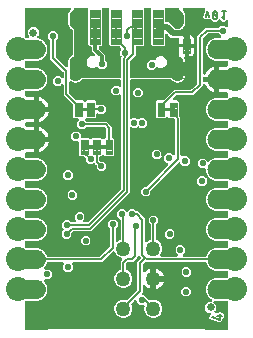
<source format=gbl>
G04 EAGLE Gerber RS-274X export*
G75*
%MOMM*%
%FSLAX34Y34*%
%LPD*%
%INBottom Copper*%
%IPPOS*%
%AMOC8*
5,1,8,0,0,1.08239X$1,22.5*%
G01*
%ADD10C,0.152400*%
%ADD11C,0.600000*%
%ADD12C,0.099059*%
%ADD13C,0.099000*%
%ADD14C,1.270000*%
%ADD15C,0.635000*%
%ADD16C,1.020000*%
%ADD17C,2.040000*%
%ADD18C,0.177800*%
%ADD19C,0.558800*%
%ADD20C,0.203200*%
%ADD21C,0.508000*%
%ADD22C,0.304800*%

G36*
X78635Y116599D02*
X78635Y116599D01*
X78734Y116602D01*
X78792Y116619D01*
X78853Y116627D01*
X78945Y116663D01*
X79040Y116691D01*
X79092Y116721D01*
X79148Y116744D01*
X79228Y116802D01*
X79314Y116852D01*
X79389Y116918D01*
X79406Y116930D01*
X79413Y116940D01*
X79435Y116958D01*
X87258Y124781D01*
X87318Y124860D01*
X87386Y124932D01*
X87415Y124985D01*
X87452Y125033D01*
X87492Y125124D01*
X87540Y125210D01*
X87555Y125269D01*
X87560Y125282D01*
X87567Y125296D01*
X87567Y125298D01*
X87579Y125325D01*
X87594Y125423D01*
X87619Y125518D01*
X87624Y125593D01*
X87627Y125608D01*
X87626Y125621D01*
X87629Y125639D01*
X87627Y125651D01*
X87629Y125679D01*
X87629Y140031D01*
X87617Y140129D01*
X87614Y140228D01*
X87597Y140286D01*
X87589Y140346D01*
X87553Y140438D01*
X87525Y140533D01*
X87495Y140585D01*
X87472Y140642D01*
X87414Y140722D01*
X87364Y140807D01*
X87298Y140883D01*
X87286Y140899D01*
X87276Y140907D01*
X87258Y140928D01*
X85851Y142334D01*
X85851Y145702D01*
X88232Y148083D01*
X91600Y148083D01*
X93981Y145702D01*
X93981Y142334D01*
X92574Y140928D01*
X92514Y140850D01*
X92446Y140778D01*
X92417Y140725D01*
X92380Y140677D01*
X92340Y140586D01*
X92292Y140499D01*
X92277Y140441D01*
X92253Y140385D01*
X92238Y140287D01*
X92213Y140191D01*
X92207Y140091D01*
X92203Y140071D01*
X92205Y140059D01*
X92203Y140031D01*
X92203Y130544D01*
X92220Y130406D01*
X92233Y130268D01*
X92240Y130249D01*
X92243Y130229D01*
X92294Y130099D01*
X92341Y129969D01*
X92352Y129952D01*
X92360Y129933D01*
X92441Y129821D01*
X92519Y129705D01*
X92535Y129692D01*
X92546Y129676D01*
X92654Y129587D01*
X92758Y129495D01*
X92776Y129486D01*
X92791Y129473D01*
X92917Y129414D01*
X93041Y129350D01*
X93061Y129346D01*
X93079Y129337D01*
X93215Y129311D01*
X93351Y129281D01*
X93372Y129281D01*
X93391Y129278D01*
X93530Y129286D01*
X93669Y129290D01*
X93689Y129296D01*
X93709Y129297D01*
X93841Y129340D01*
X93975Y129379D01*
X93992Y129389D01*
X94011Y129395D01*
X94129Y129470D01*
X94249Y129540D01*
X94270Y129559D01*
X94280Y129566D01*
X94294Y129580D01*
X94370Y129647D01*
X94583Y129861D01*
X95830Y130377D01*
X95855Y130392D01*
X95883Y130401D01*
X95993Y130470D01*
X96106Y130534D01*
X96127Y130555D01*
X96152Y130571D01*
X96241Y130665D01*
X96334Y130756D01*
X96350Y130781D01*
X96370Y130802D01*
X96433Y130916D01*
X96501Y131027D01*
X96509Y131055D01*
X96524Y131081D01*
X96556Y131207D01*
X96594Y131331D01*
X96596Y131360D01*
X96603Y131389D01*
X96613Y131550D01*
X96613Y147320D01*
X96598Y147438D01*
X96591Y147557D01*
X96579Y147595D01*
X96573Y147636D01*
X96530Y147746D01*
X96493Y147859D01*
X96471Y147894D01*
X96456Y147931D01*
X96387Y148027D01*
X96323Y148128D01*
X96293Y148156D01*
X96270Y148189D01*
X96178Y148265D01*
X96091Y148346D01*
X96056Y148366D01*
X96025Y148391D01*
X95917Y148442D01*
X95813Y148500D01*
X95773Y148510D01*
X95737Y148527D01*
X95643Y148545D01*
X93217Y150970D01*
X93217Y154338D01*
X95598Y156719D01*
X98966Y156719D01*
X100703Y154982D01*
X100797Y154909D01*
X100886Y154830D01*
X100922Y154812D01*
X100954Y154787D01*
X101063Y154740D01*
X101169Y154686D01*
X101208Y154677D01*
X101246Y154661D01*
X101363Y154642D01*
X101479Y154616D01*
X101520Y154617D01*
X101560Y154611D01*
X101678Y154622D01*
X101797Y154626D01*
X101836Y154637D01*
X101876Y154641D01*
X101988Y154681D01*
X102103Y154714D01*
X102138Y154734D01*
X102176Y154748D01*
X102274Y154815D01*
X102377Y154876D01*
X102422Y154915D01*
X102439Y154927D01*
X102452Y154942D01*
X102498Y154982D01*
X104234Y156719D01*
X107602Y156719D01*
X109008Y155312D01*
X109086Y155252D01*
X109158Y155184D01*
X109211Y155155D01*
X109259Y155118D01*
X109350Y155078D01*
X109437Y155030D01*
X109495Y155015D01*
X109551Y154991D01*
X109649Y154976D01*
X109745Y154951D01*
X109845Y154945D01*
X109865Y154941D01*
X109877Y154943D01*
X109905Y154941D01*
X111183Y154941D01*
X112894Y153230D01*
X112894Y153229D01*
X115383Y150740D01*
X115384Y150740D01*
X117095Y149029D01*
X117095Y130036D01*
X117112Y129898D01*
X117125Y129760D01*
X117132Y129741D01*
X117135Y129721D01*
X117186Y129592D01*
X117233Y129461D01*
X117244Y129444D01*
X117252Y129425D01*
X117333Y129313D01*
X117411Y129198D01*
X117427Y129184D01*
X117438Y129168D01*
X117546Y129079D01*
X117650Y128987D01*
X117668Y128978D01*
X117683Y128965D01*
X117809Y128906D01*
X117933Y128842D01*
X117953Y128838D01*
X117971Y128829D01*
X118108Y128803D01*
X118243Y128773D01*
X118264Y128773D01*
X118283Y128770D01*
X118422Y128778D01*
X118561Y128782D01*
X118581Y128788D01*
X118601Y128789D01*
X118733Y128832D01*
X118867Y128871D01*
X118884Y128881D01*
X118903Y128887D01*
X119021Y128962D01*
X119141Y129032D01*
X119162Y129051D01*
X119172Y129058D01*
X119186Y129073D01*
X119261Y129139D01*
X119983Y129861D01*
X121230Y130377D01*
X121255Y130392D01*
X121283Y130401D01*
X121393Y130470D01*
X121506Y130534D01*
X121527Y130555D01*
X121552Y130571D01*
X121641Y130665D01*
X121734Y130756D01*
X121750Y130781D01*
X121770Y130802D01*
X121833Y130916D01*
X121901Y131027D01*
X121909Y131055D01*
X121924Y131081D01*
X121956Y131207D01*
X121994Y131331D01*
X121996Y131360D01*
X122003Y131389D01*
X122013Y131550D01*
X122013Y143321D01*
X122001Y143419D01*
X121998Y143518D01*
X121981Y143576D01*
X121973Y143636D01*
X121937Y143728D01*
X121909Y143823D01*
X121879Y143875D01*
X121856Y143932D01*
X121798Y144012D01*
X121748Y144097D01*
X121682Y144173D01*
X121670Y144189D01*
X121660Y144197D01*
X121642Y144218D01*
X120135Y145724D01*
X120135Y149092D01*
X122516Y151473D01*
X125884Y151473D01*
X128265Y149092D01*
X128265Y145724D01*
X126958Y144418D01*
X126898Y144340D01*
X126830Y144268D01*
X126801Y144215D01*
X126764Y144167D01*
X126724Y144076D01*
X126676Y143989D01*
X126661Y143931D01*
X126637Y143875D01*
X126622Y143777D01*
X126597Y143681D01*
X126591Y143581D01*
X126587Y143561D01*
X126589Y143549D01*
X126587Y143521D01*
X126587Y131550D01*
X126590Y131520D01*
X126588Y131491D01*
X126610Y131363D01*
X126627Y131234D01*
X126637Y131207D01*
X126642Y131177D01*
X126696Y131059D01*
X126744Y130938D01*
X126761Y130914D01*
X126773Y130887D01*
X126854Y130786D01*
X126930Y130681D01*
X126953Y130662D01*
X126972Y130639D01*
X127075Y130561D01*
X127175Y130478D01*
X127202Y130466D01*
X127226Y130448D01*
X127370Y130377D01*
X128617Y129861D01*
X130761Y127717D01*
X131921Y124916D01*
X131921Y121884D01*
X130761Y119083D01*
X130431Y118754D01*
X130346Y118644D01*
X130257Y118537D01*
X130248Y118518D01*
X130236Y118502D01*
X130180Y118374D01*
X130121Y118249D01*
X130118Y118229D01*
X130110Y118210D01*
X130088Y118072D01*
X130062Y117936D01*
X130063Y117916D01*
X130060Y117896D01*
X130073Y117757D01*
X130081Y117619D01*
X130088Y117600D01*
X130089Y117580D01*
X130137Y117449D01*
X130179Y117317D01*
X130190Y117299D01*
X130197Y117280D01*
X130275Y117166D01*
X130350Y117048D01*
X130364Y117034D01*
X130376Y117017D01*
X130480Y116925D01*
X130581Y116830D01*
X130599Y116820D01*
X130614Y116807D01*
X130738Y116744D01*
X130860Y116676D01*
X130879Y116671D01*
X130897Y116662D01*
X131033Y116632D01*
X131168Y116597D01*
X131196Y116595D01*
X131208Y116592D01*
X131228Y116593D01*
X131328Y116587D01*
X143841Y116587D01*
X143978Y116604D01*
X144117Y116617D01*
X144136Y116624D01*
X144156Y116627D01*
X144285Y116678D01*
X144416Y116725D01*
X144433Y116736D01*
X144452Y116744D01*
X144564Y116825D01*
X144679Y116903D01*
X144693Y116919D01*
X144709Y116930D01*
X144798Y117038D01*
X144890Y117142D01*
X144899Y117160D01*
X144912Y117175D01*
X144971Y117301D01*
X145034Y117425D01*
X145039Y117445D01*
X145048Y117463D01*
X145074Y117599D01*
X145104Y117735D01*
X145104Y117756D01*
X145107Y117775D01*
X145099Y117914D01*
X145094Y118053D01*
X145089Y118073D01*
X145088Y118093D01*
X145045Y118225D01*
X145006Y118359D01*
X144996Y118376D01*
X144990Y118395D01*
X144915Y118513D01*
X144845Y118633D01*
X144826Y118654D01*
X144819Y118664D01*
X144804Y118678D01*
X144738Y118753D01*
X143001Y120490D01*
X143001Y123858D01*
X145382Y126239D01*
X148750Y126239D01*
X151131Y123858D01*
X151131Y120490D01*
X149394Y118753D01*
X149309Y118644D01*
X149220Y118537D01*
X149211Y118518D01*
X149199Y118502D01*
X149143Y118374D01*
X149084Y118249D01*
X149081Y118229D01*
X149073Y118210D01*
X149051Y118072D01*
X149025Y117936D01*
X149026Y117916D01*
X149023Y117896D01*
X149036Y117757D01*
X149044Y117619D01*
X149051Y117600D01*
X149053Y117580D01*
X149100Y117448D01*
X149142Y117317D01*
X149153Y117299D01*
X149160Y117280D01*
X149238Y117165D01*
X149313Y117048D01*
X149327Y117034D01*
X149339Y117017D01*
X149443Y116925D01*
X149544Y116830D01*
X149562Y116820D01*
X149577Y116807D01*
X149701Y116743D01*
X149823Y116676D01*
X149842Y116671D01*
X149860Y116662D01*
X149996Y116632D01*
X150131Y116597D01*
X150159Y116595D01*
X150171Y116592D01*
X150191Y116593D01*
X150291Y116587D01*
X167998Y116587D01*
X168142Y116605D01*
X168287Y116620D01*
X168300Y116625D01*
X168313Y116627D01*
X168449Y116680D01*
X168585Y116731D01*
X168596Y116739D01*
X168609Y116744D01*
X168727Y116829D01*
X168847Y116912D01*
X168855Y116922D01*
X168866Y116930D01*
X168960Y117043D01*
X169054Y117153D01*
X169064Y117169D01*
X169069Y117175D01*
X169076Y117191D01*
X169135Y117292D01*
X169350Y117726D01*
X169363Y117764D01*
X169383Y117799D01*
X169436Y117951D01*
X169542Y118333D01*
X169546Y118339D01*
X169575Y118363D01*
X169646Y118463D01*
X169722Y118558D01*
X169738Y118592D01*
X169760Y118622D01*
X169804Y118736D01*
X169854Y118847D01*
X169861Y118884D01*
X169874Y118919D01*
X169888Y119038D01*
X170136Y119364D01*
X170156Y119399D01*
X170182Y119429D01*
X170263Y119569D01*
X170439Y119924D01*
X170444Y119929D01*
X170477Y119947D01*
X170566Y120031D01*
X170659Y120110D01*
X170680Y120140D01*
X170708Y120166D01*
X170772Y120270D01*
X170843Y120369D01*
X170856Y120404D01*
X170876Y120436D01*
X170913Y120550D01*
X171217Y120823D01*
X171243Y120853D01*
X171275Y120879D01*
X171381Y121000D01*
X171621Y121316D01*
X171627Y121319D01*
X171663Y121331D01*
X171765Y121397D01*
X171872Y121457D01*
X171899Y121483D01*
X171930Y121503D01*
X172013Y121592D01*
X172102Y121677D01*
X172121Y121708D01*
X172147Y121736D01*
X172204Y121841D01*
X172555Y122052D01*
X172587Y122077D01*
X172622Y122095D01*
X172749Y122195D01*
X173044Y122459D01*
X173051Y122461D01*
X173088Y122466D01*
X173202Y122512D01*
X173318Y122550D01*
X173349Y122570D01*
X173384Y122584D01*
X173482Y122656D01*
X173585Y122723D01*
X173610Y122750D01*
X173640Y122772D01*
X173717Y122865D01*
X174101Y123005D01*
X174137Y123023D01*
X174175Y123035D01*
X174318Y123109D01*
X174658Y123313D01*
X174666Y123314D01*
X174703Y123311D01*
X174823Y123334D01*
X174944Y123350D01*
X174979Y123364D01*
X175015Y123371D01*
X175126Y123423D01*
X175239Y123469D01*
X175269Y123491D01*
X175303Y123507D01*
X175396Y123584D01*
X175799Y123649D01*
X175838Y123660D01*
X175878Y123664D01*
X176033Y123710D01*
X176423Y123852D01*
X176460Y123844D01*
X176563Y123847D01*
X176665Y123841D01*
X176721Y123852D01*
X176778Y123854D01*
X176877Y123882D01*
X176978Y123902D01*
X177029Y123926D01*
X177084Y123942D01*
X177102Y123953D01*
X177587Y123953D01*
X177608Y123955D01*
X177628Y123953D01*
X177788Y123969D01*
X178213Y124037D01*
X178353Y124002D01*
X178502Y123963D01*
X178505Y123963D01*
X178507Y123962D01*
X178511Y123962D01*
X178663Y123953D01*
X186436Y123953D01*
X186554Y123968D01*
X186673Y123975D01*
X186711Y123988D01*
X186752Y123993D01*
X186862Y124036D01*
X186975Y124073D01*
X187010Y124095D01*
X187047Y124110D01*
X187143Y124179D01*
X187244Y124243D01*
X187272Y124273D01*
X187305Y124296D01*
X187381Y124388D01*
X187462Y124475D01*
X187482Y124510D01*
X187507Y124541D01*
X187558Y124649D01*
X187616Y124753D01*
X187626Y124793D01*
X187643Y124829D01*
X187665Y124946D01*
X187695Y125061D01*
X187699Y125121D01*
X187703Y125141D01*
X187701Y125162D01*
X187705Y125222D01*
X187705Y128778D01*
X187690Y128896D01*
X187683Y129015D01*
X187670Y129053D01*
X187665Y129094D01*
X187622Y129204D01*
X187585Y129317D01*
X187563Y129352D01*
X187548Y129389D01*
X187479Y129485D01*
X187415Y129586D01*
X187385Y129614D01*
X187362Y129647D01*
X187270Y129723D01*
X187183Y129804D01*
X187148Y129824D01*
X187117Y129849D01*
X187009Y129900D01*
X186905Y129958D01*
X186865Y129968D01*
X186829Y129985D01*
X186712Y130007D01*
X186597Y130037D01*
X186537Y130041D01*
X186517Y130045D01*
X186496Y130043D01*
X186436Y130047D01*
X178628Y130047D01*
X178488Y130030D01*
X178346Y130016D01*
X178330Y130010D01*
X178313Y130007D01*
X178181Y129955D01*
X178177Y129954D01*
X177786Y130026D01*
X177750Y130028D01*
X177716Y130037D01*
X177555Y130047D01*
X177134Y130047D01*
X177117Y130059D01*
X177010Y130096D01*
X176906Y130141D01*
X176860Y130148D01*
X176816Y130164D01*
X176703Y130173D01*
X176591Y130191D01*
X176546Y130187D01*
X176500Y130191D01*
X176420Y130177D01*
X176017Y130332D01*
X175982Y130341D01*
X175949Y130356D01*
X175793Y130395D01*
X175380Y130472D01*
X175365Y130487D01*
X175266Y130543D01*
X175172Y130606D01*
X175128Y130622D01*
X175088Y130644D01*
X174979Y130675D01*
X174872Y130713D01*
X174826Y130717D01*
X174782Y130729D01*
X174701Y130730D01*
X174333Y130956D01*
X174300Y130971D01*
X174271Y130992D01*
X174124Y131059D01*
X173732Y131210D01*
X173720Y131227D01*
X173633Y131300D01*
X173552Y131380D01*
X173512Y131403D01*
X173477Y131433D01*
X173375Y131482D01*
X173277Y131539D01*
X173232Y131551D01*
X173191Y131572D01*
X173112Y131588D01*
X172791Y131877D01*
X172762Y131897D01*
X172737Y131923D01*
X172605Y132016D01*
X172246Y132236D01*
X172237Y132255D01*
X172166Y132343D01*
X172100Y132436D01*
X172065Y132466D01*
X172036Y132501D01*
X171945Y132569D01*
X171859Y132643D01*
X171818Y132663D01*
X171781Y132690D01*
X171706Y132720D01*
X171443Y133063D01*
X171418Y133089D01*
X171398Y133119D01*
X171285Y133234D01*
X170973Y133516D01*
X170968Y133536D01*
X170913Y133636D01*
X170866Y133739D01*
X170837Y133775D01*
X170815Y133815D01*
X170738Y133898D01*
X170666Y133987D01*
X170629Y134014D01*
X170598Y134048D01*
X170530Y134091D01*
X170334Y134476D01*
X170314Y134506D01*
X170300Y134539D01*
X170210Y134673D01*
X169954Y135007D01*
X169953Y135028D01*
X169918Y135135D01*
X169890Y135246D01*
X169868Y135286D01*
X169854Y135330D01*
X169793Y135425D01*
X169739Y135525D01*
X169707Y135559D01*
X169683Y135598D01*
X169624Y135653D01*
X169502Y136067D01*
X169487Y136100D01*
X169479Y136135D01*
X169416Y136283D01*
X169225Y136658D01*
X169228Y136679D01*
X169212Y136792D01*
X169205Y136905D01*
X169191Y136949D01*
X169185Y136994D01*
X169143Y137099D01*
X169108Y137208D01*
X169083Y137247D01*
X169066Y137289D01*
X169018Y137354D01*
X168973Y137783D01*
X168965Y137819D01*
X168964Y137855D01*
X168928Y138012D01*
X168809Y138416D01*
X168815Y138436D01*
X168821Y138549D01*
X168835Y138661D01*
X168829Y138707D01*
X168831Y138753D01*
X168808Y138864D01*
X168794Y138976D01*
X168776Y139019D01*
X168767Y139065D01*
X168733Y139135D01*
X168767Y139567D01*
X168767Y139569D01*
X168767Y139570D01*
X168767Y139580D01*
X168766Y139603D01*
X168771Y139638D01*
X168765Y139799D01*
X168722Y140213D01*
X168735Y140239D01*
X168763Y140353D01*
X168798Y140465D01*
X168801Y140507D01*
X168811Y140548D01*
X168809Y140665D01*
X168816Y140782D01*
X168807Y140824D01*
X168807Y140866D01*
X168778Y140972D01*
X168888Y141370D01*
X168894Y141410D01*
X168907Y141448D01*
X168930Y141607D01*
X168961Y142002D01*
X168965Y142009D01*
X168988Y142038D01*
X169039Y142149D01*
X169096Y142257D01*
X169105Y142293D01*
X169121Y142327D01*
X169142Y142447D01*
X169171Y142566D01*
X169171Y142603D01*
X169177Y142640D01*
X169168Y142760D01*
X169350Y143126D01*
X169363Y143164D01*
X169383Y143199D01*
X169436Y143351D01*
X169542Y143733D01*
X169546Y143739D01*
X169575Y143763D01*
X169646Y143863D01*
X169722Y143958D01*
X169738Y143992D01*
X169760Y144022D01*
X169804Y144136D01*
X169854Y144247D01*
X169861Y144284D01*
X169874Y144319D01*
X169888Y144438D01*
X170136Y144764D01*
X170156Y144799D01*
X170182Y144829D01*
X170263Y144969D01*
X170439Y145324D01*
X170444Y145329D01*
X170477Y145347D01*
X170566Y145431D01*
X170659Y145510D01*
X170680Y145540D01*
X170708Y145566D01*
X170772Y145670D01*
X170843Y145769D01*
X170856Y145804D01*
X170876Y145836D01*
X170913Y145950D01*
X171217Y146223D01*
X171243Y146253D01*
X171275Y146279D01*
X171381Y146400D01*
X171621Y146716D01*
X171627Y146719D01*
X171663Y146731D01*
X171765Y146797D01*
X171872Y146857D01*
X171899Y146883D01*
X171930Y146903D01*
X172013Y146992D01*
X172102Y147077D01*
X172121Y147108D01*
X172147Y147136D01*
X172204Y147241D01*
X172555Y147452D01*
X172587Y147477D01*
X172622Y147495D01*
X172749Y147595D01*
X173044Y147859D01*
X173051Y147861D01*
X173088Y147866D01*
X173202Y147912D01*
X173318Y147950D01*
X173349Y147970D01*
X173384Y147984D01*
X173482Y148056D01*
X173585Y148123D01*
X173610Y148150D01*
X173640Y148172D01*
X173717Y148265D01*
X174101Y148405D01*
X174137Y148423D01*
X174175Y148435D01*
X174319Y148509D01*
X174658Y148713D01*
X174666Y148714D01*
X174703Y148711D01*
X174823Y148734D01*
X174944Y148750D01*
X174979Y148764D01*
X175015Y148771D01*
X175126Y148823D01*
X175239Y148869D01*
X175269Y148891D01*
X175303Y148907D01*
X175396Y148984D01*
X175799Y149049D01*
X175838Y149060D01*
X175878Y149064D01*
X176033Y149110D01*
X176423Y149252D01*
X176460Y149244D01*
X176563Y149247D01*
X176665Y149241D01*
X176721Y149252D01*
X176778Y149254D01*
X176877Y149282D01*
X176978Y149302D01*
X177029Y149326D01*
X177084Y149342D01*
X177102Y149353D01*
X177587Y149353D01*
X177608Y149355D01*
X177628Y149353D01*
X177788Y149369D01*
X178213Y149437D01*
X178353Y149402D01*
X178502Y149363D01*
X178505Y149363D01*
X178507Y149362D01*
X178511Y149362D01*
X178663Y149353D01*
X186436Y149353D01*
X186554Y149368D01*
X186673Y149375D01*
X186711Y149388D01*
X186752Y149393D01*
X186862Y149436D01*
X186975Y149473D01*
X187010Y149495D01*
X187047Y149510D01*
X187143Y149579D01*
X187244Y149643D01*
X187272Y149673D01*
X187305Y149696D01*
X187381Y149788D01*
X187462Y149875D01*
X187482Y149910D01*
X187507Y149941D01*
X187558Y150049D01*
X187616Y150153D01*
X187626Y150193D01*
X187643Y150229D01*
X187665Y150346D01*
X187695Y150461D01*
X187699Y150521D01*
X187703Y150541D01*
X187701Y150562D01*
X187705Y150622D01*
X187705Y154178D01*
X187690Y154296D01*
X187683Y154415D01*
X187670Y154453D01*
X187665Y154494D01*
X187622Y154604D01*
X187585Y154717D01*
X187563Y154752D01*
X187548Y154789D01*
X187479Y154885D01*
X187415Y154986D01*
X187385Y155014D01*
X187362Y155047D01*
X187270Y155123D01*
X187183Y155204D01*
X187148Y155224D01*
X187117Y155249D01*
X187009Y155300D01*
X186905Y155358D01*
X186865Y155368D01*
X186829Y155385D01*
X186712Y155407D01*
X186597Y155437D01*
X186537Y155441D01*
X186517Y155445D01*
X186496Y155443D01*
X186436Y155447D01*
X178628Y155447D01*
X178488Y155430D01*
X178346Y155416D01*
X178330Y155410D01*
X178313Y155407D01*
X178181Y155355D01*
X178177Y155354D01*
X177786Y155426D01*
X177750Y155428D01*
X177716Y155437D01*
X177555Y155447D01*
X177134Y155447D01*
X177117Y155459D01*
X177010Y155496D01*
X176905Y155541D01*
X176860Y155548D01*
X176816Y155564D01*
X176703Y155573D01*
X176591Y155591D01*
X176545Y155587D01*
X176499Y155591D01*
X176420Y155577D01*
X176017Y155732D01*
X175982Y155741D01*
X175949Y155756D01*
X175793Y155795D01*
X175380Y155872D01*
X175365Y155887D01*
X175266Y155943D01*
X175172Y156006D01*
X175128Y156022D01*
X175088Y156044D01*
X174979Y156075D01*
X174872Y156113D01*
X174826Y156117D01*
X174782Y156129D01*
X174701Y156130D01*
X174333Y156356D01*
X174300Y156371D01*
X174271Y156392D01*
X174124Y156459D01*
X173732Y156610D01*
X173720Y156627D01*
X173633Y156700D01*
X173552Y156780D01*
X173512Y156803D01*
X173477Y156833D01*
X173375Y156882D01*
X173277Y156939D01*
X173232Y156951D01*
X173191Y156972D01*
X173112Y156988D01*
X172791Y157277D01*
X172762Y157297D01*
X172737Y157323D01*
X172605Y157416D01*
X172246Y157636D01*
X172237Y157655D01*
X172166Y157743D01*
X172100Y157836D01*
X172065Y157866D01*
X172036Y157901D01*
X171945Y157969D01*
X171859Y158043D01*
X171818Y158063D01*
X171781Y158090D01*
X171706Y158120D01*
X171443Y158463D01*
X171418Y158489D01*
X171398Y158519D01*
X171285Y158634D01*
X170973Y158916D01*
X170968Y158936D01*
X170913Y159036D01*
X170866Y159139D01*
X170837Y159175D01*
X170815Y159215D01*
X170738Y159298D01*
X170666Y159387D01*
X170629Y159414D01*
X170598Y159448D01*
X170530Y159491D01*
X170334Y159876D01*
X170314Y159906D01*
X170300Y159939D01*
X170210Y160073D01*
X169954Y160407D01*
X169953Y160428D01*
X169918Y160536D01*
X169890Y160646D01*
X169868Y160686D01*
X169854Y160730D01*
X169793Y160826D01*
X169739Y160925D01*
X169708Y160959D01*
X169683Y160998D01*
X169624Y161053D01*
X169502Y161467D01*
X169487Y161500D01*
X169479Y161535D01*
X169416Y161683D01*
X169225Y162058D01*
X169228Y162079D01*
X169212Y162192D01*
X169205Y162305D01*
X169191Y162349D01*
X169185Y162394D01*
X169143Y162499D01*
X169108Y162608D01*
X169083Y162647D01*
X169066Y162689D01*
X169018Y162754D01*
X168973Y163183D01*
X168965Y163219D01*
X168964Y163255D01*
X168928Y163412D01*
X168809Y163816D01*
X168815Y163836D01*
X168821Y163949D01*
X168835Y164061D01*
X168829Y164107D01*
X168831Y164153D01*
X168808Y164264D01*
X168794Y164376D01*
X168776Y164419D01*
X168767Y164465D01*
X168733Y164535D01*
X168767Y164967D01*
X168766Y165003D01*
X168771Y165038D01*
X168765Y165199D01*
X168722Y165613D01*
X168735Y165639D01*
X168763Y165753D01*
X168798Y165865D01*
X168801Y165907D01*
X168811Y165948D01*
X168809Y166065D01*
X168816Y166182D01*
X168807Y166224D01*
X168807Y166266D01*
X168778Y166372D01*
X168888Y166770D01*
X168894Y166810D01*
X168907Y166848D01*
X168930Y167007D01*
X168961Y167402D01*
X168965Y167409D01*
X168988Y167438D01*
X169039Y167549D01*
X169096Y167657D01*
X169105Y167693D01*
X169121Y167727D01*
X169142Y167847D01*
X169171Y167966D01*
X169171Y168003D01*
X169177Y168040D01*
X169168Y168160D01*
X169350Y168526D01*
X169363Y168564D01*
X169383Y168599D01*
X169436Y168751D01*
X169542Y169133D01*
X169546Y169139D01*
X169575Y169163D01*
X169646Y169263D01*
X169722Y169358D01*
X169738Y169392D01*
X169760Y169422D01*
X169804Y169536D01*
X169854Y169647D01*
X169861Y169684D01*
X169874Y169719D01*
X169888Y169838D01*
X170136Y170164D01*
X170156Y170199D01*
X170182Y170229D01*
X170263Y170369D01*
X170439Y170724D01*
X170444Y170729D01*
X170477Y170747D01*
X170566Y170831D01*
X170659Y170910D01*
X170680Y170940D01*
X170708Y170966D01*
X170772Y171070D01*
X170843Y171169D01*
X170856Y171204D01*
X170876Y171236D01*
X170913Y171350D01*
X171217Y171623D01*
X171243Y171653D01*
X171275Y171679D01*
X171381Y171800D01*
X171621Y172116D01*
X171627Y172119D01*
X171663Y172131D01*
X171765Y172197D01*
X171872Y172257D01*
X171899Y172283D01*
X171930Y172303D01*
X172013Y172392D01*
X172102Y172477D01*
X172121Y172508D01*
X172147Y172536D01*
X172204Y172641D01*
X172555Y172852D01*
X172587Y172877D01*
X172622Y172895D01*
X172749Y172995D01*
X173044Y173259D01*
X173051Y173261D01*
X173088Y173266D01*
X173202Y173312D01*
X173318Y173350D01*
X173349Y173370D01*
X173384Y173384D01*
X173482Y173456D01*
X173585Y173523D01*
X173610Y173550D01*
X173640Y173572D01*
X173717Y173665D01*
X174101Y173805D01*
X174137Y173823D01*
X174175Y173835D01*
X174318Y173909D01*
X174658Y174113D01*
X174666Y174114D01*
X174703Y174111D01*
X174823Y174134D01*
X174944Y174150D01*
X174979Y174164D01*
X175015Y174171D01*
X175126Y174223D01*
X175239Y174269D01*
X175269Y174291D01*
X175303Y174307D01*
X175396Y174384D01*
X175799Y174449D01*
X175838Y174460D01*
X175878Y174464D01*
X176033Y174510D01*
X176423Y174652D01*
X176460Y174644D01*
X176563Y174647D01*
X176665Y174641D01*
X176721Y174652D01*
X176778Y174654D01*
X176877Y174682D01*
X176978Y174702D01*
X177029Y174726D01*
X177084Y174742D01*
X177102Y174753D01*
X177587Y174753D01*
X177608Y174755D01*
X177628Y174753D01*
X177788Y174769D01*
X178213Y174837D01*
X178353Y174802D01*
X178502Y174763D01*
X178505Y174763D01*
X178507Y174762D01*
X178511Y174762D01*
X178663Y174753D01*
X186436Y174753D01*
X186554Y174768D01*
X186673Y174775D01*
X186711Y174788D01*
X186752Y174793D01*
X186862Y174836D01*
X186975Y174873D01*
X187010Y174895D01*
X187047Y174910D01*
X187143Y174979D01*
X187244Y175043D01*
X187272Y175073D01*
X187305Y175096D01*
X187381Y175188D01*
X187462Y175275D01*
X187482Y175310D01*
X187507Y175341D01*
X187558Y175449D01*
X187616Y175553D01*
X187626Y175593D01*
X187643Y175629D01*
X187665Y175746D01*
X187695Y175861D01*
X187699Y175921D01*
X187703Y175941D01*
X187701Y175962D01*
X187705Y176022D01*
X187705Y179578D01*
X187690Y179696D01*
X187683Y179815D01*
X187670Y179853D01*
X187665Y179894D01*
X187622Y180004D01*
X187585Y180117D01*
X187563Y180152D01*
X187548Y180189D01*
X187479Y180285D01*
X187415Y180386D01*
X187385Y180414D01*
X187362Y180447D01*
X187270Y180523D01*
X187183Y180604D01*
X187148Y180624D01*
X187117Y180649D01*
X187009Y180700D01*
X186905Y180758D01*
X186865Y180768D01*
X186829Y180785D01*
X186712Y180807D01*
X186597Y180837D01*
X186537Y180841D01*
X186517Y180845D01*
X186496Y180843D01*
X186436Y180847D01*
X178628Y180847D01*
X178488Y180830D01*
X178346Y180816D01*
X178330Y180810D01*
X178313Y180807D01*
X178181Y180755D01*
X178177Y180754D01*
X177786Y180826D01*
X177750Y180828D01*
X177716Y180837D01*
X177555Y180847D01*
X177134Y180847D01*
X177117Y180859D01*
X177010Y180896D01*
X176905Y180941D01*
X176860Y180948D01*
X176816Y180964D01*
X176703Y180973D01*
X176591Y180991D01*
X176545Y180987D01*
X176499Y180991D01*
X176420Y180977D01*
X176017Y181132D01*
X175982Y181141D01*
X175949Y181156D01*
X175793Y181195D01*
X175380Y181272D01*
X175365Y181287D01*
X175266Y181343D01*
X175172Y181406D01*
X175128Y181422D01*
X175088Y181444D01*
X174979Y181475D01*
X174872Y181513D01*
X174826Y181517D01*
X174782Y181529D01*
X174701Y181530D01*
X174333Y181756D01*
X174300Y181771D01*
X174271Y181792D01*
X174124Y181859D01*
X173732Y182010D01*
X173720Y182027D01*
X173633Y182100D01*
X173552Y182180D01*
X173512Y182203D01*
X173477Y182233D01*
X173375Y182282D01*
X173277Y182339D01*
X173232Y182351D01*
X173191Y182372D01*
X173112Y182388D01*
X172791Y182677D01*
X172762Y182697D01*
X172737Y182723D01*
X172605Y182816D01*
X172246Y183036D01*
X172237Y183055D01*
X172166Y183143D01*
X172100Y183236D01*
X172065Y183266D01*
X172036Y183301D01*
X171945Y183369D01*
X171859Y183443D01*
X171818Y183463D01*
X171781Y183490D01*
X171706Y183520D01*
X171696Y183534D01*
X171651Y183579D01*
X171614Y183631D01*
X171540Y183692D01*
X171472Y183760D01*
X171418Y183793D01*
X171369Y183833D01*
X171282Y183874D01*
X171199Y183924D01*
X171138Y183942D01*
X171081Y183969D01*
X170987Y183987D01*
X170895Y184014D01*
X170831Y184017D01*
X170768Y184029D01*
X170673Y184023D01*
X170578Y184026D01*
X170586Y184064D01*
X170619Y184178D01*
X170621Y184219D01*
X170630Y184258D01*
X170626Y184377D01*
X170630Y184496D01*
X170621Y184536D01*
X170620Y184576D01*
X170587Y184690D01*
X170561Y184806D01*
X170537Y184862D01*
X170532Y184882D01*
X170521Y184899D01*
X170498Y184954D01*
X170334Y185276D01*
X170314Y185306D01*
X170300Y185339D01*
X170210Y185473D01*
X169954Y185807D01*
X169953Y185828D01*
X169918Y185936D01*
X169890Y186046D01*
X169868Y186086D01*
X169854Y186130D01*
X169793Y186226D01*
X169739Y186325D01*
X169708Y186359D01*
X169683Y186398D01*
X169624Y186453D01*
X169502Y186867D01*
X169487Y186900D01*
X169479Y186935D01*
X169416Y187083D01*
X169225Y187458D01*
X169228Y187479D01*
X169212Y187592D01*
X169205Y187705D01*
X169191Y187749D01*
X169185Y187794D01*
X169143Y187899D01*
X169108Y188008D01*
X169083Y188047D01*
X169066Y188089D01*
X169018Y188154D01*
X168973Y188583D01*
X168965Y188619D01*
X168964Y188655D01*
X168928Y188812D01*
X168809Y189216D01*
X168815Y189236D01*
X168821Y189349D01*
X168835Y189461D01*
X168829Y189507D01*
X168831Y189553D01*
X168808Y189664D01*
X168794Y189776D01*
X168776Y189819D01*
X168767Y189865D01*
X168733Y189935D01*
X168750Y190145D01*
X168749Y190156D01*
X168751Y190166D01*
X168742Y190313D01*
X168735Y190463D01*
X168732Y190473D01*
X168731Y190483D01*
X168685Y190624D01*
X168642Y190767D01*
X168636Y190776D01*
X168633Y190785D01*
X168553Y190912D01*
X168476Y191038D01*
X168469Y191045D01*
X168463Y191054D01*
X168355Y191156D01*
X168248Y191260D01*
X168239Y191265D01*
X168231Y191272D01*
X168101Y191344D01*
X167972Y191418D01*
X167962Y191421D01*
X167953Y191426D01*
X167809Y191463D01*
X167665Y191502D01*
X167655Y191502D01*
X167645Y191505D01*
X167484Y191515D01*
X164178Y191515D01*
X161797Y193896D01*
X161797Y197264D01*
X164178Y199645D01*
X167546Y199645D01*
X169752Y197438D01*
X169788Y197410D01*
X169819Y197376D01*
X169913Y197313D01*
X170003Y197243D01*
X170045Y197225D01*
X170083Y197200D01*
X170191Y197162D01*
X170295Y197117D01*
X170340Y197110D01*
X170383Y197095D01*
X170497Y197085D01*
X170609Y197067D01*
X170655Y197071D01*
X170700Y197068D01*
X170813Y197086D01*
X170926Y197097D01*
X170969Y197112D01*
X171014Y197120D01*
X171118Y197166D01*
X171225Y197205D01*
X171263Y197230D01*
X171305Y197249D01*
X171394Y197319D01*
X171488Y197383D01*
X171519Y197417D01*
X171554Y197446D01*
X171610Y197510D01*
X171627Y197519D01*
X171663Y197531D01*
X171765Y197597D01*
X171872Y197657D01*
X171899Y197683D01*
X171930Y197703D01*
X172013Y197792D01*
X172102Y197877D01*
X172121Y197908D01*
X172147Y197936D01*
X172204Y198041D01*
X172555Y198252D01*
X172587Y198277D01*
X172622Y198295D01*
X172749Y198395D01*
X173044Y198659D01*
X173051Y198661D01*
X173088Y198666D01*
X173202Y198712D01*
X173318Y198750D01*
X173349Y198770D01*
X173384Y198784D01*
X173482Y198856D01*
X173585Y198923D01*
X173610Y198950D01*
X173640Y198972D01*
X173717Y199065D01*
X174101Y199205D01*
X174137Y199223D01*
X174175Y199235D01*
X174318Y199309D01*
X174658Y199513D01*
X174666Y199514D01*
X174703Y199511D01*
X174823Y199534D01*
X174944Y199550D01*
X174979Y199564D01*
X175015Y199571D01*
X175126Y199623D01*
X175239Y199669D01*
X175269Y199691D01*
X175303Y199707D01*
X175396Y199784D01*
X175799Y199849D01*
X175838Y199860D01*
X175878Y199864D01*
X176033Y199910D01*
X176423Y200052D01*
X176460Y200044D01*
X176563Y200047D01*
X176665Y200041D01*
X176721Y200052D01*
X176778Y200054D01*
X176877Y200082D01*
X176978Y200102D01*
X177029Y200126D01*
X177084Y200142D01*
X177102Y200153D01*
X177587Y200153D01*
X177608Y200155D01*
X177628Y200153D01*
X177788Y200169D01*
X178213Y200237D01*
X178353Y200202D01*
X178502Y200163D01*
X178505Y200163D01*
X178507Y200162D01*
X178511Y200162D01*
X178663Y200153D01*
X186436Y200153D01*
X186554Y200168D01*
X186673Y200175D01*
X186711Y200188D01*
X186752Y200193D01*
X186862Y200236D01*
X186975Y200273D01*
X187010Y200295D01*
X187047Y200310D01*
X187143Y200379D01*
X187244Y200443D01*
X187272Y200473D01*
X187305Y200496D01*
X187381Y200588D01*
X187462Y200675D01*
X187482Y200710D01*
X187507Y200741D01*
X187558Y200849D01*
X187616Y200953D01*
X187626Y200993D01*
X187643Y201029D01*
X187665Y201146D01*
X187695Y201261D01*
X187699Y201321D01*
X187703Y201341D01*
X187701Y201362D01*
X187705Y201422D01*
X187705Y204978D01*
X187690Y205096D01*
X187683Y205215D01*
X187670Y205253D01*
X187665Y205294D01*
X187622Y205404D01*
X187585Y205517D01*
X187563Y205552D01*
X187548Y205589D01*
X187479Y205685D01*
X187415Y205786D01*
X187385Y205814D01*
X187362Y205847D01*
X187270Y205923D01*
X187183Y206004D01*
X187148Y206024D01*
X187117Y206049D01*
X187009Y206100D01*
X186905Y206158D01*
X186865Y206168D01*
X186829Y206185D01*
X186712Y206207D01*
X186597Y206237D01*
X186537Y206241D01*
X186517Y206245D01*
X186496Y206243D01*
X186436Y206247D01*
X178628Y206247D01*
X178488Y206230D01*
X178346Y206216D01*
X178330Y206210D01*
X178313Y206207D01*
X178181Y206155D01*
X178177Y206154D01*
X177786Y206226D01*
X177750Y206228D01*
X177716Y206237D01*
X177555Y206247D01*
X177134Y206247D01*
X177117Y206259D01*
X177010Y206296D01*
X176905Y206341D01*
X176860Y206348D01*
X176816Y206364D01*
X176703Y206373D01*
X176591Y206391D01*
X176545Y206387D01*
X176499Y206391D01*
X176420Y206377D01*
X176017Y206532D01*
X175982Y206541D01*
X175949Y206556D01*
X175793Y206595D01*
X175380Y206672D01*
X175365Y206687D01*
X175266Y206743D01*
X175172Y206806D01*
X175128Y206822D01*
X175088Y206844D01*
X174979Y206875D01*
X174872Y206913D01*
X174826Y206917D01*
X174782Y206929D01*
X174701Y206930D01*
X174333Y207156D01*
X174300Y207171D01*
X174271Y207192D01*
X174124Y207259D01*
X173732Y207410D01*
X173720Y207427D01*
X173633Y207500D01*
X173552Y207580D01*
X173512Y207603D01*
X173477Y207633D01*
X173375Y207682D01*
X173277Y207739D01*
X173232Y207751D01*
X173191Y207772D01*
X173112Y207788D01*
X172791Y208077D01*
X172762Y208097D01*
X172737Y208123D01*
X172605Y208216D01*
X172246Y208436D01*
X172237Y208455D01*
X172166Y208543D01*
X172100Y208636D01*
X172065Y208666D01*
X172036Y208701D01*
X171945Y208769D01*
X171859Y208843D01*
X171818Y208863D01*
X171781Y208890D01*
X171706Y208920D01*
X171443Y209263D01*
X171418Y209289D01*
X171398Y209319D01*
X171285Y209434D01*
X170973Y209716D01*
X170968Y209736D01*
X170913Y209836D01*
X170866Y209939D01*
X170837Y209975D01*
X170815Y210015D01*
X170737Y210098D01*
X170666Y210187D01*
X170629Y210214D01*
X170598Y210248D01*
X170530Y210291D01*
X170334Y210676D01*
X170314Y210706D01*
X170300Y210739D01*
X170210Y210873D01*
X169954Y211207D01*
X169953Y211228D01*
X169918Y211336D01*
X169890Y211446D01*
X169868Y211486D01*
X169854Y211530D01*
X169793Y211626D01*
X169739Y211725D01*
X169708Y211759D01*
X169683Y211798D01*
X169624Y211853D01*
X169502Y212267D01*
X169487Y212300D01*
X169479Y212335D01*
X169416Y212483D01*
X169225Y212858D01*
X169228Y212879D01*
X169212Y212992D01*
X169205Y213105D01*
X169191Y213149D01*
X169185Y213194D01*
X169143Y213299D01*
X169108Y213408D01*
X169083Y213447D01*
X169066Y213489D01*
X169018Y213554D01*
X168973Y213983D01*
X168965Y214019D01*
X168964Y214055D01*
X168928Y214212D01*
X168809Y214616D01*
X168815Y214635D01*
X168821Y214749D01*
X168835Y214861D01*
X168829Y214907D01*
X168831Y214953D01*
X168808Y215064D01*
X168794Y215176D01*
X168776Y215219D01*
X168767Y215265D01*
X168733Y215335D01*
X168767Y215767D01*
X168766Y215803D01*
X168771Y215838D01*
X168765Y215999D01*
X168722Y216413D01*
X168735Y216439D01*
X168763Y216553D01*
X168798Y216665D01*
X168801Y216707D01*
X168811Y216748D01*
X168809Y216865D01*
X168816Y216982D01*
X168807Y217024D01*
X168807Y217066D01*
X168778Y217172D01*
X168888Y217570D01*
X168894Y217610D01*
X168907Y217648D01*
X168930Y217807D01*
X168961Y218202D01*
X168965Y218209D01*
X168988Y218238D01*
X169039Y218349D01*
X169096Y218457D01*
X169105Y218493D01*
X169121Y218527D01*
X169142Y218647D01*
X169171Y218766D01*
X169171Y218803D01*
X169177Y218840D01*
X169168Y218960D01*
X169350Y219326D01*
X169363Y219364D01*
X169383Y219399D01*
X169436Y219551D01*
X169542Y219933D01*
X169546Y219939D01*
X169575Y219963D01*
X169646Y220063D01*
X169722Y220158D01*
X169738Y220192D01*
X169760Y220222D01*
X169804Y220336D01*
X169854Y220447D01*
X169861Y220484D01*
X169874Y220519D01*
X169888Y220638D01*
X170136Y220964D01*
X170156Y220999D01*
X170182Y221029D01*
X170263Y221169D01*
X170439Y221524D01*
X170444Y221529D01*
X170477Y221547D01*
X170566Y221631D01*
X170659Y221710D01*
X170680Y221740D01*
X170708Y221766D01*
X170772Y221870D01*
X170843Y221969D01*
X170856Y222004D01*
X170876Y222036D01*
X170913Y222150D01*
X171217Y222423D01*
X171243Y222453D01*
X171275Y222479D01*
X171381Y222600D01*
X171621Y222916D01*
X171627Y222919D01*
X171663Y222931D01*
X171765Y222997D01*
X171872Y223057D01*
X171899Y223083D01*
X171930Y223103D01*
X172013Y223192D01*
X172102Y223277D01*
X172121Y223308D01*
X172147Y223336D01*
X172204Y223441D01*
X172555Y223652D01*
X172587Y223677D01*
X172622Y223695D01*
X172749Y223795D01*
X173044Y224059D01*
X173051Y224061D01*
X173088Y224066D01*
X173202Y224112D01*
X173318Y224150D01*
X173349Y224170D01*
X173384Y224184D01*
X173482Y224256D01*
X173585Y224323D01*
X173610Y224350D01*
X173640Y224372D01*
X173717Y224465D01*
X174101Y224605D01*
X174137Y224623D01*
X174175Y224635D01*
X174318Y224709D01*
X174658Y224913D01*
X174666Y224914D01*
X174703Y224911D01*
X174823Y224934D01*
X174944Y224950D01*
X174979Y224964D01*
X175015Y224971D01*
X175126Y225023D01*
X175239Y225069D01*
X175269Y225091D01*
X175303Y225107D01*
X175396Y225184D01*
X175799Y225249D01*
X175838Y225260D01*
X175878Y225264D01*
X176033Y225310D01*
X176423Y225452D01*
X176460Y225444D01*
X176563Y225447D01*
X176665Y225441D01*
X176721Y225452D01*
X176778Y225454D01*
X176877Y225482D01*
X176978Y225502D01*
X177029Y225526D01*
X177084Y225542D01*
X177102Y225553D01*
X177587Y225553D01*
X177608Y225555D01*
X177628Y225553D01*
X177788Y225569D01*
X178213Y225637D01*
X178353Y225602D01*
X178502Y225563D01*
X178505Y225563D01*
X178507Y225562D01*
X178511Y225562D01*
X178663Y225553D01*
X186436Y225553D01*
X186554Y225568D01*
X186673Y225575D01*
X186711Y225588D01*
X186752Y225593D01*
X186862Y225636D01*
X186975Y225673D01*
X187010Y225695D01*
X187047Y225710D01*
X187143Y225779D01*
X187244Y225843D01*
X187272Y225873D01*
X187305Y225896D01*
X187381Y225988D01*
X187462Y226075D01*
X187482Y226110D01*
X187507Y226141D01*
X187558Y226249D01*
X187616Y226353D01*
X187626Y226393D01*
X187643Y226429D01*
X187665Y226546D01*
X187695Y226661D01*
X187699Y226721D01*
X187703Y226741D01*
X187701Y226762D01*
X187705Y226822D01*
X187705Y230378D01*
X187690Y230496D01*
X187683Y230615D01*
X187670Y230653D01*
X187665Y230694D01*
X187622Y230804D01*
X187585Y230917D01*
X187563Y230952D01*
X187548Y230989D01*
X187479Y231085D01*
X187415Y231186D01*
X187385Y231214D01*
X187362Y231247D01*
X187270Y231323D01*
X187183Y231404D01*
X187148Y231424D01*
X187117Y231449D01*
X187009Y231500D01*
X186905Y231558D01*
X186865Y231568D01*
X186829Y231585D01*
X186712Y231607D01*
X186597Y231637D01*
X186537Y231641D01*
X186517Y231645D01*
X186496Y231643D01*
X186436Y231647D01*
X178628Y231647D01*
X178488Y231630D01*
X178346Y231616D01*
X178330Y231610D01*
X178313Y231607D01*
X178181Y231555D01*
X178177Y231554D01*
X177786Y231626D01*
X177750Y231628D01*
X177716Y231637D01*
X177555Y231647D01*
X177134Y231647D01*
X177117Y231659D01*
X177010Y231696D01*
X176906Y231741D01*
X176860Y231748D01*
X176816Y231764D01*
X176703Y231773D01*
X176591Y231791D01*
X176546Y231787D01*
X176500Y231791D01*
X176420Y231777D01*
X176017Y231932D01*
X175982Y231941D01*
X175949Y231956D01*
X175793Y231995D01*
X175380Y232072D01*
X175365Y232087D01*
X175266Y232143D01*
X175172Y232206D01*
X175128Y232222D01*
X175088Y232244D01*
X174979Y232275D01*
X174872Y232313D01*
X174826Y232317D01*
X174782Y232329D01*
X174701Y232330D01*
X174333Y232556D01*
X174300Y232571D01*
X174271Y232592D01*
X174124Y232659D01*
X173732Y232810D01*
X173720Y232827D01*
X173633Y232900D01*
X173552Y232980D01*
X173512Y233003D01*
X173477Y233033D01*
X173375Y233082D01*
X173277Y233139D01*
X173232Y233151D01*
X173191Y233172D01*
X173112Y233188D01*
X172791Y233477D01*
X172762Y233497D01*
X172737Y233523D01*
X172605Y233616D01*
X172246Y233836D01*
X172237Y233855D01*
X172166Y233943D01*
X172100Y234036D01*
X172065Y234066D01*
X172036Y234101D01*
X171945Y234169D01*
X171859Y234243D01*
X171818Y234263D01*
X171781Y234290D01*
X171706Y234320D01*
X171443Y234663D01*
X171418Y234689D01*
X171398Y234719D01*
X171285Y234834D01*
X170973Y235116D01*
X170968Y235136D01*
X170913Y235236D01*
X170866Y235339D01*
X170837Y235375D01*
X170815Y235415D01*
X170738Y235498D01*
X170666Y235587D01*
X170629Y235614D01*
X170598Y235648D01*
X170530Y235691D01*
X170334Y236076D01*
X170314Y236106D01*
X170300Y236139D01*
X170210Y236273D01*
X169954Y236607D01*
X169953Y236628D01*
X169918Y236735D01*
X169890Y236846D01*
X169868Y236886D01*
X169854Y236930D01*
X169793Y237025D01*
X169739Y237125D01*
X169707Y237159D01*
X169683Y237198D01*
X169624Y237253D01*
X169502Y237667D01*
X169487Y237700D01*
X169479Y237735D01*
X169416Y237883D01*
X169225Y238258D01*
X169228Y238279D01*
X169212Y238392D01*
X169205Y238505D01*
X169191Y238549D01*
X169185Y238594D01*
X169143Y238699D01*
X169108Y238808D01*
X169083Y238847D01*
X169066Y238889D01*
X169018Y238954D01*
X168973Y239383D01*
X168965Y239419D01*
X168964Y239455D01*
X168928Y239612D01*
X168809Y240016D01*
X168815Y240036D01*
X168821Y240149D01*
X168835Y240261D01*
X168829Y240307D01*
X168831Y240353D01*
X168808Y240464D01*
X168794Y240576D01*
X168776Y240619D01*
X168767Y240665D01*
X168733Y240735D01*
X168767Y241167D01*
X168766Y241203D01*
X168771Y241238D01*
X168765Y241399D01*
X168722Y241813D01*
X168735Y241839D01*
X168763Y241953D01*
X168798Y242065D01*
X168801Y242107D01*
X168811Y242148D01*
X168809Y242265D01*
X168816Y242382D01*
X168807Y242424D01*
X168807Y242466D01*
X168778Y242572D01*
X168888Y242970D01*
X168894Y243010D01*
X168907Y243048D01*
X168930Y243207D01*
X168961Y243602D01*
X168965Y243609D01*
X168988Y243638D01*
X169039Y243749D01*
X169096Y243857D01*
X169105Y243893D01*
X169121Y243927D01*
X169142Y244047D01*
X169171Y244166D01*
X169171Y244203D01*
X169177Y244240D01*
X169168Y244360D01*
X169350Y244726D01*
X169363Y244764D01*
X169383Y244799D01*
X169436Y244951D01*
X169542Y245334D01*
X169546Y245339D01*
X169575Y245363D01*
X169646Y245463D01*
X169722Y245558D01*
X169738Y245592D01*
X169760Y245622D01*
X169804Y245736D01*
X169854Y245847D01*
X169861Y245884D01*
X169874Y245919D01*
X169888Y246038D01*
X170136Y246364D01*
X170156Y246399D01*
X170182Y246429D01*
X170263Y246569D01*
X170439Y246924D01*
X170445Y246929D01*
X170477Y246947D01*
X170565Y247031D01*
X170659Y247110D01*
X170680Y247140D01*
X170707Y247166D01*
X170772Y247269D01*
X170843Y247369D01*
X170856Y247404D01*
X170876Y247436D01*
X170913Y247550D01*
X171217Y247823D01*
X171243Y247853D01*
X171275Y247879D01*
X171381Y248000D01*
X171621Y248316D01*
X171627Y248319D01*
X171662Y248331D01*
X171766Y248397D01*
X171872Y248457D01*
X171899Y248483D01*
X171930Y248503D01*
X172014Y248593D01*
X172102Y248677D01*
X172121Y248708D01*
X172147Y248736D01*
X172204Y248841D01*
X172555Y249052D01*
X172587Y249077D01*
X172622Y249095D01*
X172749Y249195D01*
X173044Y249459D01*
X173051Y249461D01*
X173088Y249466D01*
X173202Y249512D01*
X173318Y249550D01*
X173349Y249570D01*
X173384Y249584D01*
X173482Y249656D01*
X173585Y249723D01*
X173610Y249750D01*
X173640Y249772D01*
X173717Y249865D01*
X174101Y250005D01*
X174137Y250023D01*
X174175Y250035D01*
X174318Y250109D01*
X174658Y250313D01*
X174666Y250314D01*
X174703Y250311D01*
X174823Y250334D01*
X174944Y250350D01*
X174979Y250364D01*
X175015Y250371D01*
X175126Y250423D01*
X175239Y250469D01*
X175269Y250491D01*
X175303Y250507D01*
X175396Y250584D01*
X175799Y250649D01*
X175838Y250660D01*
X175878Y250664D01*
X176033Y250710D01*
X176423Y250852D01*
X176460Y250844D01*
X176563Y250847D01*
X176665Y250841D01*
X176721Y250852D01*
X176778Y250854D01*
X176877Y250882D01*
X176978Y250902D01*
X177029Y250926D01*
X177084Y250942D01*
X177102Y250953D01*
X177587Y250953D01*
X177608Y250955D01*
X177628Y250953D01*
X177788Y250969D01*
X178213Y251037D01*
X178353Y251002D01*
X178502Y250963D01*
X178505Y250963D01*
X178507Y250962D01*
X178511Y250962D01*
X178663Y250953D01*
X186436Y250953D01*
X186554Y250968D01*
X186673Y250975D01*
X186711Y250988D01*
X186752Y250993D01*
X186862Y251036D01*
X186975Y251073D01*
X187010Y251095D01*
X187047Y251110D01*
X187143Y251179D01*
X187244Y251243D01*
X187272Y251273D01*
X187305Y251296D01*
X187381Y251388D01*
X187462Y251475D01*
X187482Y251510D01*
X187507Y251541D01*
X187558Y251649D01*
X187616Y251753D01*
X187626Y251793D01*
X187643Y251829D01*
X187665Y251946D01*
X187695Y252061D01*
X187699Y252121D01*
X187703Y252141D01*
X187701Y252162D01*
X187705Y252222D01*
X187705Y254508D01*
X187690Y254626D01*
X187683Y254745D01*
X187670Y254783D01*
X187665Y254824D01*
X187622Y254934D01*
X187585Y255047D01*
X187563Y255082D01*
X187548Y255119D01*
X187479Y255215D01*
X187415Y255316D01*
X187385Y255344D01*
X187362Y255377D01*
X187270Y255452D01*
X187183Y255534D01*
X187148Y255554D01*
X187117Y255579D01*
X187009Y255630D01*
X186905Y255688D01*
X186865Y255698D01*
X186829Y255715D01*
X186712Y255737D01*
X186597Y255767D01*
X186537Y255771D01*
X186517Y255775D01*
X186496Y255773D01*
X186436Y255777D01*
X179924Y255777D01*
X179924Y258319D01*
X190500Y258319D01*
X190502Y258320D01*
X190504Y258319D01*
X190547Y258339D01*
X190591Y258357D01*
X190591Y258359D01*
X190593Y258360D01*
X190626Y258445D01*
X190626Y274955D01*
X190625Y274957D01*
X190626Y274959D01*
X190606Y275002D01*
X190588Y275046D01*
X190586Y275046D01*
X190585Y275048D01*
X190500Y275081D01*
X179924Y275081D01*
X179924Y277623D01*
X186436Y277623D01*
X186554Y277638D01*
X186673Y277645D01*
X186711Y277658D01*
X186752Y277663D01*
X186862Y277706D01*
X186975Y277743D01*
X187010Y277765D01*
X187047Y277780D01*
X187143Y277849D01*
X187244Y277913D01*
X187272Y277943D01*
X187305Y277966D01*
X187381Y278058D01*
X187462Y278145D01*
X187482Y278180D01*
X187507Y278211D01*
X187558Y278319D01*
X187616Y278423D01*
X187626Y278463D01*
X187643Y278499D01*
X187665Y278616D01*
X187695Y278731D01*
X187699Y278791D01*
X187703Y278811D01*
X187701Y278832D01*
X187705Y278892D01*
X187705Y281178D01*
X187690Y281296D01*
X187683Y281415D01*
X187670Y281453D01*
X187665Y281494D01*
X187622Y281604D01*
X187585Y281717D01*
X187563Y281752D01*
X187548Y281789D01*
X187479Y281885D01*
X187415Y281986D01*
X187385Y282014D01*
X187362Y282047D01*
X187270Y282123D01*
X187183Y282204D01*
X187148Y282224D01*
X187117Y282249D01*
X187009Y282300D01*
X186905Y282358D01*
X186865Y282368D01*
X186829Y282385D01*
X186712Y282407D01*
X186597Y282437D01*
X186537Y282441D01*
X186517Y282445D01*
X186496Y282443D01*
X186436Y282447D01*
X178628Y282447D01*
X178488Y282430D01*
X178346Y282416D01*
X178330Y282410D01*
X178313Y282407D01*
X178181Y282355D01*
X178177Y282354D01*
X177786Y282426D01*
X177750Y282428D01*
X177716Y282437D01*
X177555Y282447D01*
X177134Y282447D01*
X177117Y282459D01*
X177010Y282496D01*
X176905Y282541D01*
X176860Y282548D01*
X176816Y282564D01*
X176703Y282573D01*
X176591Y282591D01*
X176545Y282587D01*
X176499Y282591D01*
X176420Y282577D01*
X176017Y282732D01*
X175982Y282741D01*
X175949Y282756D01*
X175793Y282795D01*
X175380Y282872D01*
X175365Y282887D01*
X175266Y282943D01*
X175172Y283006D01*
X175128Y283022D01*
X175088Y283044D01*
X174979Y283075D01*
X174872Y283113D01*
X174826Y283117D01*
X174782Y283129D01*
X174701Y283130D01*
X174333Y283356D01*
X174300Y283371D01*
X174271Y283392D01*
X174124Y283459D01*
X173732Y283610D01*
X173720Y283627D01*
X173633Y283700D01*
X173552Y283780D01*
X173512Y283803D01*
X173477Y283833D01*
X173375Y283882D01*
X173277Y283939D01*
X173232Y283951D01*
X173191Y283972D01*
X173112Y283988D01*
X172791Y284277D01*
X172762Y284297D01*
X172737Y284323D01*
X172605Y284416D01*
X172246Y284636D01*
X172237Y284655D01*
X172166Y284743D01*
X172100Y284836D01*
X172065Y284866D01*
X172036Y284901D01*
X171945Y284969D01*
X171859Y285043D01*
X171818Y285063D01*
X171781Y285090D01*
X171706Y285120D01*
X171443Y285463D01*
X171418Y285489D01*
X171398Y285519D01*
X171285Y285634D01*
X170973Y285916D01*
X170968Y285936D01*
X170913Y286036D01*
X170866Y286139D01*
X170837Y286175D01*
X170815Y286215D01*
X170737Y286298D01*
X170666Y286387D01*
X170629Y286414D01*
X170598Y286448D01*
X170530Y286491D01*
X170334Y286876D01*
X170314Y286906D01*
X170300Y286939D01*
X170210Y287073D01*
X169954Y287407D01*
X169953Y287428D01*
X169918Y287536D01*
X169890Y287646D01*
X169868Y287686D01*
X169854Y287730D01*
X169793Y287826D01*
X169739Y287925D01*
X169708Y287959D01*
X169683Y287998D01*
X169624Y288053D01*
X169502Y288467D01*
X169487Y288500D01*
X169479Y288535D01*
X169416Y288683D01*
X169225Y289058D01*
X169228Y289079D01*
X169212Y289192D01*
X169205Y289305D01*
X169191Y289349D01*
X169185Y289394D01*
X169143Y289499D01*
X169108Y289608D01*
X169083Y289647D01*
X169066Y289689D01*
X169018Y289754D01*
X168973Y290183D01*
X168965Y290219D01*
X168964Y290255D01*
X168928Y290412D01*
X168809Y290816D01*
X168815Y290835D01*
X168821Y290949D01*
X168835Y291061D01*
X168829Y291107D01*
X168831Y291153D01*
X168808Y291264D01*
X168794Y291376D01*
X168776Y291419D01*
X168767Y291465D01*
X168733Y291535D01*
X168767Y291967D01*
X168766Y292003D01*
X168771Y292038D01*
X168765Y292199D01*
X168722Y292613D01*
X168735Y292639D01*
X168763Y292753D01*
X168798Y292865D01*
X168801Y292907D01*
X168811Y292948D01*
X168809Y293065D01*
X168816Y293182D01*
X168807Y293224D01*
X168807Y293266D01*
X168778Y293372D01*
X168888Y293770D01*
X168894Y293810D01*
X168907Y293848D01*
X168930Y294007D01*
X168961Y294402D01*
X168965Y294409D01*
X168988Y294438D01*
X169039Y294549D01*
X169096Y294657D01*
X169105Y294693D01*
X169121Y294727D01*
X169142Y294847D01*
X169171Y294966D01*
X169171Y295003D01*
X169177Y295040D01*
X169168Y295160D01*
X169350Y295526D01*
X169363Y295564D01*
X169383Y295599D01*
X169436Y295751D01*
X169542Y296133D01*
X169546Y296139D01*
X169575Y296163D01*
X169646Y296263D01*
X169722Y296358D01*
X169738Y296392D01*
X169760Y296422D01*
X169804Y296536D01*
X169854Y296647D01*
X169861Y296684D01*
X169874Y296719D01*
X169888Y296838D01*
X170136Y297164D01*
X170156Y297199D01*
X170182Y297229D01*
X170263Y297369D01*
X170439Y297724D01*
X170444Y297729D01*
X170477Y297747D01*
X170566Y297831D01*
X170659Y297910D01*
X170680Y297940D01*
X170708Y297966D01*
X170772Y298070D01*
X170843Y298169D01*
X170856Y298204D01*
X170876Y298236D01*
X170913Y298350D01*
X171217Y298623D01*
X171235Y298643D01*
X171245Y298650D01*
X171254Y298662D01*
X171275Y298679D01*
X171381Y298800D01*
X171621Y299116D01*
X171627Y299119D01*
X171663Y299131D01*
X171765Y299197D01*
X171872Y299257D01*
X171899Y299283D01*
X171930Y299303D01*
X172013Y299392D01*
X172102Y299477D01*
X172121Y299508D01*
X172147Y299536D01*
X172204Y299641D01*
X172555Y299852D01*
X172587Y299877D01*
X172622Y299895D01*
X172749Y299995D01*
X173044Y300259D01*
X173051Y300261D01*
X173088Y300266D01*
X173202Y300312D01*
X173318Y300350D01*
X173349Y300370D01*
X173384Y300384D01*
X173482Y300456D01*
X173585Y300523D01*
X173610Y300550D01*
X173640Y300572D01*
X173717Y300665D01*
X174101Y300805D01*
X174137Y300823D01*
X174175Y300835D01*
X174318Y300909D01*
X174658Y301113D01*
X174666Y301114D01*
X174703Y301111D01*
X174823Y301134D01*
X174944Y301150D01*
X174979Y301164D01*
X175015Y301171D01*
X175126Y301223D01*
X175239Y301269D01*
X175269Y301291D01*
X175303Y301307D01*
X175396Y301384D01*
X175799Y301449D01*
X175838Y301460D01*
X175878Y301464D01*
X176033Y301510D01*
X176423Y301652D01*
X176460Y301644D01*
X176563Y301647D01*
X176665Y301641D01*
X176721Y301652D01*
X176778Y301654D01*
X176877Y301682D01*
X176978Y301702D01*
X177029Y301726D01*
X177084Y301742D01*
X177102Y301753D01*
X177587Y301753D01*
X177608Y301755D01*
X177628Y301753D01*
X177788Y301769D01*
X178213Y301837D01*
X178353Y301802D01*
X178502Y301763D01*
X178505Y301763D01*
X178507Y301762D01*
X178511Y301762D01*
X178663Y301753D01*
X180417Y301753D01*
X180555Y301770D01*
X180693Y301783D01*
X180712Y301790D01*
X180732Y301793D01*
X180861Y301844D01*
X180992Y301891D01*
X181009Y301902D01*
X181028Y301910D01*
X181140Y301991D01*
X181255Y302069D01*
X181269Y302085D01*
X181285Y302096D01*
X181374Y302204D01*
X181466Y302308D01*
X181475Y302326D01*
X181488Y302341D01*
X181547Y302467D01*
X181610Y302591D01*
X181615Y302611D01*
X181624Y302629D01*
X181650Y302766D01*
X181680Y302901D01*
X181680Y302922D01*
X181683Y302941D01*
X181675Y303080D01*
X181670Y303219D01*
X181665Y303239D01*
X181664Y303259D01*
X181621Y303391D01*
X181582Y303525D01*
X181572Y303542D01*
X181566Y303561D01*
X181491Y303679D01*
X181421Y303799D01*
X181402Y303820D01*
X181395Y303830D01*
X181380Y303844D01*
X181314Y303919D01*
X179790Y305444D01*
X179712Y305504D01*
X179640Y305572D01*
X179587Y305601D01*
X179539Y305638D01*
X179448Y305678D01*
X179361Y305726D01*
X179303Y305741D01*
X179247Y305765D01*
X179149Y305780D01*
X179053Y305805D01*
X178953Y305811D01*
X178933Y305815D01*
X178921Y305813D01*
X178893Y305815D01*
X171145Y305815D01*
X171047Y305803D01*
X170948Y305800D01*
X170890Y305783D01*
X170829Y305775D01*
X170737Y305739D01*
X170642Y305711D01*
X170590Y305681D01*
X170534Y305658D01*
X170454Y305600D01*
X170368Y305550D01*
X170293Y305484D01*
X170276Y305472D01*
X170269Y305462D01*
X170247Y305444D01*
X166488Y301685D01*
X166428Y301606D01*
X166360Y301534D01*
X166331Y301481D01*
X166294Y301433D01*
X166254Y301342D01*
X166206Y301256D01*
X166191Y301197D01*
X166167Y301141D01*
X166152Y301043D01*
X166127Y300948D01*
X166121Y300848D01*
X166117Y300827D01*
X166119Y300815D01*
X166117Y300787D01*
X166117Y271995D01*
X166118Y271988D01*
X166117Y271981D01*
X166138Y271829D01*
X166157Y271679D01*
X166159Y271673D01*
X166160Y271666D01*
X166218Y271523D01*
X166274Y271383D01*
X166278Y271378D01*
X166280Y271372D01*
X166372Y271248D01*
X166460Y271126D01*
X166466Y271122D01*
X166470Y271116D01*
X166587Y271021D01*
X166705Y270923D01*
X166712Y270920D01*
X166717Y270916D01*
X166856Y270852D01*
X166993Y270788D01*
X167000Y270786D01*
X167006Y270784D01*
X167158Y270756D01*
X167305Y270728D01*
X167312Y270728D01*
X167319Y270727D01*
X167473Y270738D01*
X167623Y270748D01*
X167629Y270750D01*
X167636Y270750D01*
X167781Y270799D01*
X167925Y270846D01*
X167931Y270849D01*
X167938Y270852D01*
X168065Y270934D01*
X168194Y271016D01*
X168199Y271021D01*
X168205Y271025D01*
X168307Y271136D01*
X168412Y271248D01*
X168415Y271254D01*
X168420Y271259D01*
X168505Y271395D01*
X169225Y272740D01*
X170350Y274187D01*
X171703Y275424D01*
X173244Y276416D01*
X174931Y277134D01*
X175676Y277311D01*
X175676Y274626D01*
X174776Y274298D01*
X174767Y274290D01*
X174754Y274287D01*
X173427Y273492D01*
X173420Y273482D01*
X173408Y273478D01*
X172255Y272446D01*
X172250Y272435D01*
X172239Y272428D01*
X171302Y271196D01*
X171299Y271185D01*
X171289Y271176D01*
X170602Y269790D01*
X170602Y269778D01*
X170594Y269767D01*
X170333Y268824D01*
X167386Y268824D01*
X167268Y268809D01*
X167149Y268802D01*
X167111Y268789D01*
X167070Y268784D01*
X166960Y268741D01*
X166847Y268704D01*
X166812Y268682D01*
X166775Y268667D01*
X166679Y268598D01*
X166578Y268534D01*
X166550Y268504D01*
X166517Y268481D01*
X166441Y268389D01*
X166360Y268302D01*
X166340Y268267D01*
X166315Y268236D01*
X166264Y268128D01*
X166206Y268024D01*
X166196Y267984D01*
X166179Y267948D01*
X166157Y267831D01*
X166127Y267716D01*
X166123Y267656D01*
X166119Y267636D01*
X166121Y267615D01*
X166117Y267555D01*
X166117Y265845D01*
X166132Y265727D01*
X166139Y265608D01*
X166152Y265570D01*
X166157Y265529D01*
X166200Y265419D01*
X166237Y265306D01*
X166259Y265271D01*
X166274Y265234D01*
X166343Y265137D01*
X166407Y265037D01*
X166437Y265009D01*
X166460Y264976D01*
X166552Y264900D01*
X166639Y264819D01*
X166674Y264799D01*
X166705Y264774D01*
X166813Y264723D01*
X166917Y264665D01*
X166957Y264655D01*
X166993Y264638D01*
X167110Y264616D01*
X167225Y264586D01*
X167285Y264582D01*
X167305Y264578D01*
X167326Y264580D01*
X167386Y264576D01*
X170382Y264576D01*
X170652Y263662D01*
X170659Y263653D01*
X170660Y263641D01*
X171357Y262271D01*
X171365Y262263D01*
X171369Y262251D01*
X172303Y261031D01*
X172313Y261026D01*
X172319Y261014D01*
X172472Y260877D01*
X172892Y260498D01*
X173460Y259985D01*
X173471Y259982D01*
X173479Y259972D01*
X174789Y259168D01*
X174800Y259167D01*
X174809Y259158D01*
X175676Y258825D01*
X175676Y256126D01*
X175001Y256302D01*
X174908Y256326D01*
X173289Y257044D01*
X173256Y257059D01*
X171750Y258047D01*
X171746Y258050D01*
X170416Y259274D01*
X169303Y260697D01*
X168499Y262165D01*
X168499Y262166D01*
X168498Y262167D01*
X168403Y262298D01*
X168313Y262422D01*
X168312Y262423D01*
X168312Y262424D01*
X168183Y262530D01*
X168068Y262626D01*
X168067Y262626D01*
X168067Y262627D01*
X167928Y262692D01*
X167781Y262762D01*
X167780Y262762D01*
X167779Y262762D01*
X167635Y262790D01*
X167469Y262822D01*
X167467Y262822D01*
X167466Y262822D01*
X167317Y262813D01*
X167151Y262803D01*
X167150Y262802D01*
X167149Y262802D01*
X167001Y262754D01*
X166848Y262705D01*
X166847Y262704D01*
X166705Y262614D01*
X166579Y262535D01*
X166578Y262534D01*
X166460Y262409D01*
X166361Y262304D01*
X166361Y262303D01*
X166360Y262302D01*
X166280Y262157D01*
X166207Y262026D01*
X166207Y262025D01*
X166206Y262024D01*
X166170Y261881D01*
X166127Y261718D01*
X166127Y261717D01*
X166127Y261716D01*
X166117Y261555D01*
X166117Y261435D01*
X158173Y253491D01*
X144094Y253491D01*
X143996Y253479D01*
X143897Y253476D01*
X143839Y253459D01*
X143778Y253451D01*
X143686Y253415D01*
X143591Y253387D01*
X143539Y253357D01*
X143483Y253334D01*
X143403Y253276D01*
X143317Y253226D01*
X143242Y253160D01*
X143225Y253148D01*
X143218Y253138D01*
X143196Y253120D01*
X141164Y251087D01*
X141079Y250978D01*
X140991Y250871D01*
X140982Y250852D01*
X140969Y250836D01*
X140914Y250708D01*
X140855Y250583D01*
X140851Y250563D01*
X140843Y250544D01*
X140821Y250406D01*
X140795Y250270D01*
X140796Y250250D01*
X140793Y250230D01*
X140806Y250091D01*
X140815Y249953D01*
X140821Y249934D01*
X140823Y249914D01*
X140870Y249782D01*
X140913Y249651D01*
X140924Y249633D01*
X140931Y249614D01*
X141009Y249499D01*
X141083Y249382D01*
X141098Y249368D01*
X141109Y249351D01*
X141214Y249259D01*
X141315Y249164D01*
X141332Y249154D01*
X141348Y249141D01*
X141472Y249077D01*
X141593Y249010D01*
X141613Y249005D01*
X141631Y248996D01*
X141767Y248966D01*
X141901Y248931D01*
X141929Y248929D01*
X141941Y248926D01*
X141962Y248927D01*
X142062Y248921D01*
X144635Y248921D01*
X145670Y247886D01*
X145670Y236677D01*
X145682Y236579D01*
X145685Y236480D01*
X145702Y236422D01*
X145710Y236361D01*
X145746Y236269D01*
X145774Y236174D01*
X145804Y236122D01*
X145827Y236066D01*
X145885Y235986D01*
X145935Y235900D01*
X146001Y235825D01*
X146013Y235808D01*
X146023Y235801D01*
X146041Y235779D01*
X147194Y234627D01*
X147194Y202742D01*
X147211Y202604D01*
X147224Y202466D01*
X147231Y202447D01*
X147234Y202427D01*
X147285Y202297D01*
X147332Y202167D01*
X147343Y202150D01*
X147351Y202131D01*
X147432Y202019D01*
X147510Y201904D01*
X147526Y201890D01*
X147537Y201874D01*
X147644Y201785D01*
X147749Y201693D01*
X147767Y201684D01*
X147782Y201671D01*
X147908Y201612D01*
X148032Y201548D01*
X148052Y201544D01*
X148070Y201535D01*
X148206Y201509D01*
X148342Y201479D01*
X148363Y201479D01*
X148382Y201476D01*
X148521Y201484D01*
X148660Y201489D01*
X148680Y201494D01*
X148700Y201495D01*
X148832Y201538D01*
X148966Y201577D01*
X148983Y201587D01*
X149002Y201593D01*
X149120Y201668D01*
X149240Y201738D01*
X149261Y201757D01*
X149271Y201764D01*
X149285Y201779D01*
X149361Y201845D01*
X149446Y201931D01*
X152814Y201931D01*
X155195Y199550D01*
X155195Y196182D01*
X152814Y193801D01*
X149446Y193801D01*
X147087Y196160D01*
X146993Y196233D01*
X146904Y196312D01*
X146868Y196330D01*
X146836Y196355D01*
X146727Y196403D01*
X146621Y196457D01*
X146581Y196466D01*
X146544Y196482D01*
X146426Y196500D01*
X146310Y196526D01*
X146270Y196525D01*
X146230Y196531D01*
X146111Y196520D01*
X145993Y196517D01*
X145954Y196505D01*
X145913Y196502D01*
X145801Y196461D01*
X145687Y196428D01*
X145652Y196408D01*
X145614Y196394D01*
X145516Y196327D01*
X145413Y196267D01*
X145368Y196227D01*
X145351Y196215D01*
X145338Y196200D01*
X145292Y196160D01*
X122038Y172907D01*
X121978Y172828D01*
X121910Y172756D01*
X121881Y172703D01*
X121844Y172655D01*
X121804Y172564D01*
X121756Y172478D01*
X121741Y172419D01*
X121717Y172363D01*
X121702Y172265D01*
X121677Y172170D01*
X121671Y172070D01*
X121667Y172049D01*
X121669Y172037D01*
X121667Y172009D01*
X121667Y170020D01*
X119286Y167639D01*
X115918Y167639D01*
X113537Y170020D01*
X113537Y173388D01*
X115918Y175769D01*
X117907Y175769D01*
X118005Y175781D01*
X118104Y175784D01*
X118162Y175801D01*
X118223Y175809D01*
X118315Y175845D01*
X118410Y175873D01*
X118462Y175903D01*
X118518Y175926D01*
X118598Y175984D01*
X118684Y176034D01*
X118759Y176100D01*
X118776Y176112D01*
X118783Y176122D01*
X118805Y176140D01*
X136585Y193921D01*
X136670Y194030D01*
X136758Y194137D01*
X136767Y194156D01*
X136780Y194172D01*
X136835Y194299D01*
X136894Y194425D01*
X136898Y194445D01*
X136906Y194464D01*
X136928Y194602D01*
X136954Y194738D01*
X136953Y194758D01*
X136956Y194778D01*
X136943Y194917D01*
X136934Y195055D01*
X136928Y195074D01*
X136926Y195094D01*
X136879Y195226D01*
X136836Y195357D01*
X136825Y195375D01*
X136818Y195394D01*
X136740Y195509D01*
X136666Y195626D01*
X136651Y195640D01*
X136640Y195657D01*
X136536Y195749D01*
X136434Y195844D01*
X136416Y195854D01*
X136401Y195867D01*
X136278Y195930D01*
X136156Y195998D01*
X136136Y196003D01*
X136118Y196012D01*
X135982Y196042D01*
X135848Y196077D01*
X135820Y196079D01*
X135808Y196082D01*
X135787Y196081D01*
X135733Y196084D01*
X133349Y198468D01*
X133349Y200737D01*
X133332Y200874D01*
X133319Y201013D01*
X133312Y201032D01*
X133309Y201052D01*
X133258Y201181D01*
X133211Y201312D01*
X133200Y201329D01*
X133192Y201348D01*
X133111Y201460D01*
X133037Y201568D01*
X133111Y201611D01*
X133132Y201630D01*
X133142Y201637D01*
X133156Y201652D01*
X133231Y201718D01*
X135730Y204217D01*
X139098Y204217D01*
X140454Y202861D01*
X140563Y202776D01*
X140670Y202687D01*
X140689Y202678D01*
X140705Y202666D01*
X140833Y202610D01*
X140958Y202551D01*
X140978Y202548D01*
X140997Y202540D01*
X141135Y202518D01*
X141271Y202492D01*
X141291Y202493D01*
X141311Y202490D01*
X141450Y202503D01*
X141588Y202511D01*
X141607Y202518D01*
X141627Y202520D01*
X141759Y202567D01*
X141890Y202609D01*
X141908Y202620D01*
X141927Y202627D01*
X142042Y202705D01*
X142159Y202780D01*
X142173Y202794D01*
X142190Y202806D01*
X142282Y202910D01*
X142377Y203011D01*
X142387Y203029D01*
X142400Y203044D01*
X142464Y203168D01*
X142531Y203290D01*
X142536Y203309D01*
X142545Y203327D01*
X142575Y203463D01*
X142610Y203598D01*
X142612Y203626D01*
X142615Y203638D01*
X142614Y203658D01*
X142620Y203758D01*
X142620Y232207D01*
X142608Y232305D01*
X142605Y232404D01*
X142588Y232462D01*
X142580Y232523D01*
X142544Y232614D01*
X142516Y232710D01*
X142486Y232762D01*
X142463Y232818D01*
X142405Y232898D01*
X142355Y232984D01*
X142289Y233059D01*
X142277Y233076D01*
X142267Y233083D01*
X142249Y233105D01*
X142046Y233308D01*
X141967Y233368D01*
X141895Y233436D01*
X141842Y233465D01*
X141794Y233502D01*
X141703Y233542D01*
X141617Y233590D01*
X141558Y233605D01*
X141502Y233629D01*
X141404Y233644D01*
X141309Y233669D01*
X141209Y233675D01*
X141188Y233679D01*
X141176Y233677D01*
X141148Y233679D01*
X137559Y233679D01*
X136787Y234451D01*
X136693Y234524D01*
X136604Y234602D01*
X136568Y234621D01*
X136536Y234645D01*
X136427Y234693D01*
X136321Y234747D01*
X136282Y234756D01*
X136244Y234772D01*
X136127Y234791D01*
X136011Y234817D01*
X135970Y234815D01*
X135930Y234822D01*
X135812Y234811D01*
X135693Y234807D01*
X135654Y234796D01*
X135614Y234792D01*
X135502Y234752D01*
X135387Y234718D01*
X135352Y234698D01*
X135314Y234684D01*
X135216Y234617D01*
X135113Y234557D01*
X135068Y234517D01*
X135051Y234506D01*
X135038Y234490D01*
X134992Y234451D01*
X134221Y233679D01*
X127145Y233679D01*
X126110Y234714D01*
X126110Y247886D01*
X127145Y248921D01*
X132004Y248921D01*
X132102Y248933D01*
X132201Y248936D01*
X132259Y248953D01*
X132320Y248961D01*
X132412Y248997D01*
X132507Y249025D01*
X132559Y249055D01*
X132615Y249078D01*
X132695Y249136D01*
X132781Y249186D01*
X132856Y249252D01*
X132873Y249264D01*
X132880Y249274D01*
X132902Y249292D01*
X141674Y258065D01*
X155753Y258065D01*
X155851Y258077D01*
X155950Y258080D01*
X156008Y258097D01*
X156069Y258105D01*
X156161Y258141D01*
X156256Y258169D01*
X156308Y258199D01*
X156364Y258222D01*
X156444Y258280D01*
X156530Y258330D01*
X156605Y258396D01*
X156622Y258408D01*
X156629Y258418D01*
X156651Y258436D01*
X161172Y262957D01*
X161232Y263036D01*
X161300Y263108D01*
X161329Y263161D01*
X161366Y263209D01*
X161406Y263300D01*
X161454Y263386D01*
X161469Y263445D01*
X161493Y263501D01*
X161508Y263599D01*
X161533Y263694D01*
X161539Y263794D01*
X161543Y263815D01*
X161541Y263827D01*
X161543Y263855D01*
X161543Y303207D01*
X168725Y310389D01*
X178893Y310389D01*
X178991Y310401D01*
X179090Y310404D01*
X179148Y310421D01*
X179208Y310429D01*
X179300Y310465D01*
X179395Y310493D01*
X179447Y310523D01*
X179504Y310546D01*
X179584Y310604D01*
X179669Y310654D01*
X179745Y310720D01*
X179761Y310732D01*
X179769Y310742D01*
X179790Y310760D01*
X181196Y312167D01*
X184564Y312167D01*
X185539Y311192D01*
X185648Y311107D01*
X185755Y311018D01*
X185774Y311009D01*
X185790Y310997D01*
X185917Y310942D01*
X186043Y310882D01*
X186063Y310879D01*
X186082Y310871D01*
X186220Y310849D01*
X186356Y310823D01*
X186376Y310824D01*
X186396Y310821D01*
X186535Y310834D01*
X186673Y310842D01*
X186692Y310849D01*
X186712Y310851D01*
X186844Y310898D01*
X186975Y310940D01*
X186993Y310951D01*
X187012Y310958D01*
X187127Y311036D01*
X187244Y311111D01*
X187258Y311125D01*
X187275Y311137D01*
X187367Y311241D01*
X187462Y311342D01*
X187472Y311360D01*
X187485Y311375D01*
X187549Y311499D01*
X187616Y311621D01*
X187621Y311640D01*
X187630Y311658D01*
X187660Y311794D01*
X187695Y311929D01*
X187697Y311957D01*
X187700Y311969D01*
X187699Y311989D01*
X187705Y312089D01*
X187705Y315752D01*
X187688Y315889D01*
X187675Y316028D01*
X187668Y316047D01*
X187665Y316067D01*
X187614Y316196D01*
X187567Y316328D01*
X187556Y316344D01*
X187548Y316363D01*
X187467Y316475D01*
X187389Y316591D01*
X187373Y316604D01*
X187362Y316620D01*
X187254Y316709D01*
X187150Y316801D01*
X187132Y316810D01*
X187117Y316823D01*
X186991Y316882D01*
X186867Y316946D01*
X186847Y316950D01*
X186829Y316959D01*
X186693Y316985D01*
X186557Y317015D01*
X186536Y317015D01*
X186517Y317019D01*
X186378Y317010D01*
X186239Y317006D01*
X186219Y317000D01*
X186199Y316999D01*
X186067Y316956D01*
X185933Y316917D01*
X185916Y316907D01*
X185897Y316901D01*
X185779Y316826D01*
X185659Y316756D01*
X185638Y316737D01*
X185628Y316731D01*
X185614Y316716D01*
X185539Y316649D01*
X185335Y316446D01*
X185326Y316434D01*
X185241Y316341D01*
X184780Y315765D01*
X184706Y315721D01*
X183951Y315721D01*
X183937Y315719D01*
X183811Y315714D01*
X183077Y315632D01*
X182994Y315653D01*
X182460Y316187D01*
X182449Y316196D01*
X182356Y316281D01*
X181183Y317219D01*
X181167Y317229D01*
X181153Y317242D01*
X181031Y317312D01*
X180912Y317385D01*
X180894Y317391D01*
X180877Y317400D01*
X180742Y317437D01*
X180608Y317478D01*
X180589Y317479D01*
X180570Y317484D01*
X180431Y317487D01*
X180290Y317493D01*
X180272Y317489D01*
X180253Y317490D01*
X180117Y317457D01*
X179979Y317429D01*
X179962Y317420D01*
X179943Y317416D01*
X179819Y317350D01*
X179693Y317289D01*
X179679Y317276D01*
X179662Y317267D01*
X179558Y317173D01*
X179486Y317112D01*
X177540Y315721D01*
X175367Y315721D01*
X173599Y316984D01*
X173520Y317214D01*
X173470Y317316D01*
X173427Y317421D01*
X173400Y317458D01*
X173380Y317499D01*
X173306Y317586D01*
X173239Y317677D01*
X173203Y317706D01*
X173173Y317741D01*
X173081Y317806D01*
X172992Y317878D01*
X172951Y317898D01*
X172913Y317924D01*
X172807Y317964D01*
X172704Y318012D01*
X172659Y318020D01*
X172616Y318036D01*
X172503Y318049D01*
X172391Y318069D01*
X172345Y318066D01*
X172300Y318071D01*
X172187Y318055D01*
X172074Y318047D01*
X172006Y318029D01*
X171985Y318026D01*
X171967Y318019D01*
X171918Y318006D01*
X171181Y317761D01*
X170437Y318133D01*
X170409Y318143D01*
X170384Y318158D01*
X170259Y318195D01*
X170137Y318238D01*
X170108Y318241D01*
X170079Y318249D01*
X169949Y318254D01*
X169820Y318266D01*
X169791Y318261D01*
X169761Y318262D01*
X169634Y318235D01*
X169507Y318214D01*
X169479Y318202D01*
X169450Y318195D01*
X169302Y318133D01*
X168558Y317761D01*
X166960Y318293D01*
X166207Y319799D01*
X167593Y323957D01*
X167595Y323965D01*
X167599Y323974D01*
X167626Y324121D01*
X167655Y324269D01*
X167655Y324278D01*
X167656Y324286D01*
X167646Y324435D01*
X167645Y324454D01*
X167946Y325057D01*
X167950Y325066D01*
X167955Y325074D01*
X168015Y325223D01*
X168186Y325735D01*
X168187Y325739D01*
X168189Y325743D01*
X168217Y325894D01*
X168248Y326047D01*
X168247Y326051D01*
X168248Y326056D01*
X168239Y326209D01*
X168230Y326364D01*
X168229Y326368D01*
X168229Y326373D01*
X168181Y326520D01*
X168134Y326667D01*
X168132Y326671D01*
X168131Y326675D01*
X168047Y326807D01*
X167966Y326937D01*
X167963Y326940D01*
X167960Y326944D01*
X167847Y327051D01*
X167736Y327157D01*
X167732Y327159D01*
X167729Y327162D01*
X167594Y327236D01*
X167459Y327312D01*
X167454Y327313D01*
X167450Y327316D01*
X167302Y327354D01*
X167151Y327394D01*
X167147Y327394D01*
X167142Y327395D01*
X166982Y327405D01*
X150194Y327405D01*
X150093Y327392D01*
X149990Y327389D01*
X149935Y327373D01*
X149879Y327365D01*
X149784Y327328D01*
X149685Y327299D01*
X149636Y327269D01*
X149583Y327248D01*
X149500Y327188D01*
X149412Y327136D01*
X149372Y327095D01*
X149326Y327062D01*
X149260Y326983D01*
X149188Y326910D01*
X149159Y326861D01*
X149123Y326817D01*
X149079Y326724D01*
X149027Y326636D01*
X149012Y326581D01*
X148987Y326529D01*
X148968Y326428D01*
X148940Y326330D01*
X148938Y326273D01*
X148927Y326217D01*
X148934Y326114D01*
X148931Y326012D01*
X148946Y325920D01*
X148947Y325899D01*
X148951Y325886D01*
X148957Y325853D01*
X148970Y325795D01*
X149022Y325652D01*
X149073Y325507D01*
X149077Y325502D01*
X149079Y325496D01*
X149167Y325368D01*
X149251Y325243D01*
X149256Y325239D01*
X149259Y325234D01*
X149374Y325134D01*
X149412Y325100D01*
X149652Y324717D01*
X149691Y324669D01*
X149723Y324616D01*
X149829Y324495D01*
X150142Y324182D01*
X150161Y324133D01*
X150164Y324128D01*
X150167Y324122D01*
X150256Y323999D01*
X150286Y323958D01*
X150435Y323531D01*
X150463Y323476D01*
X150482Y323416D01*
X150558Y323275D01*
X150794Y322901D01*
X150801Y322849D01*
X150803Y322843D01*
X150804Y322837D01*
X150865Y322695D01*
X150884Y322650D01*
X150934Y322200D01*
X150949Y322140D01*
X150954Y322078D01*
X150998Y321923D01*
X151112Y321597D01*
X151111Y321592D01*
X151101Y321432D01*
X151101Y320796D01*
X151102Y320782D01*
X151109Y320653D01*
X151168Y320126D01*
X151158Y320085D01*
X151119Y319959D01*
X151118Y319931D01*
X151111Y319904D01*
X151101Y319744D01*
X151101Y315556D01*
X151104Y315528D01*
X151102Y315500D01*
X151124Y315371D01*
X151141Y315241D01*
X151151Y315215D01*
X151156Y315187D01*
X151167Y315162D01*
X151109Y314647D01*
X151109Y314633D01*
X151101Y314505D01*
X151101Y313868D01*
X151106Y313824D01*
X151104Y313779D01*
X151116Y313716D01*
X150998Y313377D01*
X150985Y313316D01*
X150963Y313258D01*
X150934Y313100D01*
X150885Y312660D01*
X150858Y312615D01*
X150857Y312609D01*
X150853Y312604D01*
X150813Y312456D01*
X150799Y312408D01*
X150558Y312025D01*
X150532Y311969D01*
X150498Y311917D01*
X150435Y311769D01*
X150289Y311352D01*
X150253Y311313D01*
X150250Y311308D01*
X150246Y311304D01*
X150173Y311169D01*
X150149Y311125D01*
X149829Y310805D01*
X149791Y310756D01*
X149746Y310713D01*
X149652Y310583D01*
X149544Y310411D01*
X149544Y310410D01*
X149417Y310208D01*
X149373Y310179D01*
X149369Y310174D01*
X149364Y310171D01*
X149262Y310054D01*
X149230Y310018D01*
X148847Y309778D01*
X148799Y309739D01*
X148746Y309707D01*
X148625Y309601D01*
X148312Y309288D01*
X148263Y309269D01*
X148258Y309265D01*
X148252Y309263D01*
X148129Y309173D01*
X148067Y309129D01*
X148051Y309124D01*
X147971Y309074D01*
X147886Y309032D01*
X147837Y308989D01*
X147782Y308954D01*
X147717Y308885D01*
X147646Y308823D01*
X147609Y308770D01*
X147564Y308722D01*
X147518Y308640D01*
X147465Y308562D01*
X147442Y308501D01*
X147410Y308444D01*
X147387Y308353D01*
X147354Y308264D01*
X147347Y308199D01*
X147331Y308136D01*
X147321Y307975D01*
X147321Y305157D01*
X147337Y305032D01*
X147346Y304907D01*
X147356Y304875D01*
X147361Y304841D01*
X147407Y304725D01*
X147447Y304605D01*
X147465Y304577D01*
X147478Y304546D01*
X147551Y304444D01*
X147620Y304339D01*
X147645Y304316D01*
X147664Y304288D01*
X147761Y304208D01*
X147854Y304123D01*
X147883Y304107D01*
X147909Y304086D01*
X148023Y304032D01*
X148134Y303972D01*
X148167Y303964D01*
X148197Y303950D01*
X148320Y303927D01*
X148443Y303896D01*
X148476Y303897D01*
X148509Y303890D01*
X148635Y303898D01*
X148761Y303899D01*
X148809Y303909D01*
X148827Y303910D01*
X148847Y303917D01*
X148919Y303931D01*
X149321Y304039D01*
X150877Y304039D01*
X150877Y296481D01*
X145732Y296481D01*
X145732Y296986D01*
X145738Y296995D01*
X145806Y297067D01*
X145835Y297120D01*
X145872Y297168D01*
X145912Y297259D01*
X145960Y297345D01*
X145975Y297404D01*
X145999Y297459D01*
X146014Y297557D01*
X146039Y297653D01*
X146045Y297753D01*
X146049Y297774D01*
X146047Y297786D01*
X146049Y297814D01*
X146049Y300688D01*
X146034Y300807D01*
X146027Y300925D01*
X146014Y300964D01*
X146009Y301004D01*
X145966Y301115D01*
X145929Y301228D01*
X145907Y301262D01*
X145892Y301300D01*
X145823Y301396D01*
X145759Y301496D01*
X145729Y301524D01*
X145706Y301557D01*
X145614Y301633D01*
X145527Y301714D01*
X145492Y301734D01*
X145461Y301760D01*
X145353Y301810D01*
X145249Y301868D01*
X145209Y301878D01*
X145173Y301895D01*
X145056Y301918D01*
X144941Y301947D01*
X144881Y301951D01*
X144861Y301955D01*
X144840Y301954D01*
X144780Y301958D01*
X139413Y301958D01*
X136809Y304562D01*
X136208Y305163D01*
X136098Y305248D01*
X135991Y305337D01*
X135972Y305345D01*
X135956Y305358D01*
X135828Y305413D01*
X135703Y305472D01*
X135683Y305476D01*
X135664Y305484D01*
X135526Y305506D01*
X135390Y305532D01*
X135370Y305531D01*
X135350Y305534D01*
X135211Y305521D01*
X135073Y305512D01*
X135054Y305506D01*
X135034Y305504D01*
X134903Y305457D01*
X134771Y305414D01*
X134753Y305403D01*
X134734Y305397D01*
X134620Y305319D01*
X134502Y305244D01*
X134488Y305229D01*
X134471Y305218D01*
X134379Y305114D01*
X134284Y305013D01*
X134274Y304995D01*
X134261Y304980D01*
X134198Y304856D01*
X134130Y304734D01*
X134125Y304714D01*
X134116Y304696D01*
X134086Y304560D01*
X134051Y304426D01*
X134049Y304398D01*
X134046Y304386D01*
X134047Y304366D01*
X134041Y304265D01*
X134041Y295914D01*
X133006Y294879D01*
X123534Y294879D01*
X122499Y295914D01*
X122499Y326136D01*
X122484Y326254D01*
X122477Y326373D01*
X122464Y326411D01*
X122459Y326452D01*
X122416Y326562D01*
X122379Y326675D01*
X122357Y326710D01*
X122342Y326747D01*
X122273Y326843D01*
X122209Y326944D01*
X122179Y326972D01*
X122156Y327005D01*
X122064Y327081D01*
X121977Y327162D01*
X121942Y327182D01*
X121911Y327207D01*
X121803Y327258D01*
X121699Y327316D01*
X121659Y327326D01*
X121623Y327343D01*
X121506Y327365D01*
X121391Y327395D01*
X121331Y327399D01*
X121311Y327403D01*
X121290Y327401D01*
X121230Y327405D01*
X117530Y327405D01*
X117412Y327390D01*
X117293Y327383D01*
X117255Y327370D01*
X117214Y327365D01*
X117104Y327322D01*
X116991Y327285D01*
X116956Y327263D01*
X116919Y327248D01*
X116823Y327179D01*
X116722Y327115D01*
X116694Y327085D01*
X116661Y327062D01*
X116585Y326970D01*
X116504Y326883D01*
X116484Y326848D01*
X116459Y326817D01*
X116408Y326709D01*
X116350Y326605D01*
X116340Y326565D01*
X116323Y326529D01*
X116301Y326412D01*
X116271Y326297D01*
X116267Y326237D01*
X116263Y326217D01*
X116265Y326196D01*
X116261Y326136D01*
X116261Y295914D01*
X115226Y294879D01*
X110617Y294879D01*
X110499Y294864D01*
X110380Y294857D01*
X110342Y294844D01*
X110301Y294839D01*
X110191Y294796D01*
X110078Y294759D01*
X110043Y294737D01*
X110006Y294722D01*
X109910Y294653D01*
X109809Y294589D01*
X109781Y294559D01*
X109748Y294536D01*
X109672Y294444D01*
X109591Y294357D01*
X109571Y294322D01*
X109546Y294291D01*
X109495Y294183D01*
X109437Y294079D01*
X109427Y294039D01*
X109410Y294003D01*
X109388Y293886D01*
X109358Y293771D01*
X109354Y293711D01*
X109350Y293691D01*
X109352Y293670D01*
X109348Y293610D01*
X109348Y287065D01*
X104639Y282357D01*
X104579Y282278D01*
X104511Y282206D01*
X104482Y282153D01*
X104445Y282105D01*
X104405Y282014D01*
X104357Y281928D01*
X104342Y281869D01*
X104318Y281813D01*
X104303Y281716D01*
X104278Y281620D01*
X104272Y281520D01*
X104268Y281499D01*
X104270Y281487D01*
X104268Y281459D01*
X104268Y269240D01*
X104283Y269122D01*
X104290Y269003D01*
X104303Y268965D01*
X104308Y268924D01*
X104351Y268814D01*
X104388Y268701D01*
X104410Y268666D01*
X104425Y268629D01*
X104494Y268533D01*
X104558Y268432D01*
X104588Y268404D01*
X104611Y268371D01*
X104703Y268296D01*
X104790Y268214D01*
X104825Y268194D01*
X104856Y268169D01*
X104964Y268118D01*
X105068Y268060D01*
X105108Y268050D01*
X105144Y268033D01*
X105261Y268011D01*
X105376Y267981D01*
X105436Y267977D01*
X105456Y267973D01*
X105477Y267975D01*
X105537Y267971D01*
X140349Y267971D01*
X140829Y267206D01*
X140837Y267203D01*
X140836Y267198D01*
X141628Y266406D01*
X141636Y266405D01*
X141636Y266399D01*
X142584Y265803D01*
X142593Y265804D01*
X142594Y265799D01*
X143651Y265429D01*
X143659Y265431D01*
X143662Y265426D01*
X144775Y265301D01*
X144782Y265305D01*
X144786Y265301D01*
X145898Y265426D01*
X145904Y265432D01*
X145909Y265429D01*
X146966Y265799D01*
X146970Y265806D01*
X146976Y265803D01*
X147924Y266399D01*
X147927Y266407D01*
X147932Y266406D01*
X148724Y267198D01*
X148725Y267206D01*
X148731Y267206D01*
X149327Y268154D01*
X149326Y268163D01*
X149331Y268164D01*
X149701Y269221D01*
X149700Y269225D01*
X149702Y269227D01*
X149700Y269230D01*
X149704Y269232D01*
X149829Y270345D01*
X149827Y270348D01*
X149829Y270350D01*
X149829Y281350D01*
X149827Y281353D01*
X149829Y281356D01*
X149704Y282468D01*
X149698Y282474D01*
X149701Y282479D01*
X149331Y283536D01*
X149325Y283540D01*
X149327Y283546D01*
X148731Y284494D01*
X148723Y284497D01*
X148724Y284502D01*
X147932Y285294D01*
X147924Y285295D01*
X147924Y285301D01*
X146976Y285897D01*
X146967Y285896D01*
X146966Y285901D01*
X146049Y286222D01*
X146049Y292482D01*
X146037Y292580D01*
X146034Y292679D01*
X146017Y292737D01*
X146009Y292798D01*
X145973Y292890D01*
X145945Y292985D01*
X145915Y293037D01*
X145892Y293093D01*
X145834Y293173D01*
X145784Y293259D01*
X145732Y293318D01*
X145732Y293815D01*
X150877Y293815D01*
X150877Y286085D01*
X150764Y285999D01*
X150646Y285914D01*
X150637Y285903D01*
X150626Y285894D01*
X150536Y285780D01*
X150444Y285669D01*
X150438Y285656D01*
X150429Y285645D01*
X150370Y285512D01*
X150308Y285381D01*
X150305Y285367D01*
X150300Y285354D01*
X150275Y285211D01*
X150248Y285068D01*
X150249Y285055D01*
X150247Y285041D01*
X150259Y284895D01*
X150268Y284751D01*
X150272Y284738D01*
X150273Y284724D01*
X150317Y284569D01*
X150435Y284231D01*
X150463Y284176D01*
X150482Y284116D01*
X150558Y283975D01*
X150794Y283601D01*
X150801Y283548D01*
X150803Y283543D01*
X150804Y283537D01*
X150865Y283395D01*
X150884Y283350D01*
X150934Y282900D01*
X150944Y282863D01*
X150945Y282839D01*
X150951Y282822D01*
X150954Y282778D01*
X150998Y282623D01*
X151112Y282296D01*
X151111Y282292D01*
X151101Y282132D01*
X151101Y281496D01*
X151102Y281482D01*
X151109Y281353D01*
X151168Y280826D01*
X151158Y280785D01*
X151119Y280659D01*
X151118Y280631D01*
X151111Y280604D01*
X151101Y280444D01*
X151101Y271256D01*
X151104Y271229D01*
X151102Y271201D01*
X151124Y271071D01*
X151141Y270941D01*
X151151Y270915D01*
X151156Y270887D01*
X151167Y270862D01*
X151109Y270346D01*
X151109Y270333D01*
X151101Y270204D01*
X151101Y269568D01*
X151106Y269524D01*
X151104Y269479D01*
X151116Y269416D01*
X150998Y269077D01*
X150985Y269016D01*
X150963Y268958D01*
X150934Y268800D01*
X150885Y268360D01*
X150858Y268315D01*
X150857Y268309D01*
X150853Y268304D01*
X150813Y268156D01*
X150799Y268108D01*
X150558Y267725D01*
X150532Y267669D01*
X150498Y267617D01*
X150435Y267469D01*
X150289Y267052D01*
X150253Y267013D01*
X150250Y267008D01*
X150246Y267003D01*
X150173Y266868D01*
X150149Y266825D01*
X149829Y266505D01*
X149791Y266456D01*
X149746Y266413D01*
X149652Y266283D01*
X149466Y265987D01*
X149417Y265909D01*
X149373Y265879D01*
X149369Y265875D01*
X149364Y265871D01*
X149264Y265757D01*
X149230Y265718D01*
X148847Y265478D01*
X148799Y265439D01*
X148746Y265407D01*
X148625Y265301D01*
X148312Y264988D01*
X148263Y264969D01*
X148258Y264966D01*
X148252Y264963D01*
X148129Y264874D01*
X148088Y264844D01*
X147661Y264695D01*
X147606Y264667D01*
X147546Y264648D01*
X147405Y264572D01*
X147031Y264336D01*
X146979Y264329D01*
X146973Y264327D01*
X146967Y264326D01*
X146827Y264266D01*
X146780Y264246D01*
X146330Y264196D01*
X146270Y264181D01*
X146208Y264176D01*
X146053Y264132D01*
X145636Y263986D01*
X145584Y263991D01*
X145578Y263990D01*
X145571Y263990D01*
X145422Y263963D01*
X145371Y263954D01*
X144922Y264005D01*
X144860Y264004D01*
X144799Y264013D01*
X144638Y264005D01*
X144199Y263955D01*
X144149Y263971D01*
X144142Y263972D01*
X144136Y263973D01*
X143984Y263980D01*
X143933Y263983D01*
X143507Y264132D01*
X143446Y264145D01*
X143388Y264167D01*
X143230Y264196D01*
X142790Y264245D01*
X142745Y264272D01*
X142739Y264273D01*
X142734Y264277D01*
X142586Y264317D01*
X142538Y264331D01*
X142155Y264572D01*
X142099Y264598D01*
X142047Y264632D01*
X141899Y264695D01*
X141482Y264841D01*
X141443Y264877D01*
X141438Y264880D01*
X141433Y264884D01*
X141299Y264957D01*
X141255Y264981D01*
X140935Y265301D01*
X140886Y265339D01*
X140843Y265384D01*
X140713Y265478D01*
X140339Y265713D01*
X140309Y265757D01*
X140305Y265761D01*
X140301Y265766D01*
X140187Y265866D01*
X140148Y265900D01*
X140019Y266105D01*
X139967Y266169D01*
X139923Y266238D01*
X139867Y266291D01*
X139818Y266351D01*
X139752Y266400D01*
X139692Y266456D01*
X139624Y266494D01*
X139561Y266539D01*
X139485Y266570D01*
X139413Y266610D01*
X139338Y266629D01*
X139266Y266658D01*
X139185Y266669D01*
X139105Y266689D01*
X138957Y266698D01*
X138951Y266699D01*
X138949Y266699D01*
X138945Y266699D01*
X105537Y266699D01*
X105419Y266684D01*
X105300Y266677D01*
X105262Y266664D01*
X105221Y266659D01*
X105111Y266616D01*
X104998Y266579D01*
X104963Y266557D01*
X104926Y266542D01*
X104830Y266473D01*
X104729Y266409D01*
X104701Y266379D01*
X104668Y266356D01*
X104592Y266264D01*
X104511Y266177D01*
X104491Y266142D01*
X104466Y266111D01*
X104415Y266003D01*
X104357Y265899D01*
X104347Y265859D01*
X104330Y265823D01*
X104308Y265706D01*
X104278Y265591D01*
X104274Y265531D01*
X104270Y265511D01*
X104272Y265490D01*
X104268Y265430D01*
X104268Y234746D01*
X104285Y234608D01*
X104298Y234470D01*
X104305Y234451D01*
X104308Y234431D01*
X104359Y234301D01*
X104406Y234171D01*
X104417Y234154D01*
X104425Y234135D01*
X104506Y234023D01*
X104584Y233908D01*
X104600Y233894D01*
X104611Y233878D01*
X104718Y233789D01*
X104823Y233697D01*
X104841Y233688D01*
X104856Y233675D01*
X104982Y233616D01*
X105106Y233552D01*
X105126Y233548D01*
X105144Y233539D01*
X105280Y233513D01*
X105416Y233483D01*
X105437Y233483D01*
X105456Y233480D01*
X105595Y233488D01*
X105734Y233493D01*
X105754Y233498D01*
X105774Y233499D01*
X105906Y233542D01*
X106040Y233581D01*
X106057Y233591D01*
X106076Y233597D01*
X106194Y233672D01*
X106314Y233742D01*
X106335Y233761D01*
X106345Y233768D01*
X106359Y233783D01*
X106435Y233849D01*
X106520Y233935D01*
X109888Y233935D01*
X110608Y233214D01*
X110702Y233141D01*
X110792Y233062D01*
X110828Y233044D01*
X110860Y233019D01*
X110969Y232972D01*
X111075Y232918D01*
X111114Y232909D01*
X111152Y232893D01*
X111269Y232874D01*
X111385Y232848D01*
X111426Y232849D01*
X111466Y232843D01*
X111584Y232854D01*
X111703Y232858D01*
X111742Y232869D01*
X111782Y232873D01*
X111895Y232913D01*
X112009Y232946D01*
X112043Y232966D01*
X112082Y232980D01*
X112180Y233047D01*
X112283Y233107D01*
X112328Y233147D01*
X112345Y233159D01*
X112358Y233174D01*
X112403Y233214D01*
X113124Y233935D01*
X116492Y233935D01*
X118873Y231554D01*
X118873Y228186D01*
X116492Y225805D01*
X113124Y225805D01*
X112403Y226526D01*
X112309Y226599D01*
X112220Y226678D01*
X112184Y226696D01*
X112152Y226721D01*
X112043Y226768D01*
X111937Y226822D01*
X111898Y226831D01*
X111860Y226847D01*
X111743Y226866D01*
X111627Y226892D01*
X111586Y226891D01*
X111546Y226897D01*
X111428Y226886D01*
X111309Y226882D01*
X111270Y226871D01*
X111230Y226867D01*
X111118Y226827D01*
X111003Y226794D01*
X110968Y226774D01*
X110930Y226760D01*
X110832Y226693D01*
X110729Y226632D01*
X110684Y226593D01*
X110667Y226581D01*
X110654Y226566D01*
X110608Y226526D01*
X109888Y225805D01*
X106520Y225805D01*
X106435Y225891D01*
X106325Y225976D01*
X106218Y226065D01*
X106199Y226074D01*
X106183Y226086D01*
X106055Y226141D01*
X105930Y226201D01*
X105910Y226204D01*
X105891Y226212D01*
X105753Y226234D01*
X105617Y226260D01*
X105597Y226259D01*
X105577Y226262D01*
X105438Y226249D01*
X105300Y226241D01*
X105281Y226234D01*
X105261Y226232D01*
X105129Y226185D01*
X104998Y226143D01*
X104981Y226132D01*
X104961Y226125D01*
X104846Y226047D01*
X104729Y225972D01*
X104715Y225958D01*
X104698Y225946D01*
X104606Y225842D01*
X104511Y225741D01*
X104501Y225723D01*
X104488Y225708D01*
X104424Y225584D01*
X104357Y225462D01*
X104352Y225443D01*
X104343Y225425D01*
X104313Y225289D01*
X104278Y225154D01*
X104276Y225126D01*
X104273Y225114D01*
X104274Y225094D01*
X104268Y224994D01*
X104268Y170679D01*
X71781Y138192D01*
X56682Y138192D01*
X56584Y138180D01*
X56485Y138177D01*
X56427Y138160D01*
X56367Y138152D01*
X56275Y138116D01*
X56180Y138088D01*
X56127Y138058D01*
X56071Y138035D01*
X55991Y137977D01*
X55906Y137927D01*
X55830Y137861D01*
X55814Y137849D01*
X55806Y137839D01*
X55785Y137821D01*
X55236Y137272D01*
X55176Y137194D01*
X55108Y137122D01*
X55079Y137069D01*
X55042Y137021D01*
X55002Y136930D01*
X54954Y136843D01*
X54939Y136785D01*
X54915Y136729D01*
X54900Y136631D01*
X54875Y136535D01*
X54869Y136435D01*
X54865Y136415D01*
X54867Y136403D01*
X54865Y136375D01*
X54865Y134206D01*
X52484Y131825D01*
X49116Y131825D01*
X46735Y134206D01*
X46735Y137574D01*
X47995Y138834D01*
X48068Y138928D01*
X48147Y139017D01*
X48165Y139053D01*
X48190Y139085D01*
X48237Y139194D01*
X48291Y139300D01*
X48300Y139339D01*
X48316Y139377D01*
X48335Y139494D01*
X48361Y139610D01*
X48360Y139651D01*
X48366Y139691D01*
X48355Y139809D01*
X48351Y139928D01*
X48340Y139967D01*
X48336Y140007D01*
X48296Y140119D01*
X48263Y140234D01*
X48243Y140269D01*
X48229Y140307D01*
X48162Y140405D01*
X48101Y140508D01*
X48062Y140553D01*
X48050Y140570D01*
X48035Y140583D01*
X47995Y140629D01*
X46797Y141826D01*
X46797Y145194D01*
X49178Y147575D01*
X52546Y147575D01*
X54079Y146041D01*
X54157Y145981D01*
X54229Y145913D01*
X54282Y145884D01*
X54330Y145847D01*
X54421Y145807D01*
X54508Y145759D01*
X54566Y145744D01*
X54622Y145720D01*
X54720Y145705D01*
X54816Y145680D01*
X54916Y145674D01*
X54936Y145670D01*
X54948Y145672D01*
X54976Y145670D01*
X57862Y145670D01*
X58000Y145687D01*
X58138Y145700D01*
X58157Y145707D01*
X58177Y145710D01*
X58306Y145761D01*
X58437Y145808D01*
X58454Y145819D01*
X58473Y145827D01*
X58585Y145908D01*
X58700Y145986D01*
X58714Y146002D01*
X58730Y146013D01*
X58819Y146121D01*
X58911Y146225D01*
X58920Y146243D01*
X58933Y146258D01*
X58992Y146384D01*
X59055Y146508D01*
X59060Y146528D01*
X59069Y146546D01*
X59095Y146683D01*
X59125Y146818D01*
X59125Y146839D01*
X59128Y146858D01*
X59120Y146997D01*
X59115Y147136D01*
X59110Y147156D01*
X59109Y147176D01*
X59066Y147307D01*
X59027Y147442D01*
X59017Y147459D01*
X59011Y147478D01*
X58936Y147596D01*
X58866Y147716D01*
X58847Y147737D01*
X58840Y147747D01*
X58825Y147761D01*
X58759Y147836D01*
X57657Y148938D01*
X57657Y152306D01*
X60038Y154687D01*
X63406Y154687D01*
X65787Y152306D01*
X65787Y148938D01*
X64685Y147836D01*
X64600Y147727D01*
X64511Y147620D01*
X64502Y147601D01*
X64490Y147585D01*
X64435Y147458D01*
X64375Y147332D01*
X64372Y147312D01*
X64364Y147293D01*
X64342Y147155D01*
X64316Y147019D01*
X64317Y146999D01*
X64314Y146979D01*
X64327Y146840D01*
X64335Y146702D01*
X64342Y146683D01*
X64344Y146663D01*
X64391Y146531D01*
X64433Y146400D01*
X64444Y146382D01*
X64451Y146363D01*
X64530Y146248D01*
X64604Y146131D01*
X64618Y146117D01*
X64630Y146100D01*
X64734Y146008D01*
X64835Y145913D01*
X64853Y145903D01*
X64868Y145890D01*
X64992Y145826D01*
X65114Y145759D01*
X65133Y145754D01*
X65151Y145745D01*
X65287Y145715D01*
X65422Y145680D01*
X65450Y145678D01*
X65462Y145675D01*
X65482Y145676D01*
X65582Y145670D01*
X68128Y145670D01*
X68226Y145682D01*
X68325Y145685D01*
X68383Y145702D01*
X68443Y145710D01*
X68535Y145746D01*
X68630Y145774D01*
X68683Y145804D01*
X68739Y145827D01*
X68819Y145885D01*
X68904Y145935D01*
X68980Y146001D01*
X68996Y146013D01*
X69004Y146023D01*
X69025Y146041D01*
X96529Y173545D01*
X96589Y173623D01*
X96657Y173695D01*
X96686Y173748D01*
X96723Y173796D01*
X96763Y173887D01*
X96811Y173974D01*
X96826Y174032D01*
X96850Y174088D01*
X96865Y174186D01*
X96890Y174282D01*
X96896Y174382D01*
X96900Y174402D01*
X96898Y174414D01*
X96900Y174442D01*
X96900Y252934D01*
X96883Y253072D01*
X96870Y253210D01*
X96863Y253229D01*
X96860Y253249D01*
X96809Y253378D01*
X96762Y253509D01*
X96751Y253526D01*
X96743Y253545D01*
X96662Y253657D01*
X96584Y253772D01*
X96568Y253786D01*
X96557Y253802D01*
X96449Y253891D01*
X96345Y253983D01*
X96327Y253992D01*
X96312Y254005D01*
X96186Y254064D01*
X96062Y254127D01*
X96042Y254132D01*
X96024Y254141D01*
X95887Y254167D01*
X95752Y254197D01*
X95731Y254197D01*
X95712Y254200D01*
X95573Y254192D01*
X95434Y254187D01*
X95414Y254182D01*
X95394Y254181D01*
X95262Y254138D01*
X95128Y254099D01*
X95111Y254089D01*
X95092Y254083D01*
X94974Y254008D01*
X94854Y253938D01*
X94833Y253919D01*
X94823Y253912D01*
X94809Y253897D01*
X94734Y253831D01*
X94140Y253237D01*
X90772Y253237D01*
X88391Y255618D01*
X88391Y258986D01*
X90772Y261367D01*
X94140Y261367D01*
X94734Y260773D01*
X94843Y260688D01*
X94950Y260599D01*
X94969Y260590D01*
X94985Y260578D01*
X95112Y260523D01*
X95238Y260463D01*
X95258Y260460D01*
X95277Y260452D01*
X95415Y260430D01*
X95551Y260404D01*
X95571Y260405D01*
X95591Y260402D01*
X95730Y260415D01*
X95868Y260423D01*
X95887Y260430D01*
X95907Y260432D01*
X96039Y260479D01*
X96170Y260521D01*
X96188Y260532D01*
X96207Y260539D01*
X96322Y260617D01*
X96439Y260692D01*
X96453Y260706D01*
X96470Y260718D01*
X96562Y260822D01*
X96657Y260923D01*
X96667Y260941D01*
X96680Y260956D01*
X96743Y261080D01*
X96811Y261202D01*
X96816Y261221D01*
X96825Y261239D01*
X96855Y261375D01*
X96890Y261510D01*
X96892Y261538D01*
X96895Y261550D01*
X96894Y261570D01*
X96900Y261670D01*
X96900Y265430D01*
X96885Y265548D01*
X96878Y265667D01*
X96865Y265705D01*
X96860Y265746D01*
X96817Y265856D01*
X96780Y265969D01*
X96758Y266004D01*
X96743Y266041D01*
X96674Y266137D01*
X96610Y266238D01*
X96580Y266266D01*
X96557Y266299D01*
X96465Y266375D01*
X96378Y266456D01*
X96343Y266476D01*
X96312Y266501D01*
X96204Y266552D01*
X96100Y266610D01*
X96060Y266620D01*
X96024Y266637D01*
X95907Y266659D01*
X95792Y266689D01*
X95732Y266693D01*
X95712Y266697D01*
X95691Y266695D01*
X95631Y266699D01*
X64255Y266699D01*
X64174Y266689D01*
X64092Y266689D01*
X64017Y266669D01*
X63940Y266659D01*
X63863Y266629D01*
X63784Y266609D01*
X63716Y266571D01*
X63644Y266542D01*
X63578Y266494D01*
X63506Y266454D01*
X63450Y266401D01*
X63387Y266356D01*
X63334Y266292D01*
X63275Y266236D01*
X63188Y266115D01*
X63184Y266111D01*
X63183Y266109D01*
X63181Y266105D01*
X63106Y265987D01*
X63057Y265909D01*
X63013Y265879D01*
X63009Y265875D01*
X63004Y265871D01*
X62904Y265757D01*
X62870Y265718D01*
X62487Y265478D01*
X62439Y265439D01*
X62386Y265407D01*
X62265Y265301D01*
X61952Y264988D01*
X61903Y264969D01*
X61898Y264966D01*
X61892Y264963D01*
X61769Y264874D01*
X61728Y264844D01*
X61301Y264695D01*
X61246Y264667D01*
X61186Y264648D01*
X61045Y264572D01*
X60671Y264336D01*
X60619Y264329D01*
X60613Y264327D01*
X60607Y264326D01*
X60467Y264266D01*
X60420Y264246D01*
X59970Y264196D01*
X59910Y264181D01*
X59848Y264176D01*
X59693Y264132D01*
X59276Y263986D01*
X59224Y263991D01*
X59218Y263990D01*
X59211Y263990D01*
X59062Y263963D01*
X59011Y263954D01*
X58562Y264005D01*
X58500Y264004D01*
X58439Y264013D01*
X58278Y264005D01*
X57839Y263955D01*
X57789Y263971D01*
X57782Y263972D01*
X57776Y263973D01*
X57624Y263980D01*
X57573Y263983D01*
X57147Y264132D01*
X57086Y264145D01*
X57028Y264167D01*
X56870Y264196D01*
X56430Y264245D01*
X56385Y264272D01*
X56379Y264273D01*
X56374Y264277D01*
X56226Y264317D01*
X56178Y264331D01*
X55795Y264572D01*
X55739Y264598D01*
X55687Y264632D01*
X55539Y264695D01*
X55122Y264841D01*
X55083Y264877D01*
X55078Y264880D01*
X55073Y264884D01*
X54939Y264957D01*
X54809Y265028D01*
X54783Y265050D01*
X54764Y265059D01*
X54748Y265071D01*
X54620Y265126D01*
X54495Y265186D01*
X54475Y265189D01*
X54457Y265197D01*
X54319Y265219D01*
X54182Y265245D01*
X54162Y265244D01*
X54142Y265247D01*
X54004Y265234D01*
X53865Y265226D01*
X53846Y265219D01*
X53826Y265217D01*
X53695Y265170D01*
X53563Y265128D01*
X53546Y265117D01*
X53526Y265110D01*
X53411Y265032D01*
X53294Y264957D01*
X53280Y264943D01*
X53263Y264931D01*
X53171Y264827D01*
X53076Y264726D01*
X53066Y264708D01*
X53053Y264693D01*
X52990Y264569D01*
X52922Y264447D01*
X52917Y264428D01*
X52908Y264410D01*
X52878Y264274D01*
X52843Y264139D01*
X52841Y264111D01*
X52838Y264099D01*
X52839Y264079D01*
X52833Y263979D01*
X52833Y255600D01*
X52845Y255502D01*
X52848Y255403D01*
X52865Y255344D01*
X52873Y255284D01*
X52909Y255192D01*
X52937Y255097D01*
X52967Y255045D01*
X52990Y254989D01*
X53048Y254909D01*
X53098Y254823D01*
X53164Y254748D01*
X53176Y254731D01*
X53186Y254724D01*
X53204Y254702D01*
X58614Y249292D01*
X58693Y249232D01*
X58765Y249164D01*
X58818Y249135D01*
X58866Y249098D01*
X58957Y249058D01*
X59043Y249010D01*
X59102Y248995D01*
X59158Y248971D01*
X59256Y248956D01*
X59351Y248931D01*
X59451Y248925D01*
X59472Y248921D01*
X59484Y248923D01*
X59512Y248921D01*
X64371Y248921D01*
X65142Y248149D01*
X65236Y248077D01*
X65326Y247998D01*
X65362Y247979D01*
X65394Y247955D01*
X65503Y247907D01*
X65609Y247853D01*
X65648Y247844D01*
X65686Y247828D01*
X65803Y247809D01*
X65919Y247783D01*
X65960Y247785D01*
X66000Y247778D01*
X66118Y247789D01*
X66237Y247793D01*
X66276Y247804D01*
X66316Y247808D01*
X66429Y247848D01*
X66543Y247882D01*
X66577Y247902D01*
X66616Y247916D01*
X66714Y247983D01*
X66817Y248043D01*
X66862Y248083D01*
X66879Y248094D01*
X66892Y248110D01*
X66937Y248149D01*
X67709Y248921D01*
X74785Y248921D01*
X75820Y247886D01*
X75820Y245922D01*
X75837Y245784D01*
X75850Y245646D01*
X75857Y245627D01*
X75860Y245607D01*
X75911Y245477D01*
X75958Y245347D01*
X75969Y245330D01*
X75977Y245311D01*
X76058Y245199D01*
X76136Y245084D01*
X76152Y245070D01*
X76163Y245054D01*
X76271Y244965D01*
X76375Y244873D01*
X76393Y244864D01*
X76408Y244851D01*
X76534Y244792D01*
X76658Y244729D01*
X76678Y244724D01*
X76696Y244715D01*
X76833Y244689D01*
X76968Y244659D01*
X76989Y244659D01*
X77008Y244656D01*
X77147Y244664D01*
X77286Y244669D01*
X77306Y244674D01*
X77326Y244675D01*
X77458Y244718D01*
X77592Y244757D01*
X77609Y244767D01*
X77628Y244773D01*
X77746Y244848D01*
X77866Y244918D01*
X77887Y244937D01*
X77897Y244944D01*
X77911Y244959D01*
X77986Y245025D01*
X78326Y245365D01*
X81694Y245365D01*
X84075Y242984D01*
X84075Y239616D01*
X81694Y237235D01*
X78326Y237235D01*
X77986Y237575D01*
X77877Y237660D01*
X77770Y237749D01*
X77751Y237758D01*
X77735Y237770D01*
X77607Y237825D01*
X77482Y237885D01*
X77462Y237888D01*
X77443Y237896D01*
X77305Y237918D01*
X77169Y237944D01*
X77149Y237943D01*
X77129Y237946D01*
X76990Y237933D01*
X76852Y237925D01*
X76833Y237918D01*
X76813Y237916D01*
X76682Y237869D01*
X76550Y237827D01*
X76532Y237816D01*
X76513Y237809D01*
X76399Y237731D01*
X76281Y237656D01*
X76267Y237642D01*
X76250Y237630D01*
X76158Y237526D01*
X76063Y237425D01*
X76053Y237407D01*
X76040Y237392D01*
X75977Y237268D01*
X75909Y237146D01*
X75904Y237127D01*
X75895Y237109D01*
X75865Y236973D01*
X75830Y236838D01*
X75828Y236810D01*
X75825Y236798D01*
X75826Y236778D01*
X75820Y236678D01*
X75820Y234714D01*
X74785Y233679D01*
X67741Y233679D01*
X67604Y233662D01*
X67465Y233649D01*
X67446Y233642D01*
X67426Y233639D01*
X67297Y233588D01*
X67166Y233541D01*
X67149Y233530D01*
X67130Y233522D01*
X67018Y233441D01*
X66903Y233363D01*
X66889Y233347D01*
X66873Y233336D01*
X66784Y233228D01*
X66692Y233124D01*
X66683Y233106D01*
X66670Y233091D01*
X66611Y232965D01*
X66547Y232841D01*
X66543Y232821D01*
X66534Y232803D01*
X66508Y232666D01*
X66478Y232531D01*
X66478Y232510D01*
X66475Y232491D01*
X66483Y232352D01*
X66488Y232213D01*
X66493Y232193D01*
X66494Y232173D01*
X66537Y232041D01*
X66576Y231907D01*
X66586Y231890D01*
X66592Y231871D01*
X66667Y231753D01*
X66738Y231633D01*
X66756Y231612D01*
X66763Y231602D01*
X66778Y231588D01*
X66844Y231512D01*
X67098Y231258D01*
X67176Y231198D01*
X67248Y231130D01*
X67301Y231101D01*
X67349Y231064D01*
X67440Y231024D01*
X67527Y230976D01*
X67585Y230961D01*
X67641Y230937D01*
X67739Y230922D01*
X67835Y230897D01*
X67935Y230891D01*
X67955Y230887D01*
X67967Y230889D01*
X67995Y230887D01*
X84767Y230887D01*
X88901Y226753D01*
X88901Y218440D01*
X88916Y218322D01*
X88923Y218203D01*
X88936Y218165D01*
X88941Y218124D01*
X88984Y218014D01*
X89021Y217901D01*
X89043Y217866D01*
X89058Y217829D01*
X89127Y217733D01*
X89191Y217632D01*
X89221Y217604D01*
X89244Y217571D01*
X89336Y217495D01*
X89423Y217414D01*
X89458Y217394D01*
X89489Y217369D01*
X89597Y217318D01*
X89701Y217260D01*
X89741Y217250D01*
X89777Y217233D01*
X89894Y217211D01*
X90009Y217181D01*
X90069Y217177D01*
X90089Y217173D01*
X90110Y217175D01*
X90151Y217172D01*
X91187Y216136D01*
X91187Y202964D01*
X90152Y201929D01*
X83076Y201929D01*
X82305Y202701D01*
X82211Y202773D01*
X82121Y202852D01*
X82085Y202871D01*
X82053Y202895D01*
X81944Y202943D01*
X81838Y202997D01*
X81799Y203006D01*
X81761Y203022D01*
X81644Y203041D01*
X81528Y203067D01*
X81487Y203065D01*
X81447Y203072D01*
X81329Y203061D01*
X81210Y203057D01*
X81171Y203046D01*
X81131Y203042D01*
X81018Y203002D01*
X80904Y202968D01*
X80870Y202948D01*
X80831Y202934D01*
X80733Y202867D01*
X80630Y202807D01*
X80585Y202767D01*
X80568Y202756D01*
X80555Y202740D01*
X80510Y202701D01*
X79736Y201927D01*
X79638Y201914D01*
X79519Y201907D01*
X79481Y201894D01*
X79440Y201889D01*
X79330Y201846D01*
X79217Y201809D01*
X79182Y201787D01*
X79145Y201772D01*
X79049Y201703D01*
X78948Y201639D01*
X78920Y201609D01*
X78887Y201586D01*
X78811Y201494D01*
X78730Y201407D01*
X78710Y201372D01*
X78685Y201341D01*
X78634Y201233D01*
X78576Y201129D01*
X78566Y201089D01*
X78549Y201053D01*
X78527Y200936D01*
X78497Y200821D01*
X78493Y200761D01*
X78489Y200741D01*
X78491Y200720D01*
X78487Y200660D01*
X78487Y198577D01*
X78499Y198479D01*
X78502Y198380D01*
X78519Y198322D01*
X78527Y198261D01*
X78563Y198169D01*
X78591Y198074D01*
X78621Y198022D01*
X78644Y197966D01*
X78702Y197886D01*
X78752Y197800D01*
X78818Y197725D01*
X78830Y197708D01*
X78840Y197701D01*
X78858Y197679D01*
X79061Y197476D01*
X79140Y197416D01*
X79212Y197348D01*
X79265Y197319D01*
X79313Y197282D01*
X79404Y197242D01*
X79490Y197194D01*
X79549Y197179D01*
X79605Y197155D01*
X79703Y197140D01*
X79798Y197115D01*
X79898Y197109D01*
X79919Y197105D01*
X79931Y197107D01*
X79959Y197105D01*
X81948Y197105D01*
X84329Y194724D01*
X84329Y191356D01*
X81948Y188975D01*
X78580Y188975D01*
X76199Y191356D01*
X76199Y193345D01*
X76187Y193443D01*
X76184Y193542D01*
X76167Y193600D01*
X76159Y193661D01*
X76123Y193753D01*
X76095Y193848D01*
X76065Y193900D01*
X76042Y193956D01*
X75984Y194036D01*
X75934Y194122D01*
X75868Y194197D01*
X75856Y194214D01*
X75846Y194221D01*
X75828Y194243D01*
X74672Y195398D01*
X74578Y195471D01*
X74488Y195550D01*
X74452Y195569D01*
X74420Y195593D01*
X74311Y195640D01*
X74205Y195695D01*
X74166Y195704D01*
X74129Y195720D01*
X74011Y195738D01*
X73895Y195764D01*
X73855Y195763D01*
X73815Y195769D01*
X73696Y195758D01*
X73577Y195755D01*
X73538Y195743D01*
X73498Y195740D01*
X73386Y195699D01*
X73271Y195666D01*
X73237Y195646D01*
X73199Y195632D01*
X73100Y195565D01*
X72998Y195505D01*
X72952Y195465D01*
X72935Y195453D01*
X72922Y195438D01*
X72877Y195398D01*
X72804Y195325D01*
X69436Y195325D01*
X67055Y197706D01*
X67055Y199695D01*
X67043Y199793D01*
X67040Y199892D01*
X67023Y199951D01*
X67015Y200011D01*
X66979Y200102D01*
X66951Y200198D01*
X66921Y200250D01*
X66898Y200306D01*
X66840Y200386D01*
X66790Y200472D01*
X66724Y200547D01*
X66712Y200564D01*
X66702Y200571D01*
X66684Y200593D01*
X65719Y201557D01*
X65640Y201618D01*
X65568Y201686D01*
X65515Y201715D01*
X65467Y201752D01*
X65376Y201792D01*
X65290Y201840D01*
X65231Y201855D01*
X65175Y201879D01*
X65077Y201894D01*
X64982Y201919D01*
X64882Y201925D01*
X64861Y201929D01*
X64849Y201927D01*
X64821Y201929D01*
X62248Y201929D01*
X61213Y202964D01*
X61213Y213106D01*
X61198Y213224D01*
X61191Y213343D01*
X61178Y213381D01*
X61173Y213422D01*
X61130Y213532D01*
X61093Y213645D01*
X61071Y213680D01*
X61056Y213717D01*
X60987Y213813D01*
X60923Y213914D01*
X60893Y213942D01*
X60870Y213975D01*
X60778Y214051D01*
X60691Y214132D01*
X60656Y214152D01*
X60625Y214177D01*
X60517Y214228D01*
X60413Y214286D01*
X60373Y214296D01*
X60337Y214313D01*
X60220Y214335D01*
X60105Y214365D01*
X60045Y214369D01*
X60025Y214373D01*
X60004Y214371D01*
X59944Y214375D01*
X57116Y214375D01*
X54735Y216756D01*
X54735Y220124D01*
X57116Y222505D01*
X60484Y222505D01*
X62865Y220124D01*
X62865Y218440D01*
X62880Y218322D01*
X62887Y218203D01*
X62900Y218165D01*
X62905Y218124D01*
X62948Y218014D01*
X62985Y217901D01*
X63007Y217866D01*
X63022Y217829D01*
X63091Y217733D01*
X63155Y217632D01*
X63185Y217604D01*
X63208Y217571D01*
X63300Y217495D01*
X63387Y217414D01*
X63422Y217394D01*
X63453Y217369D01*
X63561Y217318D01*
X63665Y217260D01*
X63705Y217250D01*
X63741Y217233D01*
X63858Y217211D01*
X63973Y217181D01*
X64033Y217177D01*
X64053Y217173D01*
X64074Y217175D01*
X64134Y217171D01*
X69324Y217171D01*
X70096Y216399D01*
X70190Y216326D01*
X70279Y216248D01*
X70315Y216229D01*
X70347Y216205D01*
X70456Y216157D01*
X70562Y216103D01*
X70601Y216094D01*
X70639Y216078D01*
X70756Y216059D01*
X70872Y216033D01*
X70913Y216035D01*
X70953Y216028D01*
X71071Y216039D01*
X71190Y216043D01*
X71229Y216054D01*
X71269Y216058D01*
X71381Y216098D01*
X71496Y216132D01*
X71531Y216152D01*
X71569Y216166D01*
X71667Y216233D01*
X71770Y216293D01*
X71815Y216333D01*
X71832Y216344D01*
X71845Y216360D01*
X71891Y216399D01*
X72662Y217171D01*
X79738Y217171D01*
X80510Y216399D01*
X80604Y216326D01*
X80693Y216248D01*
X80729Y216229D01*
X80761Y216205D01*
X80870Y216157D01*
X80976Y216103D01*
X81015Y216094D01*
X81053Y216078D01*
X81170Y216059D01*
X81286Y216033D01*
X81327Y216035D01*
X81367Y216028D01*
X81485Y216039D01*
X81604Y216043D01*
X81643Y216054D01*
X81683Y216058D01*
X81795Y216098D01*
X81910Y216132D01*
X81945Y216152D01*
X81983Y216166D01*
X82081Y216233D01*
X82184Y216293D01*
X82229Y216333D01*
X82246Y216344D01*
X82259Y216360D01*
X82305Y216399D01*
X83078Y217173D01*
X83176Y217186D01*
X83295Y217193D01*
X83333Y217206D01*
X83374Y217211D01*
X83484Y217254D01*
X83597Y217291D01*
X83632Y217313D01*
X83669Y217328D01*
X83765Y217397D01*
X83866Y217461D01*
X83894Y217491D01*
X83927Y217514D01*
X84003Y217606D01*
X84084Y217693D01*
X84104Y217728D01*
X84129Y217759D01*
X84180Y217867D01*
X84238Y217971D01*
X84248Y218011D01*
X84265Y218047D01*
X84287Y218164D01*
X84317Y218279D01*
X84321Y218339D01*
X84325Y218359D01*
X84323Y218380D01*
X84327Y218440D01*
X84327Y224333D01*
X84315Y224431D01*
X84312Y224530D01*
X84295Y224588D01*
X84287Y224649D01*
X84251Y224741D01*
X84223Y224836D01*
X84193Y224888D01*
X84170Y224944D01*
X84112Y225024D01*
X84062Y225110D01*
X83996Y225185D01*
X83984Y225202D01*
X83974Y225209D01*
X83956Y225231D01*
X83245Y225942D01*
X83166Y226002D01*
X83094Y226070D01*
X83041Y226099D01*
X82993Y226136D01*
X82902Y226176D01*
X82816Y226224D01*
X82757Y226239D01*
X82701Y226263D01*
X82603Y226278D01*
X82508Y226303D01*
X82408Y226309D01*
X82387Y226313D01*
X82375Y226311D01*
X82347Y226313D01*
X67995Y226313D01*
X67897Y226301D01*
X67798Y226298D01*
X67740Y226281D01*
X67680Y226273D01*
X67588Y226237D01*
X67493Y226209D01*
X67441Y226179D01*
X67384Y226156D01*
X67304Y226098D01*
X67219Y226048D01*
X67143Y225982D01*
X67127Y225970D01*
X67119Y225960D01*
X67098Y225942D01*
X65692Y224535D01*
X62324Y224535D01*
X59943Y226916D01*
X59943Y230284D01*
X61172Y231513D01*
X61257Y231622D01*
X61346Y231729D01*
X61355Y231748D01*
X61367Y231764D01*
X61423Y231892D01*
X61482Y232017D01*
X61485Y232037D01*
X61493Y232056D01*
X61515Y232194D01*
X61541Y232330D01*
X61540Y232350D01*
X61543Y232370D01*
X61530Y232509D01*
X61522Y232647D01*
X61515Y232666D01*
X61513Y232686D01*
X61466Y232818D01*
X61424Y232949D01*
X61413Y232967D01*
X61406Y232986D01*
X61328Y233101D01*
X61253Y233218D01*
X61239Y233232D01*
X61227Y233249D01*
X61123Y233341D01*
X61022Y233436D01*
X61004Y233446D01*
X60989Y233459D01*
X60865Y233523D01*
X60743Y233590D01*
X60724Y233595D01*
X60706Y233604D01*
X60570Y233634D01*
X60435Y233669D01*
X60407Y233671D01*
X60395Y233674D01*
X60375Y233673D01*
X60275Y233679D01*
X57295Y233679D01*
X56260Y234714D01*
X56260Y244653D01*
X56248Y244751D01*
X56245Y244850D01*
X56228Y244908D01*
X56220Y244969D01*
X56184Y245061D01*
X56156Y245156D01*
X56126Y245208D01*
X56103Y245264D01*
X56045Y245344D01*
X55995Y245430D01*
X55929Y245505D01*
X55917Y245522D01*
X55907Y245529D01*
X55889Y245551D01*
X49971Y251469D01*
X49970Y251469D01*
X48259Y253180D01*
X48259Y261443D01*
X48242Y261581D01*
X48229Y261719D01*
X48222Y261738D01*
X48219Y261758D01*
X48168Y261887D01*
X48121Y262018D01*
X48110Y262035D01*
X48102Y262054D01*
X48021Y262166D01*
X47943Y262281D01*
X47927Y262295D01*
X47916Y262311D01*
X47808Y262400D01*
X47704Y262492D01*
X47686Y262501D01*
X47671Y262514D01*
X47545Y262573D01*
X47421Y262636D01*
X47401Y262641D01*
X47383Y262650D01*
X47246Y262676D01*
X47111Y262706D01*
X47090Y262706D01*
X47071Y262709D01*
X46932Y262701D01*
X46793Y262696D01*
X46773Y262691D01*
X46753Y262690D01*
X46621Y262647D01*
X46487Y262608D01*
X46470Y262598D01*
X46451Y262592D01*
X46333Y262517D01*
X46213Y262447D01*
X46192Y262428D01*
X46182Y262421D01*
X46168Y262406D01*
X46093Y262340D01*
X44864Y261111D01*
X41496Y261111D01*
X39115Y263492D01*
X39115Y266860D01*
X41496Y269241D01*
X44864Y269241D01*
X46093Y268012D01*
X46202Y267927D01*
X46309Y267838D01*
X46328Y267829D01*
X46344Y267817D01*
X46472Y267761D01*
X46597Y267702D01*
X46617Y267699D01*
X46636Y267691D01*
X46774Y267669D01*
X46910Y267643D01*
X46930Y267644D01*
X46950Y267641D01*
X47089Y267654D01*
X47227Y267662D01*
X47246Y267669D01*
X47266Y267671D01*
X47398Y267718D01*
X47529Y267760D01*
X47547Y267771D01*
X47566Y267778D01*
X47681Y267856D01*
X47798Y267931D01*
X47812Y267945D01*
X47829Y267957D01*
X47921Y268061D01*
X48016Y268162D01*
X48026Y268180D01*
X48039Y268195D01*
X48103Y268319D01*
X48170Y268441D01*
X48175Y268460D01*
X48184Y268478D01*
X48214Y268614D01*
X48249Y268749D01*
X48251Y268777D01*
X48254Y268789D01*
X48253Y268809D01*
X48259Y268909D01*
X48259Y272085D01*
X48247Y272183D01*
X48244Y272282D01*
X48227Y272341D01*
X48219Y272401D01*
X48183Y272493D01*
X48155Y272588D01*
X48125Y272640D01*
X48102Y272696D01*
X48044Y272776D01*
X47994Y272862D01*
X47928Y272937D01*
X47916Y272954D01*
X47906Y272961D01*
X47888Y272983D01*
X38795Y282075D01*
X37083Y283787D01*
X37083Y299543D01*
X37071Y299641D01*
X37068Y299740D01*
X37051Y299798D01*
X37043Y299858D01*
X37007Y299950D01*
X36979Y300045D01*
X36949Y300097D01*
X36926Y300154D01*
X36868Y300234D01*
X36818Y300319D01*
X36752Y300395D01*
X36740Y300411D01*
X36730Y300419D01*
X36712Y300440D01*
X35305Y301846D01*
X35305Y305214D01*
X37686Y307595D01*
X41054Y307595D01*
X43435Y305214D01*
X43435Y301846D01*
X42028Y300440D01*
X41968Y300362D01*
X41900Y300290D01*
X41871Y300237D01*
X41834Y300189D01*
X41794Y300098D01*
X41746Y300011D01*
X41731Y299953D01*
X41707Y299897D01*
X41692Y299799D01*
X41667Y299703D01*
X41661Y299603D01*
X41657Y299583D01*
X41659Y299571D01*
X41657Y299543D01*
X41657Y286207D01*
X41669Y286109D01*
X41672Y286010D01*
X41689Y285952D01*
X41697Y285891D01*
X41733Y285799D01*
X41761Y285704D01*
X41791Y285652D01*
X41814Y285596D01*
X41872Y285516D01*
X41922Y285430D01*
X41988Y285355D01*
X42000Y285338D01*
X42010Y285331D01*
X42028Y285309D01*
X49933Y277405D01*
X50042Y277320D01*
X50149Y277232D01*
X50168Y277223D01*
X50184Y277210D01*
X50312Y277155D01*
X50437Y277096D01*
X50457Y277092D01*
X50476Y277084D01*
X50614Y277062D01*
X50750Y277036D01*
X50770Y277037D01*
X50790Y277034D01*
X50929Y277047D01*
X51067Y277056D01*
X51086Y277062D01*
X51106Y277064D01*
X51238Y277111D01*
X51369Y277154D01*
X51387Y277165D01*
X51406Y277172D01*
X51521Y277250D01*
X51638Y277324D01*
X51652Y277339D01*
X51669Y277350D01*
X51761Y277455D01*
X51856Y277556D01*
X51866Y277573D01*
X51879Y277589D01*
X51943Y277713D01*
X52010Y277834D01*
X52015Y277854D01*
X52024Y277872D01*
X52054Y278008D01*
X52089Y278142D01*
X52091Y278170D01*
X52094Y278182D01*
X52093Y278203D01*
X52099Y278303D01*
X52099Y280444D01*
X52096Y280471D01*
X52098Y280499D01*
X52076Y280629D01*
X52059Y280759D01*
X52049Y280785D01*
X52044Y280813D01*
X52033Y280838D01*
X52091Y281353D01*
X52091Y281367D01*
X52099Y281496D01*
X52099Y282132D01*
X52094Y282176D01*
X52096Y282221D01*
X52084Y282284D01*
X52202Y282623D01*
X52215Y282684D01*
X52237Y282742D01*
X52266Y282900D01*
X52315Y283340D01*
X52342Y283385D01*
X52343Y283391D01*
X52347Y283396D01*
X52387Y283544D01*
X52401Y283592D01*
X52642Y283975D01*
X52668Y284031D01*
X52702Y284083D01*
X52765Y284231D01*
X52911Y284648D01*
X52947Y284687D01*
X52950Y284692D01*
X52954Y284697D01*
X53027Y284832D01*
X53051Y284875D01*
X53371Y285195D01*
X53409Y285244D01*
X53454Y285287D01*
X53548Y285417D01*
X53783Y285791D01*
X53827Y285821D01*
X53831Y285825D01*
X53836Y285829D01*
X53936Y285943D01*
X53970Y285982D01*
X54353Y286222D01*
X54401Y286261D01*
X54454Y286293D01*
X54575Y286399D01*
X54888Y286712D01*
X54937Y286731D01*
X54942Y286735D01*
X54948Y286737D01*
X55071Y286826D01*
X55133Y286871D01*
X55149Y286876D01*
X55229Y286926D01*
X55314Y286968D01*
X55363Y287011D01*
X55418Y287046D01*
X55483Y287115D01*
X55554Y287177D01*
X55591Y287230D01*
X55636Y287278D01*
X55682Y287360D01*
X55735Y287438D01*
X55758Y287499D01*
X55790Y287556D01*
X55813Y287647D01*
X55846Y287736D01*
X55853Y287801D01*
X55869Y287864D01*
X55879Y288025D01*
X55879Y307975D01*
X55871Y308040D01*
X55873Y308105D01*
X55851Y308197D01*
X55839Y308291D01*
X55815Y308351D01*
X55801Y308415D01*
X55757Y308499D01*
X55722Y308586D01*
X55684Y308639D01*
X55654Y308697D01*
X55591Y308767D01*
X55536Y308844D01*
X55485Y308885D01*
X55442Y308934D01*
X55363Y308986D01*
X55291Y309047D01*
X55232Y309074D01*
X55177Y309111D01*
X55135Y309129D01*
X55083Y309177D01*
X55078Y309180D01*
X55073Y309184D01*
X54938Y309257D01*
X54895Y309281D01*
X54575Y309601D01*
X54526Y309639D01*
X54483Y309684D01*
X54353Y309778D01*
X53979Y310013D01*
X53949Y310057D01*
X53945Y310061D01*
X53941Y310066D01*
X53827Y310166D01*
X53788Y310200D01*
X53548Y310583D01*
X53509Y310631D01*
X53477Y310684D01*
X53371Y310805D01*
X53058Y311118D01*
X53039Y311167D01*
X53036Y311172D01*
X53033Y311178D01*
X52944Y311301D01*
X52914Y311342D01*
X52765Y311769D01*
X52737Y311824D01*
X52718Y311884D01*
X52642Y312025D01*
X52406Y312399D01*
X52399Y312451D01*
X52397Y312457D01*
X52396Y312463D01*
X52337Y312602D01*
X52316Y312650D01*
X52266Y313100D01*
X52251Y313160D01*
X52246Y313222D01*
X52202Y313377D01*
X52088Y313703D01*
X52089Y313708D01*
X52099Y313868D01*
X52099Y314504D01*
X52098Y314518D01*
X52091Y314647D01*
X52032Y315174D01*
X52042Y315215D01*
X52081Y315341D01*
X52082Y315369D01*
X52089Y315396D01*
X52099Y315556D01*
X52099Y319744D01*
X52096Y319771D01*
X52098Y319799D01*
X52076Y319929D01*
X52059Y320059D01*
X52049Y320085D01*
X52044Y320113D01*
X52033Y320138D01*
X52091Y320653D01*
X52091Y320667D01*
X52099Y320796D01*
X52099Y321432D01*
X52094Y321476D01*
X52096Y321521D01*
X52084Y321584D01*
X52202Y321923D01*
X52215Y321984D01*
X52237Y322042D01*
X52266Y322200D01*
X52315Y322640D01*
X52342Y322685D01*
X52343Y322691D01*
X52347Y322696D01*
X52387Y322844D01*
X52401Y322892D01*
X52642Y323275D01*
X52668Y323331D01*
X52702Y323383D01*
X52765Y323531D01*
X52911Y323948D01*
X52947Y323987D01*
X52950Y323992D01*
X52954Y323997D01*
X53027Y324132D01*
X53051Y324175D01*
X53371Y324495D01*
X53409Y324544D01*
X53454Y324587D01*
X53548Y324717D01*
X53783Y325091D01*
X53826Y325121D01*
X53831Y325125D01*
X53836Y325129D01*
X53936Y325243D01*
X54038Y325358D01*
X54041Y325364D01*
X54045Y325368D01*
X54114Y325505D01*
X54184Y325640D01*
X54187Y325649D01*
X54188Y325652D01*
X54191Y325663D01*
X54230Y325795D01*
X54243Y325853D01*
X54252Y325943D01*
X54257Y325963D01*
X54256Y325971D01*
X54273Y326056D01*
X54269Y326113D01*
X54275Y326170D01*
X54259Y326271D01*
X54253Y326373D01*
X54235Y326427D01*
X54226Y326484D01*
X54186Y326578D01*
X54155Y326675D01*
X54124Y326724D01*
X54102Y326777D01*
X54039Y326858D01*
X53985Y326944D01*
X53943Y326983D01*
X53908Y327029D01*
X53828Y327092D01*
X53753Y327162D01*
X53703Y327190D01*
X53658Y327225D01*
X53564Y327266D01*
X53475Y327316D01*
X53419Y327330D01*
X53367Y327353D01*
X53266Y327370D01*
X53167Y327395D01*
X53074Y327401D01*
X53053Y327404D01*
X53039Y327403D01*
X53006Y327405D01*
X16764Y327405D01*
X16646Y327390D01*
X16527Y327383D01*
X16489Y327370D01*
X16448Y327365D01*
X16338Y327322D01*
X16225Y327285D01*
X16190Y327263D01*
X16153Y327248D01*
X16057Y327179D01*
X15956Y327115D01*
X15928Y327085D01*
X15895Y327062D01*
X15819Y326970D01*
X15738Y326883D01*
X15718Y326848D01*
X15693Y326817D01*
X15642Y326709D01*
X15584Y326605D01*
X15574Y326565D01*
X15557Y326529D01*
X15535Y326412D01*
X15505Y326297D01*
X15501Y326237D01*
X15497Y326217D01*
X15499Y326196D01*
X15495Y326136D01*
X15495Y303022D01*
X15510Y302904D01*
X15517Y302785D01*
X15530Y302747D01*
X15535Y302706D01*
X15578Y302596D01*
X15615Y302483D01*
X15637Y302448D01*
X15652Y302411D01*
X15721Y302315D01*
X15785Y302214D01*
X15815Y302186D01*
X15838Y302153D01*
X15930Y302077D01*
X16017Y301996D01*
X16052Y301976D01*
X16083Y301951D01*
X16191Y301900D01*
X16295Y301842D01*
X16335Y301832D01*
X16371Y301815D01*
X16488Y301793D01*
X16603Y301763D01*
X16663Y301759D01*
X16683Y301755D01*
X16704Y301757D01*
X16764Y301753D01*
X17826Y301753D01*
X17964Y301770D01*
X18102Y301783D01*
X18121Y301790D01*
X18141Y301793D01*
X18270Y301844D01*
X18401Y301891D01*
X18418Y301902D01*
X18437Y301910D01*
X18549Y301991D01*
X18665Y302069D01*
X18678Y302085D01*
X18694Y302096D01*
X18783Y302204D01*
X18875Y302308D01*
X18884Y302326D01*
X18897Y302341D01*
X18956Y302467D01*
X19020Y302591D01*
X19024Y302611D01*
X19033Y302629D01*
X19059Y302766D01*
X19089Y302901D01*
X19089Y302922D01*
X19093Y302941D01*
X19084Y303080D01*
X19080Y303219D01*
X19074Y303239D01*
X19073Y303259D01*
X19030Y303391D01*
X18991Y303525D01*
X18981Y303542D01*
X18975Y303561D01*
X18900Y303679D01*
X18830Y303799D01*
X18811Y303820D01*
X18805Y303830D01*
X18790Y303844D01*
X18723Y303919D01*
X18160Y304482D01*
X18160Y308165D01*
X20765Y310770D01*
X24447Y310770D01*
X27052Y308165D01*
X27052Y304482D01*
X26292Y303723D01*
X26251Y303670D01*
X26203Y303625D01*
X26154Y303545D01*
X26097Y303471D01*
X26071Y303411D01*
X26036Y303354D01*
X26008Y303265D01*
X25970Y303179D01*
X25960Y303114D01*
X25940Y303051D01*
X25935Y302958D01*
X25921Y302865D01*
X25927Y302799D01*
X25923Y302733D01*
X25942Y302642D01*
X25950Y302549D01*
X25973Y302486D01*
X25986Y302422D01*
X26026Y302337D01*
X26058Y302249D01*
X26095Y302195D01*
X26124Y302135D01*
X26184Y302064D01*
X26237Y301986D01*
X26286Y301943D01*
X26329Y301892D01*
X26405Y301838D01*
X26475Y301776D01*
X26534Y301746D01*
X26588Y301707D01*
X26734Y301640D01*
X27183Y301468D01*
X27218Y301459D01*
X27251Y301444D01*
X27407Y301405D01*
X27820Y301328D01*
X27835Y301313D01*
X27934Y301257D01*
X28028Y301194D01*
X28072Y301178D01*
X28112Y301156D01*
X28221Y301125D01*
X28328Y301087D01*
X28374Y301083D01*
X28418Y301071D01*
X28499Y301070D01*
X28867Y300844D01*
X28900Y300829D01*
X28929Y300808D01*
X29076Y300741D01*
X29468Y300590D01*
X29480Y300573D01*
X29567Y300500D01*
X29648Y300420D01*
X29688Y300397D01*
X29723Y300367D01*
X29825Y300318D01*
X29923Y300261D01*
X29968Y300249D01*
X30009Y300228D01*
X30088Y300212D01*
X30409Y299923D01*
X30438Y299903D01*
X30463Y299877D01*
X30595Y299784D01*
X30954Y299564D01*
X30963Y299545D01*
X31034Y299457D01*
X31100Y299364D01*
X31135Y299334D01*
X31164Y299299D01*
X31255Y299231D01*
X31341Y299157D01*
X31382Y299137D01*
X31419Y299110D01*
X31494Y299080D01*
X31757Y298737D01*
X31782Y298711D01*
X31802Y298681D01*
X31915Y298566D01*
X32227Y298284D01*
X32232Y298264D01*
X32287Y298164D01*
X32334Y298061D01*
X32363Y298025D01*
X32385Y297985D01*
X32463Y297902D01*
X32534Y297813D01*
X32571Y297786D01*
X32602Y297752D01*
X32670Y297709D01*
X32866Y297324D01*
X32886Y297294D01*
X32900Y297261D01*
X32990Y297127D01*
X33246Y296793D01*
X33247Y296772D01*
X33282Y296664D01*
X33310Y296554D01*
X33332Y296514D01*
X33346Y296470D01*
X33407Y296374D01*
X33461Y296275D01*
X33492Y296241D01*
X33517Y296202D01*
X33576Y296147D01*
X33698Y295733D01*
X33713Y295700D01*
X33721Y295665D01*
X33784Y295517D01*
X33975Y295142D01*
X33972Y295121D01*
X33988Y295008D01*
X33995Y294895D01*
X34009Y294851D01*
X34015Y294806D01*
X34057Y294701D01*
X34092Y294592D01*
X34117Y294553D01*
X34134Y294511D01*
X34182Y294446D01*
X34227Y294017D01*
X34235Y293981D01*
X34236Y293945D01*
X34272Y293788D01*
X34391Y293384D01*
X34385Y293364D01*
X34379Y293251D01*
X34365Y293139D01*
X34371Y293093D01*
X34369Y293047D01*
X34392Y292936D01*
X34406Y292824D01*
X34424Y292781D01*
X34433Y292735D01*
X34467Y292665D01*
X34433Y292233D01*
X34434Y292197D01*
X34429Y292162D01*
X34435Y292001D01*
X34478Y291587D01*
X34465Y291561D01*
X34437Y291447D01*
X34402Y291335D01*
X34399Y291293D01*
X34389Y291252D01*
X34391Y291135D01*
X34384Y291018D01*
X34393Y290976D01*
X34393Y290934D01*
X34422Y290828D01*
X34312Y290430D01*
X34306Y290390D01*
X34293Y290352D01*
X34270Y290193D01*
X34239Y289798D01*
X34235Y289791D01*
X34212Y289762D01*
X34161Y289651D01*
X34104Y289543D01*
X34095Y289507D01*
X34079Y289473D01*
X34058Y289353D01*
X34029Y289234D01*
X34029Y289197D01*
X34023Y289160D01*
X34032Y289040D01*
X33850Y288674D01*
X33837Y288636D01*
X33817Y288601D01*
X33764Y288449D01*
X33658Y288067D01*
X33654Y288061D01*
X33625Y288037D01*
X33554Y287937D01*
X33478Y287842D01*
X33462Y287808D01*
X33440Y287778D01*
X33396Y287664D01*
X33346Y287553D01*
X33339Y287516D01*
X33326Y287481D01*
X33312Y287362D01*
X33064Y287036D01*
X33044Y287001D01*
X33018Y286971D01*
X32937Y286831D01*
X32761Y286476D01*
X32756Y286471D01*
X32723Y286453D01*
X32634Y286369D01*
X32541Y286290D01*
X32520Y286260D01*
X32492Y286234D01*
X32428Y286130D01*
X32357Y286031D01*
X32344Y285996D01*
X32324Y285964D01*
X32287Y285850D01*
X31983Y285577D01*
X31957Y285547D01*
X31925Y285521D01*
X31819Y285400D01*
X31579Y285084D01*
X31573Y285081D01*
X31537Y285069D01*
X31435Y285003D01*
X31328Y284943D01*
X31301Y284917D01*
X31270Y284897D01*
X31187Y284808D01*
X31098Y284723D01*
X31079Y284692D01*
X31053Y284664D01*
X30996Y284559D01*
X30645Y284348D01*
X30613Y284323D01*
X30578Y284305D01*
X30451Y284205D01*
X30156Y283941D01*
X30149Y283939D01*
X30112Y283934D01*
X29998Y283888D01*
X29882Y283850D01*
X29851Y283830D01*
X29816Y283816D01*
X29718Y283744D01*
X29615Y283677D01*
X29590Y283650D01*
X29560Y283628D01*
X29483Y283535D01*
X29099Y283395D01*
X29063Y283377D01*
X29025Y283365D01*
X28882Y283291D01*
X28542Y283087D01*
X28534Y283086D01*
X28497Y283089D01*
X28377Y283066D01*
X28256Y283050D01*
X28221Y283036D01*
X28185Y283029D01*
X28074Y282977D01*
X27961Y282931D01*
X27931Y282909D01*
X27897Y282893D01*
X27804Y282816D01*
X27401Y282751D01*
X27362Y282740D01*
X27322Y282736D01*
X27167Y282690D01*
X26777Y282548D01*
X26740Y282556D01*
X26637Y282553D01*
X26535Y282559D01*
X26479Y282548D01*
X26422Y282546D01*
X26323Y282518D01*
X26222Y282498D01*
X26171Y282474D01*
X26116Y282458D01*
X26098Y282447D01*
X25613Y282447D01*
X25592Y282445D01*
X25572Y282447D01*
X25412Y282431D01*
X24987Y282363D01*
X24847Y282398D01*
X24698Y282437D01*
X24695Y282437D01*
X24693Y282438D01*
X24689Y282438D01*
X24537Y282447D01*
X16764Y282447D01*
X16646Y282432D01*
X16527Y282425D01*
X16489Y282412D01*
X16448Y282407D01*
X16338Y282364D01*
X16225Y282327D01*
X16190Y282305D01*
X16153Y282290D01*
X16057Y282221D01*
X15956Y282157D01*
X15928Y282127D01*
X15895Y282104D01*
X15819Y282012D01*
X15738Y281925D01*
X15718Y281890D01*
X15693Y281859D01*
X15642Y281751D01*
X15584Y281647D01*
X15574Y281607D01*
X15557Y281571D01*
X15535Y281454D01*
X15505Y281339D01*
X15501Y281279D01*
X15497Y281259D01*
X15499Y281238D01*
X15495Y281178D01*
X15495Y277622D01*
X15510Y277504D01*
X15517Y277385D01*
X15530Y277347D01*
X15535Y277306D01*
X15578Y277196D01*
X15615Y277083D01*
X15637Y277048D01*
X15652Y277011D01*
X15721Y276915D01*
X15785Y276814D01*
X15815Y276786D01*
X15838Y276753D01*
X15930Y276677D01*
X16017Y276596D01*
X16052Y276576D01*
X16083Y276551D01*
X16191Y276500D01*
X16295Y276442D01*
X16335Y276432D01*
X16371Y276415D01*
X16488Y276393D01*
X16603Y276363D01*
X16663Y276359D01*
X16683Y276355D01*
X16704Y276357D01*
X16764Y276353D01*
X24572Y276353D01*
X24712Y276370D01*
X24854Y276384D01*
X24870Y276390D01*
X24887Y276393D01*
X25019Y276445D01*
X25023Y276446D01*
X25414Y276374D01*
X25450Y276372D01*
X25484Y276363D01*
X25645Y276353D01*
X26066Y276353D01*
X26083Y276341D01*
X26190Y276304D01*
X26295Y276259D01*
X26340Y276252D01*
X26384Y276236D01*
X26497Y276227D01*
X26609Y276209D01*
X26655Y276213D01*
X26701Y276209D01*
X26780Y276223D01*
X27183Y276068D01*
X27218Y276059D01*
X27251Y276044D01*
X27407Y276005D01*
X27820Y275928D01*
X27835Y275913D01*
X27934Y275857D01*
X28028Y275794D01*
X28072Y275778D01*
X28112Y275756D01*
X28221Y275725D01*
X28328Y275687D01*
X28374Y275683D01*
X28418Y275671D01*
X28499Y275670D01*
X28867Y275444D01*
X28900Y275429D01*
X28929Y275408D01*
X29076Y275341D01*
X29468Y275190D01*
X29480Y275173D01*
X29567Y275100D01*
X29648Y275020D01*
X29688Y274997D01*
X29723Y274967D01*
X29825Y274918D01*
X29923Y274861D01*
X29968Y274849D01*
X30009Y274828D01*
X30088Y274812D01*
X30409Y274523D01*
X30438Y274503D01*
X30463Y274477D01*
X30512Y274443D01*
X30521Y274434D01*
X30534Y274427D01*
X30595Y274384D01*
X30954Y274164D01*
X30963Y274145D01*
X31034Y274057D01*
X31100Y273964D01*
X31135Y273934D01*
X31164Y273899D01*
X31255Y273831D01*
X31341Y273757D01*
X31382Y273737D01*
X31419Y273710D01*
X31494Y273680D01*
X31757Y273337D01*
X31782Y273311D01*
X31802Y273281D01*
X31915Y273166D01*
X32227Y272884D01*
X32232Y272864D01*
X32287Y272764D01*
X32334Y272661D01*
X32363Y272625D01*
X32385Y272585D01*
X32463Y272502D01*
X32534Y272413D01*
X32571Y272386D01*
X32602Y272352D01*
X32670Y272309D01*
X32866Y271924D01*
X32886Y271894D01*
X32900Y271861D01*
X32990Y271727D01*
X33246Y271393D01*
X33247Y271372D01*
X33282Y271264D01*
X33310Y271154D01*
X33332Y271114D01*
X33346Y271070D01*
X33407Y270974D01*
X33461Y270875D01*
X33492Y270841D01*
X33517Y270802D01*
X33576Y270747D01*
X33698Y270333D01*
X33713Y270300D01*
X33721Y270265D01*
X33784Y270117D01*
X33975Y269742D01*
X33972Y269721D01*
X33988Y269608D01*
X33995Y269495D01*
X34009Y269451D01*
X34015Y269406D01*
X34057Y269301D01*
X34092Y269192D01*
X34117Y269153D01*
X34134Y269111D01*
X34182Y269046D01*
X34227Y268617D01*
X34235Y268581D01*
X34236Y268545D01*
X34272Y268388D01*
X34391Y267984D01*
X34385Y267964D01*
X34379Y267851D01*
X34365Y267739D01*
X34371Y267693D01*
X34369Y267647D01*
X34392Y267536D01*
X34406Y267424D01*
X34424Y267381D01*
X34433Y267335D01*
X34467Y267265D01*
X34433Y266833D01*
X34434Y266797D01*
X34429Y266762D01*
X34435Y266601D01*
X34478Y266187D01*
X34465Y266161D01*
X34437Y266047D01*
X34402Y265935D01*
X34399Y265893D01*
X34389Y265852D01*
X34391Y265735D01*
X34384Y265618D01*
X34393Y265576D01*
X34393Y265534D01*
X34422Y265428D01*
X34312Y265030D01*
X34306Y264990D01*
X34293Y264952D01*
X34270Y264793D01*
X34239Y264398D01*
X34235Y264391D01*
X34212Y264362D01*
X34161Y264251D01*
X34104Y264143D01*
X34095Y264107D01*
X34079Y264073D01*
X34058Y263953D01*
X34029Y263834D01*
X34029Y263797D01*
X34023Y263760D01*
X34032Y263640D01*
X33850Y263274D01*
X33837Y263236D01*
X33817Y263201D01*
X33764Y263049D01*
X33658Y262667D01*
X33654Y262661D01*
X33625Y262637D01*
X33554Y262537D01*
X33478Y262442D01*
X33462Y262408D01*
X33440Y262378D01*
X33396Y262264D01*
X33346Y262153D01*
X33339Y262116D01*
X33326Y262081D01*
X33312Y261962D01*
X33064Y261636D01*
X33044Y261601D01*
X33018Y261571D01*
X32937Y261431D01*
X32761Y261076D01*
X32756Y261071D01*
X32723Y261053D01*
X32634Y260969D01*
X32541Y260890D01*
X32520Y260860D01*
X32492Y260834D01*
X32428Y260730D01*
X32357Y260631D01*
X32344Y260596D01*
X32324Y260564D01*
X32287Y260450D01*
X31983Y260177D01*
X31957Y260147D01*
X31925Y260121D01*
X31819Y260000D01*
X31579Y259684D01*
X31573Y259681D01*
X31537Y259669D01*
X31435Y259603D01*
X31328Y259543D01*
X31301Y259517D01*
X31270Y259497D01*
X31187Y259408D01*
X31098Y259323D01*
X31079Y259292D01*
X31053Y259264D01*
X30996Y259159D01*
X30645Y258948D01*
X30613Y258923D01*
X30578Y258905D01*
X30451Y258805D01*
X30156Y258541D01*
X30149Y258539D01*
X30112Y258534D01*
X29998Y258488D01*
X29882Y258450D01*
X29851Y258430D01*
X29816Y258416D01*
X29718Y258344D01*
X29615Y258277D01*
X29590Y258250D01*
X29560Y258228D01*
X29483Y258135D01*
X29099Y257995D01*
X29063Y257977D01*
X29025Y257965D01*
X28882Y257891D01*
X28542Y257687D01*
X28534Y257686D01*
X28497Y257689D01*
X28377Y257666D01*
X28321Y257658D01*
X28263Y257651D01*
X28261Y257650D01*
X28256Y257650D01*
X28221Y257636D01*
X28185Y257629D01*
X28074Y257577D01*
X28045Y257565D01*
X27967Y257534D01*
X27965Y257533D01*
X27961Y257531D01*
X27931Y257509D01*
X27897Y257493D01*
X27804Y257416D01*
X27401Y257351D01*
X27362Y257340D01*
X27322Y257336D01*
X27167Y257290D01*
X26777Y257148D01*
X26740Y257156D01*
X26637Y257153D01*
X26535Y257159D01*
X26479Y257148D01*
X26422Y257146D01*
X26323Y257118D01*
X26222Y257098D01*
X26171Y257074D01*
X26116Y257058D01*
X26098Y257047D01*
X25613Y257047D01*
X25592Y257045D01*
X25572Y257047D01*
X25412Y257031D01*
X24987Y256963D01*
X24847Y256998D01*
X24698Y257037D01*
X24695Y257037D01*
X24693Y257038D01*
X24689Y257038D01*
X24537Y257047D01*
X16764Y257047D01*
X16646Y257032D01*
X16527Y257025D01*
X16489Y257012D01*
X16448Y257007D01*
X16338Y256964D01*
X16225Y256927D01*
X16190Y256905D01*
X16153Y256890D01*
X16057Y256821D01*
X15956Y256757D01*
X15928Y256727D01*
X15895Y256704D01*
X15819Y256612D01*
X15738Y256525D01*
X15718Y256490D01*
X15693Y256459D01*
X15642Y256351D01*
X15584Y256247D01*
X15574Y256207D01*
X15557Y256171D01*
X15535Y256054D01*
X15505Y255939D01*
X15501Y255879D01*
X15497Y255859D01*
X15499Y255838D01*
X15495Y255778D01*
X15495Y253492D01*
X15510Y253374D01*
X15517Y253255D01*
X15530Y253217D01*
X15535Y253176D01*
X15578Y253066D01*
X15615Y252953D01*
X15637Y252918D01*
X15652Y252881D01*
X15721Y252785D01*
X15785Y252684D01*
X15815Y252656D01*
X15838Y252623D01*
X15930Y252547D01*
X16017Y252466D01*
X16052Y252446D01*
X16083Y252421D01*
X16191Y252370D01*
X16295Y252312D01*
X16335Y252302D01*
X16371Y252285D01*
X16488Y252263D01*
X16603Y252233D01*
X16663Y252229D01*
X16683Y252225D01*
X16704Y252227D01*
X16764Y252223D01*
X23276Y252223D01*
X23276Y249681D01*
X12700Y249681D01*
X12698Y249680D01*
X12696Y249681D01*
X12653Y249661D01*
X12609Y249643D01*
X12609Y249641D01*
X12607Y249640D01*
X12574Y249555D01*
X12574Y233045D01*
X12575Y233043D01*
X12574Y233041D01*
X12594Y232998D01*
X12612Y232954D01*
X12614Y232954D01*
X12615Y232952D01*
X12700Y232919D01*
X23276Y232919D01*
X23276Y230377D01*
X16764Y230377D01*
X16646Y230362D01*
X16527Y230355D01*
X16489Y230342D01*
X16448Y230337D01*
X16338Y230294D01*
X16225Y230257D01*
X16190Y230235D01*
X16153Y230220D01*
X16057Y230150D01*
X15956Y230087D01*
X15928Y230057D01*
X15895Y230034D01*
X15819Y229942D01*
X15738Y229855D01*
X15718Y229820D01*
X15693Y229789D01*
X15642Y229681D01*
X15584Y229577D01*
X15574Y229537D01*
X15557Y229501D01*
X15535Y229384D01*
X15505Y229269D01*
X15501Y229208D01*
X15497Y229188D01*
X15499Y229168D01*
X15495Y229108D01*
X15495Y228092D01*
X15510Y227974D01*
X15517Y227855D01*
X15530Y227817D01*
X15535Y227776D01*
X15578Y227666D01*
X15615Y227553D01*
X15637Y227518D01*
X15652Y227481D01*
X15721Y227385D01*
X15785Y227284D01*
X15815Y227256D01*
X15838Y227223D01*
X15930Y227147D01*
X16017Y227066D01*
X16052Y227046D01*
X16083Y227021D01*
X16191Y226970D01*
X16295Y226912D01*
X16335Y226902D01*
X16371Y226885D01*
X16488Y226863D01*
X16603Y226833D01*
X16663Y226829D01*
X16683Y226825D01*
X16704Y226827D01*
X16764Y226823D01*
X23276Y226823D01*
X23276Y224281D01*
X12700Y224281D01*
X12698Y224280D01*
X12696Y224281D01*
X12653Y224261D01*
X12609Y224243D01*
X12609Y224241D01*
X12607Y224240D01*
X12574Y224155D01*
X12574Y207645D01*
X12575Y207643D01*
X12574Y207641D01*
X12594Y207598D01*
X12612Y207554D01*
X12614Y207554D01*
X12615Y207552D01*
X12700Y207519D01*
X23276Y207519D01*
X23276Y204977D01*
X16764Y204977D01*
X16646Y204962D01*
X16527Y204955D01*
X16489Y204942D01*
X16448Y204937D01*
X16338Y204894D01*
X16225Y204857D01*
X16190Y204835D01*
X16153Y204820D01*
X16057Y204750D01*
X15956Y204687D01*
X15928Y204657D01*
X15895Y204634D01*
X15819Y204542D01*
X15738Y204455D01*
X15718Y204420D01*
X15693Y204389D01*
X15642Y204281D01*
X15584Y204177D01*
X15574Y204137D01*
X15557Y204101D01*
X15535Y203984D01*
X15505Y203869D01*
X15501Y203808D01*
X15497Y203788D01*
X15499Y203768D01*
X15495Y203708D01*
X15495Y201422D01*
X15510Y201304D01*
X15517Y201185D01*
X15530Y201147D01*
X15535Y201106D01*
X15578Y200996D01*
X15615Y200883D01*
X15637Y200848D01*
X15652Y200811D01*
X15721Y200715D01*
X15785Y200614D01*
X15815Y200586D01*
X15838Y200553D01*
X15930Y200477D01*
X16017Y200396D01*
X16052Y200376D01*
X16083Y200351D01*
X16191Y200300D01*
X16295Y200242D01*
X16335Y200232D01*
X16371Y200215D01*
X16488Y200193D01*
X16603Y200163D01*
X16663Y200159D01*
X16683Y200155D01*
X16704Y200157D01*
X16764Y200153D01*
X24572Y200153D01*
X24712Y200170D01*
X24854Y200184D01*
X24870Y200190D01*
X24887Y200193D01*
X25019Y200245D01*
X25023Y200246D01*
X25414Y200174D01*
X25450Y200172D01*
X25484Y200163D01*
X25645Y200153D01*
X26066Y200153D01*
X26083Y200141D01*
X26190Y200104D01*
X26294Y200059D01*
X26340Y200052D01*
X26384Y200036D01*
X26497Y200027D01*
X26609Y200009D01*
X26654Y200013D01*
X26700Y200009D01*
X26780Y200023D01*
X27183Y199868D01*
X27218Y199859D01*
X27251Y199844D01*
X27407Y199805D01*
X27820Y199728D01*
X27835Y199713D01*
X27934Y199657D01*
X28028Y199594D01*
X28072Y199578D01*
X28112Y199556D01*
X28221Y199525D01*
X28328Y199487D01*
X28374Y199483D01*
X28418Y199471D01*
X28499Y199470D01*
X28867Y199244D01*
X28900Y199229D01*
X28929Y199208D01*
X29076Y199141D01*
X29468Y198990D01*
X29480Y198973D01*
X29567Y198900D01*
X29648Y198820D01*
X29688Y198797D01*
X29723Y198767D01*
X29825Y198718D01*
X29923Y198661D01*
X29968Y198649D01*
X30009Y198628D01*
X30088Y198612D01*
X30409Y198323D01*
X30438Y198303D01*
X30463Y198277D01*
X30595Y198184D01*
X30954Y197964D01*
X30963Y197945D01*
X31034Y197857D01*
X31100Y197764D01*
X31135Y197734D01*
X31164Y197699D01*
X31255Y197631D01*
X31341Y197557D01*
X31382Y197537D01*
X31419Y197510D01*
X31494Y197480D01*
X31757Y197137D01*
X31782Y197111D01*
X31802Y197081D01*
X31915Y196966D01*
X32227Y196684D01*
X32232Y196664D01*
X32287Y196564D01*
X32334Y196461D01*
X32363Y196425D01*
X32385Y196385D01*
X32462Y196302D01*
X32534Y196213D01*
X32571Y196186D01*
X32602Y196152D01*
X32670Y196109D01*
X32866Y195724D01*
X32886Y195694D01*
X32900Y195661D01*
X32990Y195527D01*
X33246Y195193D01*
X33247Y195172D01*
X33282Y195065D01*
X33310Y194954D01*
X33332Y194914D01*
X33346Y194870D01*
X33407Y194775D01*
X33461Y194675D01*
X33493Y194641D01*
X33517Y194602D01*
X33576Y194547D01*
X33698Y194133D01*
X33713Y194100D01*
X33721Y194065D01*
X33784Y193917D01*
X33975Y193542D01*
X33972Y193521D01*
X33988Y193408D01*
X33995Y193295D01*
X34009Y193251D01*
X34015Y193206D01*
X34057Y193101D01*
X34092Y192992D01*
X34117Y192953D01*
X34134Y192911D01*
X34182Y192846D01*
X34227Y192417D01*
X34235Y192381D01*
X34236Y192345D01*
X34272Y192188D01*
X34391Y191784D01*
X34385Y191764D01*
X34379Y191651D01*
X34365Y191539D01*
X34371Y191493D01*
X34369Y191447D01*
X34392Y191336D01*
X34406Y191224D01*
X34424Y191181D01*
X34433Y191135D01*
X34467Y191065D01*
X34433Y190633D01*
X34434Y190597D01*
X34429Y190562D01*
X34435Y190401D01*
X34478Y189987D01*
X34465Y189961D01*
X34437Y189847D01*
X34402Y189735D01*
X34399Y189693D01*
X34389Y189652D01*
X34391Y189535D01*
X34384Y189418D01*
X34393Y189376D01*
X34393Y189334D01*
X34422Y189228D01*
X34312Y188830D01*
X34306Y188790D01*
X34293Y188752D01*
X34270Y188593D01*
X34239Y188198D01*
X34235Y188191D01*
X34212Y188162D01*
X34161Y188051D01*
X34104Y187943D01*
X34095Y187907D01*
X34079Y187873D01*
X34058Y187753D01*
X34029Y187634D01*
X34029Y187597D01*
X34023Y187560D01*
X34032Y187440D01*
X33850Y187074D01*
X33837Y187036D01*
X33817Y187001D01*
X33764Y186848D01*
X33658Y186466D01*
X33654Y186461D01*
X33625Y186437D01*
X33554Y186337D01*
X33478Y186242D01*
X33462Y186208D01*
X33440Y186178D01*
X33396Y186064D01*
X33346Y185953D01*
X33339Y185916D01*
X33326Y185881D01*
X33312Y185762D01*
X33064Y185436D01*
X33044Y185401D01*
X33018Y185371D01*
X32937Y185231D01*
X32761Y184876D01*
X32756Y184871D01*
X32723Y184853D01*
X32634Y184769D01*
X32541Y184690D01*
X32520Y184660D01*
X32492Y184634D01*
X32428Y184530D01*
X32357Y184431D01*
X32344Y184396D01*
X32324Y184364D01*
X32287Y184250D01*
X31983Y183977D01*
X31957Y183947D01*
X31925Y183921D01*
X31819Y183800D01*
X31579Y183484D01*
X31573Y183481D01*
X31538Y183469D01*
X31435Y183403D01*
X31328Y183343D01*
X31301Y183317D01*
X31270Y183297D01*
X31187Y183208D01*
X31098Y183123D01*
X31079Y183092D01*
X31053Y183064D01*
X30996Y182959D01*
X30645Y182748D01*
X30613Y182723D01*
X30578Y182705D01*
X30451Y182605D01*
X30156Y182341D01*
X30149Y182339D01*
X30112Y182334D01*
X29998Y182288D01*
X29882Y182250D01*
X29851Y182230D01*
X29816Y182216D01*
X29718Y182144D01*
X29615Y182077D01*
X29590Y182050D01*
X29560Y182028D01*
X29483Y181935D01*
X29099Y181795D01*
X29063Y181777D01*
X29025Y181765D01*
X28882Y181691D01*
X28542Y181487D01*
X28534Y181486D01*
X28497Y181489D01*
X28377Y181466D01*
X28256Y181450D01*
X28221Y181436D01*
X28185Y181429D01*
X28074Y181377D01*
X27961Y181331D01*
X27931Y181309D01*
X27897Y181293D01*
X27804Y181216D01*
X27401Y181151D01*
X27362Y181140D01*
X27322Y181136D01*
X27167Y181090D01*
X26777Y180948D01*
X26740Y180956D01*
X26637Y180953D01*
X26535Y180959D01*
X26479Y180948D01*
X26422Y180946D01*
X26323Y180918D01*
X26222Y180898D01*
X26171Y180874D01*
X26116Y180858D01*
X26098Y180847D01*
X25613Y180847D01*
X25592Y180845D01*
X25572Y180847D01*
X25412Y180831D01*
X24987Y180763D01*
X24847Y180798D01*
X24698Y180837D01*
X24695Y180837D01*
X24693Y180838D01*
X24689Y180838D01*
X24537Y180847D01*
X16764Y180847D01*
X16646Y180832D01*
X16527Y180825D01*
X16489Y180812D01*
X16448Y180807D01*
X16338Y180764D01*
X16225Y180727D01*
X16190Y180705D01*
X16153Y180690D01*
X16057Y180621D01*
X15956Y180557D01*
X15928Y180527D01*
X15895Y180504D01*
X15819Y180412D01*
X15738Y180325D01*
X15718Y180290D01*
X15693Y180259D01*
X15642Y180151D01*
X15584Y180047D01*
X15574Y180007D01*
X15557Y179971D01*
X15535Y179854D01*
X15505Y179739D01*
X15501Y179679D01*
X15497Y179659D01*
X15499Y179638D01*
X15495Y179578D01*
X15495Y176022D01*
X15510Y175904D01*
X15517Y175785D01*
X15530Y175747D01*
X15535Y175706D01*
X15578Y175596D01*
X15615Y175483D01*
X15637Y175448D01*
X15652Y175411D01*
X15721Y175315D01*
X15785Y175214D01*
X15815Y175186D01*
X15838Y175153D01*
X15930Y175077D01*
X16017Y174996D01*
X16052Y174976D01*
X16083Y174951D01*
X16191Y174900D01*
X16295Y174842D01*
X16335Y174832D01*
X16371Y174815D01*
X16488Y174793D01*
X16603Y174763D01*
X16663Y174759D01*
X16683Y174755D01*
X16704Y174757D01*
X16764Y174753D01*
X24572Y174753D01*
X24712Y174770D01*
X24854Y174784D01*
X24870Y174790D01*
X24887Y174793D01*
X25019Y174845D01*
X25023Y174846D01*
X25414Y174774D01*
X25450Y174772D01*
X25484Y174763D01*
X25645Y174753D01*
X26066Y174753D01*
X26083Y174741D01*
X26190Y174704D01*
X26294Y174659D01*
X26340Y174652D01*
X26384Y174636D01*
X26497Y174627D01*
X26609Y174609D01*
X26654Y174613D01*
X26700Y174609D01*
X26780Y174623D01*
X27183Y174468D01*
X27218Y174459D01*
X27251Y174444D01*
X27407Y174405D01*
X27820Y174328D01*
X27835Y174313D01*
X27934Y174257D01*
X28028Y174194D01*
X28072Y174178D01*
X28112Y174156D01*
X28221Y174125D01*
X28328Y174087D01*
X28374Y174083D01*
X28418Y174071D01*
X28499Y174070D01*
X28867Y173844D01*
X28900Y173829D01*
X28929Y173808D01*
X29076Y173741D01*
X29468Y173590D01*
X29480Y173573D01*
X29567Y173500D01*
X29648Y173420D01*
X29688Y173397D01*
X29723Y173367D01*
X29825Y173318D01*
X29923Y173261D01*
X29968Y173249D01*
X30009Y173228D01*
X30088Y173212D01*
X30409Y172923D01*
X30438Y172903D01*
X30463Y172877D01*
X30595Y172784D01*
X30954Y172564D01*
X30963Y172545D01*
X31034Y172457D01*
X31100Y172364D01*
X31135Y172334D01*
X31164Y172299D01*
X31255Y172231D01*
X31341Y172157D01*
X31382Y172137D01*
X31419Y172110D01*
X31494Y172080D01*
X31757Y171737D01*
X31782Y171711D01*
X31802Y171681D01*
X31915Y171566D01*
X32227Y171284D01*
X32232Y171264D01*
X32287Y171164D01*
X32334Y171061D01*
X32363Y171025D01*
X32385Y170985D01*
X32462Y170902D01*
X32534Y170813D01*
X32571Y170786D01*
X32602Y170752D01*
X32670Y170709D01*
X32866Y170324D01*
X32886Y170294D01*
X32900Y170261D01*
X32990Y170127D01*
X33246Y169793D01*
X33247Y169772D01*
X33282Y169665D01*
X33310Y169554D01*
X33332Y169514D01*
X33346Y169470D01*
X33407Y169375D01*
X33461Y169275D01*
X33493Y169241D01*
X33517Y169202D01*
X33576Y169147D01*
X33698Y168733D01*
X33713Y168700D01*
X33721Y168665D01*
X33784Y168517D01*
X33975Y168142D01*
X33972Y168121D01*
X33988Y168008D01*
X33995Y167895D01*
X34009Y167851D01*
X34015Y167806D01*
X34057Y167701D01*
X34092Y167592D01*
X34117Y167553D01*
X34134Y167511D01*
X34182Y167446D01*
X34227Y167017D01*
X34235Y166981D01*
X34236Y166945D01*
X34272Y166788D01*
X34391Y166384D01*
X34385Y166364D01*
X34379Y166251D01*
X34365Y166139D01*
X34371Y166093D01*
X34369Y166047D01*
X34392Y165936D01*
X34406Y165824D01*
X34424Y165781D01*
X34433Y165735D01*
X34467Y165665D01*
X34433Y165233D01*
X34434Y165197D01*
X34429Y165162D01*
X34435Y165001D01*
X34478Y164587D01*
X34465Y164561D01*
X34437Y164447D01*
X34402Y164335D01*
X34399Y164293D01*
X34389Y164252D01*
X34391Y164135D01*
X34384Y164018D01*
X34393Y163976D01*
X34393Y163934D01*
X34422Y163828D01*
X34312Y163430D01*
X34306Y163390D01*
X34293Y163352D01*
X34270Y163193D01*
X34239Y162798D01*
X34235Y162791D01*
X34212Y162762D01*
X34161Y162651D01*
X34104Y162543D01*
X34095Y162507D01*
X34079Y162473D01*
X34058Y162353D01*
X34029Y162234D01*
X34029Y162197D01*
X34023Y162160D01*
X34032Y162040D01*
X33850Y161674D01*
X33837Y161636D01*
X33817Y161601D01*
X33764Y161449D01*
X33658Y161067D01*
X33654Y161061D01*
X33625Y161037D01*
X33554Y160937D01*
X33478Y160842D01*
X33462Y160808D01*
X33440Y160778D01*
X33396Y160664D01*
X33346Y160553D01*
X33339Y160516D01*
X33326Y160481D01*
X33312Y160362D01*
X33064Y160036D01*
X33044Y160001D01*
X33018Y159971D01*
X32937Y159831D01*
X32761Y159476D01*
X32756Y159471D01*
X32723Y159453D01*
X32634Y159369D01*
X32541Y159290D01*
X32520Y159260D01*
X32492Y159234D01*
X32428Y159130D01*
X32357Y159031D01*
X32344Y158996D01*
X32324Y158964D01*
X32287Y158850D01*
X31983Y158577D01*
X31957Y158547D01*
X31925Y158521D01*
X31819Y158400D01*
X31579Y158084D01*
X31573Y158081D01*
X31537Y158069D01*
X31435Y158003D01*
X31328Y157943D01*
X31301Y157917D01*
X31270Y157897D01*
X31187Y157808D01*
X31098Y157723D01*
X31079Y157692D01*
X31053Y157664D01*
X30996Y157559D01*
X30645Y157348D01*
X30613Y157323D01*
X30578Y157305D01*
X30451Y157205D01*
X30156Y156941D01*
X30149Y156939D01*
X30112Y156934D01*
X29998Y156888D01*
X29882Y156850D01*
X29851Y156830D01*
X29816Y156816D01*
X29718Y156744D01*
X29615Y156677D01*
X29590Y156650D01*
X29560Y156628D01*
X29483Y156535D01*
X29099Y156395D01*
X29063Y156376D01*
X29025Y156365D01*
X28881Y156291D01*
X28542Y156087D01*
X28534Y156086D01*
X28497Y156089D01*
X28377Y156066D01*
X28256Y156050D01*
X28221Y156036D01*
X28185Y156029D01*
X28074Y155977D01*
X27961Y155931D01*
X27931Y155909D01*
X27897Y155893D01*
X27804Y155816D01*
X27401Y155751D01*
X27362Y155740D01*
X27322Y155736D01*
X27167Y155690D01*
X26777Y155548D01*
X26740Y155556D01*
X26637Y155553D01*
X26535Y155559D01*
X26479Y155548D01*
X26422Y155546D01*
X26323Y155518D01*
X26222Y155498D01*
X26171Y155474D01*
X26116Y155458D01*
X26098Y155447D01*
X25613Y155447D01*
X25592Y155445D01*
X25572Y155447D01*
X25412Y155431D01*
X24987Y155363D01*
X24847Y155398D01*
X24698Y155437D01*
X24695Y155437D01*
X24693Y155438D01*
X24689Y155438D01*
X24537Y155447D01*
X16764Y155447D01*
X16646Y155432D01*
X16527Y155425D01*
X16489Y155412D01*
X16448Y155407D01*
X16338Y155364D01*
X16225Y155327D01*
X16190Y155305D01*
X16153Y155290D01*
X16057Y155221D01*
X15956Y155157D01*
X15928Y155127D01*
X15895Y155104D01*
X15819Y155012D01*
X15738Y154925D01*
X15718Y154890D01*
X15693Y154859D01*
X15642Y154751D01*
X15584Y154647D01*
X15574Y154607D01*
X15557Y154571D01*
X15535Y154454D01*
X15505Y154339D01*
X15501Y154279D01*
X15497Y154259D01*
X15499Y154238D01*
X15495Y154178D01*
X15495Y150622D01*
X15510Y150504D01*
X15517Y150385D01*
X15530Y150347D01*
X15535Y150306D01*
X15578Y150196D01*
X15615Y150083D01*
X15637Y150048D01*
X15652Y150011D01*
X15721Y149915D01*
X15785Y149814D01*
X15815Y149786D01*
X15838Y149753D01*
X15930Y149677D01*
X16017Y149596D01*
X16052Y149576D01*
X16083Y149551D01*
X16191Y149500D01*
X16295Y149442D01*
X16335Y149432D01*
X16371Y149415D01*
X16488Y149393D01*
X16603Y149363D01*
X16663Y149359D01*
X16683Y149355D01*
X16704Y149357D01*
X16764Y149353D01*
X24572Y149353D01*
X24712Y149370D01*
X24854Y149384D01*
X24870Y149390D01*
X24887Y149393D01*
X25019Y149445D01*
X25023Y149446D01*
X25414Y149374D01*
X25450Y149372D01*
X25484Y149363D01*
X25645Y149353D01*
X26066Y149353D01*
X26083Y149341D01*
X26190Y149304D01*
X26295Y149259D01*
X26340Y149252D01*
X26384Y149236D01*
X26497Y149227D01*
X26609Y149209D01*
X26655Y149213D01*
X26701Y149209D01*
X26780Y149223D01*
X27183Y149068D01*
X27218Y149059D01*
X27251Y149044D01*
X27407Y149005D01*
X27820Y148928D01*
X27835Y148913D01*
X27934Y148857D01*
X28028Y148794D01*
X28072Y148778D01*
X28112Y148756D01*
X28221Y148725D01*
X28328Y148687D01*
X28374Y148683D01*
X28418Y148671D01*
X28499Y148670D01*
X28867Y148444D01*
X28900Y148429D01*
X28929Y148408D01*
X29076Y148341D01*
X29468Y148190D01*
X29480Y148173D01*
X29567Y148100D01*
X29648Y148020D01*
X29688Y147997D01*
X29723Y147967D01*
X29825Y147918D01*
X29923Y147861D01*
X29968Y147849D01*
X30009Y147828D01*
X30088Y147812D01*
X30409Y147523D01*
X30438Y147503D01*
X30463Y147477D01*
X30595Y147384D01*
X30954Y147164D01*
X30963Y147145D01*
X31034Y147057D01*
X31100Y146964D01*
X31135Y146934D01*
X31164Y146899D01*
X31255Y146831D01*
X31341Y146757D01*
X31382Y146737D01*
X31419Y146710D01*
X31494Y146680D01*
X31757Y146337D01*
X31782Y146311D01*
X31802Y146281D01*
X31915Y146166D01*
X32227Y145884D01*
X32232Y145864D01*
X32287Y145764D01*
X32334Y145661D01*
X32363Y145625D01*
X32385Y145585D01*
X32463Y145502D01*
X32534Y145413D01*
X32571Y145386D01*
X32602Y145352D01*
X32670Y145309D01*
X32866Y144924D01*
X32886Y144894D01*
X32900Y144861D01*
X32990Y144727D01*
X33246Y144393D01*
X33247Y144372D01*
X33282Y144264D01*
X33310Y144154D01*
X33332Y144114D01*
X33346Y144070D01*
X33407Y143974D01*
X33461Y143875D01*
X33492Y143841D01*
X33517Y143802D01*
X33576Y143747D01*
X33698Y143333D01*
X33713Y143300D01*
X33721Y143265D01*
X33784Y143117D01*
X33975Y142742D01*
X33972Y142721D01*
X33988Y142608D01*
X33995Y142495D01*
X34009Y142451D01*
X34015Y142406D01*
X34057Y142301D01*
X34092Y142192D01*
X34117Y142153D01*
X34134Y142111D01*
X34182Y142046D01*
X34227Y141617D01*
X34235Y141581D01*
X34236Y141545D01*
X34272Y141388D01*
X34391Y140984D01*
X34385Y140964D01*
X34379Y140851D01*
X34365Y140739D01*
X34371Y140693D01*
X34369Y140647D01*
X34392Y140536D01*
X34406Y140424D01*
X34424Y140381D01*
X34433Y140335D01*
X34467Y140265D01*
X34433Y139833D01*
X34434Y139797D01*
X34429Y139762D01*
X34435Y139601D01*
X34478Y139187D01*
X34465Y139161D01*
X34437Y139047D01*
X34402Y138935D01*
X34399Y138893D01*
X34389Y138852D01*
X34391Y138735D01*
X34384Y138618D01*
X34393Y138576D01*
X34393Y138534D01*
X34422Y138428D01*
X34312Y138030D01*
X34306Y137990D01*
X34293Y137952D01*
X34270Y137793D01*
X34239Y137398D01*
X34235Y137391D01*
X34212Y137362D01*
X34161Y137251D01*
X34104Y137143D01*
X34095Y137107D01*
X34079Y137073D01*
X34058Y136953D01*
X34029Y136834D01*
X34029Y136797D01*
X34023Y136760D01*
X34032Y136640D01*
X33850Y136274D01*
X33837Y136236D01*
X33817Y136201D01*
X33764Y136049D01*
X33658Y135667D01*
X33654Y135661D01*
X33625Y135637D01*
X33554Y135537D01*
X33478Y135442D01*
X33462Y135408D01*
X33440Y135378D01*
X33396Y135264D01*
X33346Y135153D01*
X33339Y135116D01*
X33326Y135081D01*
X33312Y134962D01*
X33064Y134636D01*
X33044Y134601D01*
X33018Y134571D01*
X32937Y134431D01*
X32761Y134076D01*
X32756Y134071D01*
X32723Y134053D01*
X32634Y133969D01*
X32541Y133890D01*
X32520Y133860D01*
X32492Y133834D01*
X32428Y133730D01*
X32357Y133631D01*
X32344Y133596D01*
X32324Y133564D01*
X32287Y133450D01*
X31983Y133177D01*
X31957Y133147D01*
X31925Y133121D01*
X31819Y133000D01*
X31579Y132684D01*
X31573Y132681D01*
X31537Y132669D01*
X31435Y132603D01*
X31328Y132543D01*
X31301Y132517D01*
X31270Y132497D01*
X31187Y132408D01*
X31098Y132323D01*
X31079Y132292D01*
X31053Y132264D01*
X30996Y132159D01*
X30645Y131948D01*
X30613Y131923D01*
X30578Y131905D01*
X30451Y131805D01*
X30156Y131541D01*
X30149Y131539D01*
X30112Y131534D01*
X29998Y131488D01*
X29882Y131450D01*
X29851Y131430D01*
X29816Y131416D01*
X29718Y131344D01*
X29615Y131277D01*
X29590Y131250D01*
X29560Y131228D01*
X29483Y131135D01*
X29099Y130995D01*
X29063Y130977D01*
X29025Y130965D01*
X28882Y130891D01*
X28542Y130687D01*
X28534Y130686D01*
X28497Y130689D01*
X28377Y130666D01*
X28256Y130650D01*
X28221Y130636D01*
X28185Y130629D01*
X28074Y130577D01*
X27961Y130531D01*
X27931Y130509D01*
X27897Y130493D01*
X27804Y130416D01*
X27401Y130351D01*
X27362Y130340D01*
X27322Y130336D01*
X27167Y130290D01*
X26777Y130148D01*
X26740Y130156D01*
X26637Y130153D01*
X26535Y130159D01*
X26479Y130148D01*
X26422Y130146D01*
X26323Y130118D01*
X26222Y130098D01*
X26171Y130074D01*
X26116Y130058D01*
X26098Y130047D01*
X25613Y130047D01*
X25592Y130045D01*
X25572Y130047D01*
X25412Y130031D01*
X24987Y129963D01*
X24847Y129998D01*
X24698Y130037D01*
X24695Y130037D01*
X24693Y130038D01*
X24689Y130038D01*
X24537Y130047D01*
X16764Y130047D01*
X16646Y130032D01*
X16527Y130025D01*
X16489Y130012D01*
X16448Y130007D01*
X16338Y129964D01*
X16225Y129927D01*
X16190Y129905D01*
X16153Y129890D01*
X16057Y129821D01*
X15956Y129757D01*
X15928Y129727D01*
X15895Y129704D01*
X15819Y129612D01*
X15738Y129525D01*
X15718Y129490D01*
X15693Y129459D01*
X15642Y129351D01*
X15584Y129247D01*
X15574Y129207D01*
X15557Y129171D01*
X15535Y129054D01*
X15505Y128939D01*
X15501Y128879D01*
X15497Y128859D01*
X15499Y128838D01*
X15495Y128778D01*
X15495Y125222D01*
X15510Y125104D01*
X15517Y124985D01*
X15530Y124947D01*
X15535Y124906D01*
X15578Y124796D01*
X15615Y124683D01*
X15637Y124648D01*
X15652Y124611D01*
X15721Y124515D01*
X15785Y124414D01*
X15815Y124386D01*
X15838Y124353D01*
X15930Y124277D01*
X16017Y124196D01*
X16052Y124176D01*
X16083Y124151D01*
X16191Y124100D01*
X16295Y124042D01*
X16335Y124032D01*
X16371Y124015D01*
X16488Y123993D01*
X16603Y123963D01*
X16663Y123959D01*
X16683Y123955D01*
X16704Y123957D01*
X16764Y123953D01*
X24572Y123953D01*
X24712Y123970D01*
X24854Y123984D01*
X24870Y123990D01*
X24887Y123993D01*
X25019Y124045D01*
X25023Y124046D01*
X25414Y123974D01*
X25450Y123972D01*
X25484Y123963D01*
X25645Y123953D01*
X26066Y123953D01*
X26083Y123941D01*
X26190Y123904D01*
X26295Y123859D01*
X26340Y123852D01*
X26384Y123836D01*
X26497Y123827D01*
X26609Y123809D01*
X26655Y123813D01*
X26701Y123809D01*
X26780Y123823D01*
X27183Y123668D01*
X27218Y123659D01*
X27251Y123644D01*
X27407Y123605D01*
X27821Y123528D01*
X27836Y123513D01*
X27934Y123457D01*
X28028Y123394D01*
X28072Y123378D01*
X28112Y123356D01*
X28221Y123325D01*
X28328Y123287D01*
X28374Y123283D01*
X28418Y123271D01*
X28499Y123270D01*
X28867Y123044D01*
X28900Y123029D01*
X28929Y123008D01*
X29076Y122941D01*
X29468Y122790D01*
X29480Y122773D01*
X29567Y122700D01*
X29648Y122620D01*
X29688Y122597D01*
X29723Y122567D01*
X29825Y122518D01*
X29923Y122461D01*
X29968Y122449D01*
X30009Y122428D01*
X30088Y122412D01*
X30409Y122123D01*
X30438Y122103D01*
X30463Y122077D01*
X30595Y121984D01*
X30954Y121764D01*
X30963Y121745D01*
X31034Y121657D01*
X31100Y121564D01*
X31135Y121534D01*
X31164Y121499D01*
X31255Y121431D01*
X31341Y121357D01*
X31382Y121337D01*
X31419Y121310D01*
X31494Y121280D01*
X31757Y120937D01*
X31782Y120911D01*
X31802Y120881D01*
X31915Y120766D01*
X32227Y120484D01*
X32232Y120464D01*
X32287Y120364D01*
X32334Y120261D01*
X32363Y120225D01*
X32385Y120185D01*
X32463Y120102D01*
X32534Y120013D01*
X32571Y119986D01*
X32602Y119952D01*
X32670Y119909D01*
X32866Y119524D01*
X32886Y119494D01*
X32900Y119461D01*
X32990Y119327D01*
X33246Y118993D01*
X33247Y118972D01*
X33282Y118864D01*
X33310Y118754D01*
X33332Y118714D01*
X33346Y118670D01*
X33407Y118574D01*
X33461Y118475D01*
X33492Y118441D01*
X33517Y118402D01*
X33576Y118347D01*
X33698Y117933D01*
X33713Y117900D01*
X33721Y117865D01*
X33784Y117717D01*
X34006Y117281D01*
X34084Y117165D01*
X34158Y117048D01*
X34173Y117034D01*
X34184Y117018D01*
X34289Y116925D01*
X34390Y116830D01*
X34408Y116820D01*
X34423Y116807D01*
X34547Y116744D01*
X34669Y116676D01*
X34688Y116671D01*
X34706Y116662D01*
X34842Y116632D01*
X34977Y116597D01*
X35004Y116595D01*
X35016Y116593D01*
X35036Y116593D01*
X35137Y116587D01*
X78537Y116587D01*
X78635Y116599D01*
G37*
G36*
X34530Y54623D02*
X34530Y54623D01*
X34629Y54626D01*
X34687Y54643D01*
X34748Y54651D01*
X34840Y54687D01*
X34935Y54715D01*
X34987Y54745D01*
X35043Y54768D01*
X35123Y54826D01*
X35209Y54876D01*
X35284Y54942D01*
X35301Y54954D01*
X35308Y54964D01*
X35329Y54983D01*
X35600Y55253D01*
X167600Y55253D01*
X167871Y54983D01*
X167949Y54922D01*
X168021Y54854D01*
X168074Y54825D01*
X168122Y54788D01*
X168213Y54748D01*
X168299Y54700D01*
X168358Y54685D01*
X168414Y54661D01*
X168512Y54646D01*
X168607Y54621D01*
X168707Y54615D01*
X168728Y54611D01*
X168740Y54613D01*
X168768Y54611D01*
X186436Y54611D01*
X186554Y54626D01*
X186673Y54633D01*
X186711Y54646D01*
X186752Y54651D01*
X186862Y54694D01*
X186975Y54731D01*
X187010Y54753D01*
X187047Y54768D01*
X187143Y54838D01*
X187244Y54901D01*
X187272Y54931D01*
X187305Y54954D01*
X187381Y55046D01*
X187462Y55133D01*
X187482Y55168D01*
X187507Y55199D01*
X187558Y55307D01*
X187616Y55411D01*
X187626Y55451D01*
X187643Y55487D01*
X187665Y55604D01*
X187695Y55719D01*
X187699Y55780D01*
X187703Y55800D01*
X187701Y55820D01*
X187705Y55880D01*
X187705Y77978D01*
X187690Y78096D01*
X187683Y78215D01*
X187670Y78253D01*
X187665Y78294D01*
X187622Y78404D01*
X187585Y78517D01*
X187563Y78552D01*
X187548Y78589D01*
X187479Y78685D01*
X187415Y78786D01*
X187385Y78814D01*
X187362Y78847D01*
X187270Y78923D01*
X187183Y79004D01*
X187148Y79024D01*
X187117Y79049D01*
X187009Y79100D01*
X186905Y79158D01*
X186865Y79168D01*
X186829Y79185D01*
X186712Y79207D01*
X186597Y79237D01*
X186537Y79241D01*
X186517Y79245D01*
X186496Y79243D01*
X186436Y79247D01*
X178628Y79247D01*
X178488Y79230D01*
X178346Y79216D01*
X178330Y79210D01*
X178313Y79207D01*
X178181Y79155D01*
X178177Y79154D01*
X177786Y79226D01*
X177750Y79228D01*
X177716Y79237D01*
X177555Y79247D01*
X177134Y79247D01*
X177117Y79258D01*
X177010Y79296D01*
X176906Y79341D01*
X176860Y79348D01*
X176817Y79363D01*
X176703Y79373D01*
X176591Y79391D01*
X176546Y79387D01*
X176500Y79391D01*
X176388Y79372D01*
X176275Y79361D01*
X176231Y79346D01*
X176186Y79338D01*
X176035Y79282D01*
X175889Y79217D01*
X175861Y79200D01*
X175829Y79189D01*
X175725Y79118D01*
X175617Y79052D01*
X175594Y79029D01*
X175566Y79010D01*
X175483Y78915D01*
X175394Y78825D01*
X175378Y78796D01*
X175356Y78772D01*
X175298Y78659D01*
X175235Y78550D01*
X175226Y78518D01*
X175211Y78488D01*
X175183Y78365D01*
X175149Y78244D01*
X175149Y78210D01*
X175141Y78178D01*
X175145Y78052D01*
X175142Y77926D01*
X175150Y77893D01*
X175151Y77860D01*
X175186Y77738D01*
X175215Y77616D01*
X175230Y77587D01*
X175239Y77555D01*
X175304Y77446D01*
X175362Y77334D01*
X175384Y77309D01*
X175401Y77281D01*
X175507Y77160D01*
X177166Y75501D01*
X177166Y71818D01*
X176292Y70945D01*
X176207Y70836D01*
X176118Y70728D01*
X176110Y70710D01*
X176097Y70694D01*
X176042Y70566D01*
X175983Y70440D01*
X175979Y70421D01*
X175971Y70402D01*
X175949Y70264D01*
X175923Y70128D01*
X175924Y70108D01*
X175921Y70088D01*
X175934Y69949D01*
X175943Y69811D01*
X175949Y69791D01*
X175951Y69771D01*
X175998Y69640D01*
X176041Y69508D01*
X176052Y69491D01*
X176059Y69472D01*
X176137Y69357D01*
X176211Y69239D01*
X176226Y69226D01*
X176237Y69209D01*
X176341Y69117D01*
X176443Y69021D01*
X176460Y69012D01*
X176476Y68998D01*
X176599Y68935D01*
X176721Y68868D01*
X176741Y68863D01*
X176759Y68854D01*
X176895Y68823D01*
X177029Y68789D01*
X177057Y68787D01*
X177069Y68784D01*
X177090Y68785D01*
X177190Y68778D01*
X177646Y68778D01*
X177744Y68791D01*
X177843Y68794D01*
X177901Y68811D01*
X177961Y68818D01*
X178053Y68855D01*
X178149Y68882D01*
X178201Y68913D01*
X178257Y68935D01*
X178337Y68993D01*
X178423Y69044D01*
X178498Y69110D01*
X178514Y69122D01*
X178522Y69131D01*
X178543Y69150D01*
X179611Y70218D01*
X181295Y70218D01*
X182362Y69150D01*
X182441Y69089D01*
X182513Y69021D01*
X182566Y68992D01*
X182614Y68955D01*
X182705Y68916D01*
X182791Y68868D01*
X182850Y68853D01*
X182906Y68829D01*
X183004Y68813D01*
X183099Y68789D01*
X183199Y68782D01*
X183212Y68780D01*
X184405Y67588D01*
X184405Y65904D01*
X183071Y64570D01*
X183021Y64505D01*
X182963Y64447D01*
X182924Y64380D01*
X182876Y64319D01*
X182843Y64243D01*
X182802Y64173D01*
X182752Y64032D01*
X182750Y64027D01*
X182749Y64025D01*
X182748Y64021D01*
X182534Y63273D01*
X182520Y63178D01*
X182496Y63085D01*
X182489Y62978D01*
X182486Y62959D01*
X182487Y62948D01*
X182486Y62925D01*
X182486Y62542D01*
X182445Y62490D01*
X182387Y62432D01*
X182348Y62365D01*
X182300Y62304D01*
X182268Y62228D01*
X182226Y62158D01*
X182177Y62020D01*
X181844Y61835D01*
X181767Y61778D01*
X181684Y61729D01*
X181603Y61658D01*
X181588Y61647D01*
X181581Y61639D01*
X181563Y61623D01*
X181293Y61352D01*
X181227Y61344D01*
X181145Y61344D01*
X181070Y61324D01*
X180993Y61315D01*
X180917Y61284D01*
X180838Y61264D01*
X180705Y61201D01*
X180339Y61306D01*
X180244Y61320D01*
X180151Y61344D01*
X180044Y61351D01*
X180025Y61354D01*
X180014Y61353D01*
X179990Y61354D01*
X179608Y61354D01*
X179556Y61395D01*
X179498Y61453D01*
X179431Y61492D01*
X179369Y61540D01*
X179294Y61572D01*
X179223Y61614D01*
X179082Y61664D01*
X179077Y61666D01*
X179076Y61666D01*
X179072Y61668D01*
X172368Y63583D01*
X171550Y65055D01*
X172013Y66674D01*
X172303Y66835D01*
X172430Y66928D01*
X172555Y67019D01*
X172557Y67022D01*
X172560Y67024D01*
X172658Y67144D01*
X172758Y67264D01*
X172759Y67267D01*
X172761Y67269D01*
X172827Y67411D01*
X172894Y67552D01*
X172894Y67555D01*
X172895Y67558D01*
X172925Y67715D01*
X172953Y67865D01*
X172953Y67867D01*
X172954Y67870D01*
X172943Y68029D01*
X172934Y68182D01*
X172933Y68185D01*
X172933Y68188D01*
X172883Y68338D01*
X172836Y68484D01*
X172834Y68487D01*
X172833Y68490D01*
X172749Y68621D01*
X172665Y68753D01*
X172663Y68755D01*
X172662Y68758D01*
X172549Y68863D01*
X172434Y68971D01*
X172431Y68973D01*
X172429Y68975D01*
X172293Y69049D01*
X172155Y69125D01*
X172152Y69125D01*
X172150Y69127D01*
X171996Y69166D01*
X171847Y69204D01*
X171844Y69204D01*
X171842Y69205D01*
X171836Y69205D01*
X171687Y69214D01*
X170879Y69214D01*
X168274Y71819D01*
X168274Y75501D01*
X170879Y78106D01*
X172886Y78106D01*
X172973Y78117D01*
X173059Y78118D01*
X173129Y78136D01*
X173202Y78146D01*
X173283Y78178D01*
X173366Y78200D01*
X173430Y78236D01*
X173497Y78263D01*
X173568Y78314D01*
X173643Y78356D01*
X173696Y78407D01*
X173755Y78449D01*
X173810Y78516D01*
X173873Y78577D01*
X173911Y78638D01*
X173958Y78694D01*
X173995Y78773D01*
X174040Y78847D01*
X174062Y78916D01*
X174093Y78982D01*
X174109Y79067D01*
X174135Y79150D01*
X174139Y79223D01*
X174153Y79294D01*
X174147Y79381D01*
X174152Y79468D01*
X174138Y79539D01*
X174133Y79612D01*
X174106Y79695D01*
X174089Y79780D01*
X174057Y79845D01*
X174035Y79914D01*
X173989Y79988D01*
X173968Y80030D01*
X173944Y80085D01*
X173920Y80124D01*
X173903Y80167D01*
X173838Y80260D01*
X173779Y80357D01*
X173746Y80389D01*
X173720Y80427D01*
X173633Y80500D01*
X173552Y80580D01*
X173512Y80603D01*
X173477Y80633D01*
X173375Y80682D01*
X173277Y80739D01*
X173232Y80751D01*
X173191Y80772D01*
X173112Y80788D01*
X172791Y81077D01*
X172762Y81097D01*
X172737Y81123D01*
X172605Y81216D01*
X172246Y81436D01*
X172237Y81455D01*
X172166Y81543D01*
X172100Y81636D01*
X172065Y81666D01*
X172036Y81701D01*
X171945Y81769D01*
X171859Y81843D01*
X171818Y81863D01*
X171781Y81890D01*
X171706Y81920D01*
X171443Y82263D01*
X171418Y82289D01*
X171398Y82319D01*
X171285Y82434D01*
X170973Y82716D01*
X170968Y82736D01*
X170913Y82836D01*
X170866Y82939D01*
X170837Y82975D01*
X170815Y83015D01*
X170738Y83098D01*
X170666Y83187D01*
X170629Y83214D01*
X170598Y83248D01*
X170530Y83291D01*
X170334Y83676D01*
X170314Y83706D01*
X170300Y83739D01*
X170210Y83873D01*
X169954Y84207D01*
X169953Y84228D01*
X169918Y84335D01*
X169890Y84446D01*
X169868Y84486D01*
X169854Y84530D01*
X169793Y84625D01*
X169739Y84725D01*
X169707Y84759D01*
X169683Y84798D01*
X169624Y84853D01*
X169502Y85267D01*
X169487Y85300D01*
X169479Y85335D01*
X169416Y85483D01*
X169225Y85858D01*
X169228Y85879D01*
X169212Y85992D01*
X169205Y86105D01*
X169191Y86149D01*
X169185Y86194D01*
X169143Y86299D01*
X169108Y86408D01*
X169083Y86447D01*
X169066Y86489D01*
X169018Y86554D01*
X168973Y86983D01*
X168965Y87019D01*
X168964Y87055D01*
X168928Y87212D01*
X168809Y87616D01*
X168815Y87636D01*
X168821Y87749D01*
X168835Y87861D01*
X168829Y87907D01*
X168831Y87953D01*
X168808Y88064D01*
X168794Y88176D01*
X168776Y88219D01*
X168767Y88265D01*
X168733Y88335D01*
X168767Y88767D01*
X168766Y88793D01*
X168767Y88800D01*
X168767Y88811D01*
X168771Y88838D01*
X168765Y88999D01*
X168722Y89413D01*
X168735Y89439D01*
X168763Y89553D01*
X168798Y89665D01*
X168801Y89707D01*
X168811Y89748D01*
X168809Y89865D01*
X168816Y89982D01*
X168807Y90024D01*
X168807Y90066D01*
X168778Y90172D01*
X168888Y90570D01*
X168894Y90610D01*
X168907Y90648D01*
X168930Y90807D01*
X168961Y91202D01*
X168965Y91209D01*
X168988Y91238D01*
X169039Y91349D01*
X169096Y91457D01*
X169105Y91493D01*
X169121Y91527D01*
X169142Y91647D01*
X169171Y91766D01*
X169171Y91803D01*
X169177Y91840D01*
X169168Y91960D01*
X169350Y92326D01*
X169363Y92364D01*
X169383Y92399D01*
X169436Y92551D01*
X169542Y92933D01*
X169546Y92939D01*
X169575Y92963D01*
X169646Y93063D01*
X169722Y93158D01*
X169738Y93192D01*
X169760Y93222D01*
X169804Y93336D01*
X169854Y93447D01*
X169861Y93484D01*
X169874Y93519D01*
X169888Y93638D01*
X170136Y93964D01*
X170156Y93999D01*
X170182Y94029D01*
X170263Y94169D01*
X170439Y94524D01*
X170444Y94529D01*
X170477Y94547D01*
X170566Y94631D01*
X170659Y94710D01*
X170680Y94740D01*
X170708Y94766D01*
X170772Y94870D01*
X170843Y94969D01*
X170856Y95004D01*
X170876Y95036D01*
X170913Y95150D01*
X171217Y95423D01*
X171243Y95453D01*
X171275Y95479D01*
X171381Y95600D01*
X171621Y95916D01*
X171627Y95919D01*
X171662Y95931D01*
X171765Y95997D01*
X171872Y96057D01*
X171899Y96083D01*
X171930Y96103D01*
X172013Y96192D01*
X172102Y96277D01*
X172121Y96308D01*
X172147Y96336D01*
X172204Y96441D01*
X172555Y96652D01*
X172587Y96677D01*
X172622Y96695D01*
X172749Y96795D01*
X173044Y97059D01*
X173051Y97061D01*
X173088Y97066D01*
X173202Y97112D01*
X173318Y97150D01*
X173349Y97170D01*
X173384Y97184D01*
X173482Y97256D01*
X173585Y97323D01*
X173610Y97350D01*
X173640Y97372D01*
X173717Y97465D01*
X174101Y97605D01*
X174137Y97623D01*
X174175Y97635D01*
X174318Y97709D01*
X174658Y97913D01*
X174666Y97914D01*
X174703Y97911D01*
X174823Y97934D01*
X174944Y97950D01*
X174979Y97964D01*
X175015Y97971D01*
X175126Y98023D01*
X175239Y98069D01*
X175269Y98091D01*
X175303Y98107D01*
X175396Y98184D01*
X175799Y98249D01*
X175838Y98260D01*
X175878Y98264D01*
X176033Y98310D01*
X176423Y98452D01*
X176460Y98444D01*
X176563Y98447D01*
X176665Y98441D01*
X176721Y98452D01*
X176778Y98454D01*
X176877Y98482D01*
X176978Y98502D01*
X177029Y98526D01*
X177084Y98542D01*
X177102Y98553D01*
X177587Y98553D01*
X177608Y98555D01*
X177628Y98553D01*
X177788Y98569D01*
X178213Y98637D01*
X178353Y98602D01*
X178502Y98563D01*
X178505Y98563D01*
X178507Y98562D01*
X178511Y98562D01*
X178663Y98553D01*
X186436Y98553D01*
X186554Y98568D01*
X186673Y98575D01*
X186711Y98588D01*
X186752Y98593D01*
X186862Y98636D01*
X186975Y98673D01*
X187010Y98695D01*
X187047Y98710D01*
X187143Y98779D01*
X187244Y98843D01*
X187272Y98873D01*
X187305Y98896D01*
X187381Y98988D01*
X187462Y99075D01*
X187482Y99110D01*
X187507Y99141D01*
X187558Y99249D01*
X187616Y99353D01*
X187626Y99393D01*
X187643Y99429D01*
X187665Y99546D01*
X187695Y99661D01*
X187699Y99721D01*
X187703Y99741D01*
X187701Y99762D01*
X187705Y99822D01*
X187705Y103378D01*
X187690Y103496D01*
X187683Y103615D01*
X187670Y103653D01*
X187665Y103694D01*
X187622Y103804D01*
X187585Y103917D01*
X187563Y103952D01*
X187548Y103989D01*
X187479Y104085D01*
X187415Y104186D01*
X187385Y104214D01*
X187362Y104247D01*
X187270Y104323D01*
X187183Y104404D01*
X187148Y104424D01*
X187117Y104449D01*
X187009Y104500D01*
X186905Y104558D01*
X186865Y104568D01*
X186829Y104585D01*
X186712Y104607D01*
X186597Y104637D01*
X186537Y104641D01*
X186517Y104645D01*
X186496Y104643D01*
X186436Y104647D01*
X178628Y104647D01*
X178488Y104630D01*
X178346Y104616D01*
X178330Y104610D01*
X178313Y104607D01*
X178181Y104555D01*
X178177Y104554D01*
X177786Y104626D01*
X177750Y104628D01*
X177716Y104637D01*
X177555Y104647D01*
X177134Y104647D01*
X177117Y104659D01*
X177010Y104696D01*
X176906Y104741D01*
X176860Y104748D01*
X176816Y104764D01*
X176703Y104773D01*
X176591Y104791D01*
X176546Y104787D01*
X176500Y104791D01*
X176420Y104777D01*
X176017Y104932D01*
X175982Y104941D01*
X175949Y104956D01*
X175793Y104995D01*
X175380Y105072D01*
X175365Y105087D01*
X175266Y105143D01*
X175172Y105206D01*
X175128Y105222D01*
X175088Y105244D01*
X174979Y105275D01*
X174872Y105313D01*
X174826Y105317D01*
X174782Y105329D01*
X174701Y105330D01*
X174333Y105556D01*
X174300Y105571D01*
X174271Y105592D01*
X174124Y105659D01*
X173732Y105810D01*
X173720Y105827D01*
X173633Y105900D01*
X173552Y105980D01*
X173512Y106003D01*
X173477Y106033D01*
X173375Y106082D01*
X173277Y106139D01*
X173232Y106151D01*
X173191Y106172D01*
X173112Y106188D01*
X172791Y106477D01*
X172762Y106497D01*
X172737Y106523D01*
X172605Y106616D01*
X172246Y106836D01*
X172237Y106855D01*
X172166Y106943D01*
X172100Y107036D01*
X172065Y107066D01*
X172036Y107101D01*
X171945Y107169D01*
X171859Y107243D01*
X171818Y107263D01*
X171781Y107290D01*
X171706Y107320D01*
X171443Y107663D01*
X171418Y107689D01*
X171398Y107719D01*
X171285Y107834D01*
X170973Y108116D01*
X170968Y108136D01*
X170913Y108236D01*
X170866Y108339D01*
X170837Y108375D01*
X170815Y108415D01*
X170737Y108498D01*
X170666Y108587D01*
X170629Y108614D01*
X170598Y108648D01*
X170530Y108691D01*
X170334Y109076D01*
X170314Y109106D01*
X170300Y109139D01*
X170210Y109273D01*
X169954Y109607D01*
X169953Y109628D01*
X169918Y109735D01*
X169890Y109846D01*
X169868Y109886D01*
X169854Y109930D01*
X169793Y110025D01*
X169739Y110126D01*
X169707Y110159D01*
X169683Y110198D01*
X169624Y110253D01*
X169502Y110667D01*
X169487Y110700D01*
X169479Y110735D01*
X169416Y110883D01*
X169194Y111319D01*
X169116Y111434D01*
X169042Y111552D01*
X169027Y111566D01*
X169016Y111582D01*
X168912Y111674D01*
X168810Y111770D01*
X168792Y111780D01*
X168778Y111793D01*
X168653Y111856D01*
X168531Y111924D01*
X168512Y111929D01*
X168494Y111938D01*
X168358Y111968D01*
X168223Y112003D01*
X168196Y112005D01*
X168184Y112007D01*
X168164Y112007D01*
X168063Y112013D01*
X117551Y112013D01*
X117453Y112001D01*
X117354Y111998D01*
X117296Y111981D01*
X117235Y111973D01*
X117143Y111937D01*
X117048Y111909D01*
X116996Y111879D01*
X116940Y111856D01*
X116860Y111798D01*
X116774Y111748D01*
X116699Y111682D01*
X116682Y111670D01*
X116675Y111660D01*
X116653Y111642D01*
X115688Y110677D01*
X115628Y110598D01*
X115560Y110526D01*
X115531Y110473D01*
X115494Y110425D01*
X115454Y110334D01*
X115406Y110248D01*
X115391Y110189D01*
X115367Y110133D01*
X115352Y110035D01*
X115327Y109940D01*
X115321Y109840D01*
X115317Y109819D01*
X115319Y109807D01*
X115317Y109779D01*
X115317Y104654D01*
X115334Y104516D01*
X115347Y104378D01*
X115354Y104359D01*
X115357Y104339D01*
X115408Y104210D01*
X115455Y104079D01*
X115466Y104062D01*
X115474Y104043D01*
X115555Y103931D01*
X115633Y103816D01*
X115649Y103802D01*
X115660Y103786D01*
X115768Y103697D01*
X115872Y103605D01*
X115890Y103596D01*
X115905Y103583D01*
X116031Y103524D01*
X116155Y103460D01*
X116175Y103456D01*
X116193Y103447D01*
X116330Y103421D01*
X116465Y103391D01*
X116486Y103391D01*
X116505Y103388D01*
X116644Y103396D01*
X116783Y103400D01*
X116803Y103406D01*
X116823Y103407D01*
X116955Y103450D01*
X117089Y103489D01*
X117106Y103499D01*
X117125Y103505D01*
X117243Y103580D01*
X117363Y103650D01*
X117384Y103669D01*
X117394Y103676D01*
X117408Y103691D01*
X117483Y103757D01*
X118632Y104906D01*
X120089Y105879D01*
X121707Y106549D01*
X121761Y106560D01*
X121761Y99270D01*
X121776Y99152D01*
X121783Y99033D01*
X121796Y98995D01*
X121801Y98955D01*
X121844Y98844D01*
X121881Y98731D01*
X121903Y98696D01*
X121918Y98659D01*
X121988Y98563D01*
X122051Y98462D01*
X122081Y98434D01*
X122105Y98402D01*
X122196Y98326D01*
X122283Y98244D01*
X122318Y98225D01*
X122349Y98199D01*
X122457Y98148D01*
X122561Y98091D01*
X122601Y98080D01*
X122637Y98063D01*
X122754Y98041D01*
X122869Y98011D01*
X122930Y98007D01*
X122950Y98003D01*
X122970Y98005D01*
X123030Y98001D01*
X124301Y98001D01*
X124301Y97999D01*
X123030Y97999D01*
X122912Y97984D01*
X122793Y97977D01*
X122755Y97964D01*
X122715Y97959D01*
X122604Y97915D01*
X122491Y97879D01*
X122456Y97857D01*
X122419Y97842D01*
X122323Y97772D01*
X122222Y97709D01*
X122194Y97679D01*
X122161Y97655D01*
X122086Y97564D01*
X122004Y97477D01*
X121984Y97442D01*
X121959Y97410D01*
X121908Y97303D01*
X121850Y97199D01*
X121840Y97159D01*
X121823Y97123D01*
X121801Y97006D01*
X121771Y96891D01*
X121767Y96830D01*
X121763Y96810D01*
X121765Y96790D01*
X121761Y96730D01*
X121761Y89440D01*
X121707Y89451D01*
X120089Y90121D01*
X118632Y91094D01*
X117483Y92243D01*
X117374Y92328D01*
X117267Y92417D01*
X117248Y92426D01*
X117232Y92438D01*
X117105Y92493D01*
X116979Y92553D01*
X116959Y92556D01*
X116940Y92564D01*
X116802Y92586D01*
X116666Y92612D01*
X116646Y92611D01*
X116626Y92614D01*
X116487Y92601D01*
X116349Y92593D01*
X116330Y92586D01*
X116310Y92584D01*
X116178Y92537D01*
X116047Y92495D01*
X116029Y92484D01*
X116010Y92477D01*
X115895Y92399D01*
X115778Y92324D01*
X115764Y92310D01*
X115747Y92298D01*
X115655Y92194D01*
X115560Y92093D01*
X115550Y92075D01*
X115537Y92060D01*
X115474Y91936D01*
X115406Y91814D01*
X115401Y91795D01*
X115392Y91777D01*
X115362Y91641D01*
X115327Y91506D01*
X115325Y91478D01*
X115322Y91466D01*
X115323Y91446D01*
X115317Y91346D01*
X115317Y86683D01*
X114875Y86241D01*
X114790Y86132D01*
X114702Y86025D01*
X114693Y86006D01*
X114680Y85990D01*
X114625Y85862D01*
X114566Y85737D01*
X114562Y85717D01*
X114554Y85698D01*
X114532Y85560D01*
X114506Y85424D01*
X114507Y85404D01*
X114504Y85384D01*
X114517Y85245D01*
X114526Y85107D01*
X114532Y85088D01*
X114534Y85068D01*
X114581Y84937D01*
X114624Y84805D01*
X114635Y84787D01*
X114642Y84768D01*
X114720Y84654D01*
X114794Y84536D01*
X114809Y84522D01*
X114820Y84505D01*
X114924Y84413D01*
X115026Y84318D01*
X115044Y84308D01*
X115059Y84295D01*
X115182Y84232D01*
X115304Y84164D01*
X115324Y84159D01*
X115342Y84150D01*
X115478Y84120D01*
X115612Y84085D01*
X115640Y84083D01*
X115652Y84080D01*
X115673Y84081D01*
X115773Y84075D01*
X115984Y84075D01*
X117390Y82668D01*
X117468Y82608D01*
X117540Y82540D01*
X117549Y82535D01*
X119498Y80585D01*
X120119Y79965D01*
X120142Y79947D01*
X120161Y79924D01*
X120268Y79849D01*
X120370Y79770D01*
X120397Y79758D01*
X120422Y79741D01*
X120543Y79695D01*
X120662Y79644D01*
X120691Y79639D01*
X120719Y79629D01*
X120848Y79614D01*
X120976Y79594D01*
X121006Y79597D01*
X121035Y79593D01*
X121164Y79611D01*
X121293Y79624D01*
X121321Y79634D01*
X121350Y79638D01*
X121502Y79690D01*
X122784Y80221D01*
X125816Y80221D01*
X128617Y79061D01*
X130761Y76917D01*
X131921Y74116D01*
X131921Y71084D01*
X130761Y68283D01*
X128617Y66139D01*
X125816Y64979D01*
X122784Y64979D01*
X119983Y66139D01*
X117839Y68283D01*
X116679Y71084D01*
X116679Y74116D01*
X116710Y74190D01*
X116723Y74238D01*
X116744Y74283D01*
X116765Y74391D01*
X116794Y74497D01*
X116795Y74547D01*
X116804Y74596D01*
X116797Y74705D01*
X116799Y74815D01*
X116788Y74863D01*
X116784Y74913D01*
X116751Y75017D01*
X116725Y75124D01*
X116702Y75168D01*
X116686Y75215D01*
X116628Y75308D01*
X116576Y75405D01*
X116543Y75442D01*
X116516Y75484D01*
X116436Y75560D01*
X116362Y75641D01*
X116321Y75668D01*
X116285Y75702D01*
X116188Y75755D01*
X116097Y75815D01*
X116050Y75832D01*
X116006Y75856D01*
X115900Y75883D01*
X115796Y75919D01*
X115746Y75923D01*
X115698Y75935D01*
X115537Y75945D01*
X112616Y75945D01*
X110235Y78326D01*
X110235Y78537D01*
X110218Y78675D01*
X110205Y78813D01*
X110198Y78833D01*
X110195Y78853D01*
X110144Y78982D01*
X110097Y79113D01*
X110086Y79130D01*
X110078Y79148D01*
X109997Y79261D01*
X109919Y79376D01*
X109903Y79389D01*
X109892Y79406D01*
X109784Y79495D01*
X109680Y79586D01*
X109662Y79596D01*
X109647Y79608D01*
X109521Y79668D01*
X109397Y79731D01*
X109377Y79735D01*
X109359Y79744D01*
X109223Y79770D01*
X109087Y79801D01*
X109066Y79800D01*
X109047Y79804D01*
X108908Y79795D01*
X108769Y79791D01*
X108749Y79785D01*
X108729Y79784D01*
X108597Y79741D01*
X108463Y79703D01*
X108446Y79692D01*
X108427Y79686D01*
X108309Y79612D01*
X108189Y79541D01*
X108168Y79522D01*
X108158Y79516D01*
X108144Y79501D01*
X108069Y79435D01*
X106016Y77382D01*
X105998Y77359D01*
X105975Y77340D01*
X105901Y77234D01*
X105821Y77131D01*
X105809Y77104D01*
X105792Y77079D01*
X105746Y76958D01*
X105695Y76839D01*
X105690Y76810D01*
X105680Y76782D01*
X105665Y76653D01*
X105645Y76525D01*
X105648Y76495D01*
X105644Y76466D01*
X105662Y76338D01*
X105675Y76208D01*
X105685Y76180D01*
X105689Y76151D01*
X105741Y75999D01*
X106521Y74116D01*
X106521Y71084D01*
X105361Y68283D01*
X103217Y66139D01*
X100416Y64979D01*
X97384Y64979D01*
X94583Y66139D01*
X92439Y68283D01*
X91279Y71084D01*
X91279Y74116D01*
X92439Y76917D01*
X94583Y79061D01*
X97384Y80221D01*
X100416Y80221D01*
X101026Y79968D01*
X101054Y79960D01*
X101081Y79947D01*
X101208Y79918D01*
X101333Y79884D01*
X101362Y79884D01*
X101391Y79877D01*
X101521Y79881D01*
X101651Y79879D01*
X101679Y79886D01*
X101709Y79887D01*
X101834Y79923D01*
X101960Y79953D01*
X101986Y79967D01*
X102014Y79975D01*
X102126Y80041D01*
X102241Y80102D01*
X102263Y80122D01*
X102288Y80137D01*
X102409Y80243D01*
X110372Y88205D01*
X110432Y88284D01*
X110500Y88356D01*
X110529Y88409D01*
X110566Y88457D01*
X110606Y88548D01*
X110654Y88634D01*
X110669Y88693D01*
X110693Y88749D01*
X110708Y88847D01*
X110733Y88942D01*
X110739Y89042D01*
X110743Y89063D01*
X110741Y89075D01*
X110743Y89103D01*
X110743Y112199D01*
X112455Y113910D01*
X112455Y113911D01*
X113217Y114672D01*
X113289Y114766D01*
X113368Y114856D01*
X113387Y114892D01*
X113411Y114924D01*
X113459Y115033D01*
X113513Y115139D01*
X113522Y115178D01*
X113538Y115216D01*
X113557Y115333D01*
X113583Y115449D01*
X113581Y115490D01*
X113588Y115530D01*
X113577Y115648D01*
X113573Y115767D01*
X113562Y115806D01*
X113558Y115846D01*
X113518Y115958D01*
X113485Y116073D01*
X113464Y116108D01*
X113450Y116146D01*
X113384Y116244D01*
X113323Y116347D01*
X113283Y116392D01*
X113272Y116409D01*
X113256Y116422D01*
X113217Y116467D01*
X112912Y116773D01*
X112802Y116858D01*
X112695Y116946D01*
X112676Y116955D01*
X112660Y116968D01*
X112532Y117023D01*
X112407Y117082D01*
X112387Y117086D01*
X112368Y117094D01*
X112231Y117116D01*
X112094Y117142D01*
X112074Y117141D01*
X112054Y117144D01*
X111916Y117131D01*
X111777Y117122D01*
X111758Y117116D01*
X111738Y117114D01*
X111607Y117067D01*
X111475Y117024D01*
X111457Y117013D01*
X111438Y117006D01*
X111323Y116928D01*
X111206Y116854D01*
X111192Y116839D01*
X111175Y116828D01*
X111083Y116724D01*
X110988Y116622D01*
X110978Y116605D01*
X110965Y116589D01*
X110902Y116466D01*
X110834Y116344D01*
X110829Y116324D01*
X110820Y116306D01*
X110790Y116170D01*
X110755Y116036D01*
X110753Y116008D01*
X110750Y115996D01*
X110751Y115975D01*
X110746Y115894D01*
X109034Y114182D01*
X109033Y114182D01*
X108576Y113725D01*
X108576Y113724D01*
X106865Y112013D01*
X103073Y112013D01*
X102975Y112001D01*
X102876Y111998D01*
X102817Y111981D01*
X102757Y111973D01*
X102665Y111937D01*
X102570Y111909D01*
X102518Y111879D01*
X102462Y111856D01*
X102382Y111798D01*
X102296Y111748D01*
X102221Y111682D01*
X102204Y111670D01*
X102197Y111660D01*
X102175Y111642D01*
X101558Y111025D01*
X101498Y110946D01*
X101430Y110874D01*
X101401Y110821D01*
X101364Y110773D01*
X101324Y110682D01*
X101276Y110596D01*
X101261Y110537D01*
X101237Y110481D01*
X101222Y110383D01*
X101197Y110288D01*
X101191Y110188D01*
X101187Y110167D01*
X101189Y110155D01*
X101187Y110127D01*
X101187Y106150D01*
X101190Y106120D01*
X101188Y106091D01*
X101210Y105963D01*
X101227Y105834D01*
X101237Y105807D01*
X101242Y105777D01*
X101296Y105659D01*
X101344Y105538D01*
X101361Y105514D01*
X101373Y105487D01*
X101454Y105386D01*
X101530Y105281D01*
X101553Y105262D01*
X101572Y105239D01*
X101675Y105161D01*
X101775Y105078D01*
X101802Y105066D01*
X101826Y105048D01*
X101970Y104977D01*
X103217Y104461D01*
X105361Y102317D01*
X106521Y99516D01*
X106521Y96484D01*
X105361Y93683D01*
X103217Y91539D01*
X100416Y90379D01*
X97384Y90379D01*
X94583Y91539D01*
X92439Y93683D01*
X91279Y96484D01*
X91279Y99516D01*
X92439Y102317D01*
X94583Y104461D01*
X95830Y104977D01*
X95855Y104992D01*
X95883Y105001D01*
X95993Y105070D01*
X96106Y105134D01*
X96127Y105155D01*
X96152Y105171D01*
X96241Y105265D01*
X96334Y105356D01*
X96350Y105381D01*
X96370Y105402D01*
X96433Y105516D01*
X96501Y105627D01*
X96509Y105655D01*
X96524Y105681D01*
X96556Y105807D01*
X96594Y105931D01*
X96596Y105960D01*
X96603Y105989D01*
X96613Y106150D01*
X96613Y112547D01*
X97781Y113715D01*
X97812Y113754D01*
X97849Y113788D01*
X97909Y113880D01*
X97976Y113966D01*
X97996Y114012D01*
X98023Y114054D01*
X98059Y114157D01*
X98103Y114258D01*
X98110Y114307D01*
X98126Y114354D01*
X98135Y114464D01*
X98152Y114572D01*
X98148Y114622D01*
X98152Y114671D01*
X98133Y114780D01*
X98123Y114889D01*
X98106Y114936D01*
X98097Y114985D01*
X98052Y115085D01*
X98015Y115188D01*
X97987Y115229D01*
X97967Y115275D01*
X97898Y115360D01*
X97836Y115451D01*
X97799Y115484D01*
X97768Y115523D01*
X97680Y115589D01*
X97598Y115662D01*
X97554Y115685D01*
X97514Y115714D01*
X97370Y115785D01*
X94583Y116939D01*
X92439Y119083D01*
X91874Y120448D01*
X91849Y120491D01*
X91833Y120538D01*
X91771Y120629D01*
X91717Y120724D01*
X91682Y120760D01*
X91654Y120801D01*
X91572Y120874D01*
X91495Y120953D01*
X91453Y120979D01*
X91416Y121012D01*
X91318Y121062D01*
X91224Y121119D01*
X91177Y121134D01*
X91132Y121156D01*
X91025Y121180D01*
X90920Y121213D01*
X90871Y121215D01*
X90822Y121226D01*
X90712Y121223D01*
X90603Y121228D01*
X90554Y121218D01*
X90504Y121216D01*
X90399Y121186D01*
X90291Y121164D01*
X90246Y121142D01*
X90199Y121128D01*
X90104Y121072D01*
X90005Y121024D01*
X89968Y120992D01*
X89925Y120966D01*
X89804Y120860D01*
X80957Y112013D01*
X56819Y112013D01*
X56681Y111996D01*
X56543Y111983D01*
X56524Y111976D01*
X56504Y111973D01*
X56374Y111922D01*
X56244Y111875D01*
X56227Y111864D01*
X56208Y111856D01*
X56096Y111775D01*
X55981Y111697D01*
X55967Y111681D01*
X55951Y111670D01*
X55862Y111562D01*
X55770Y111458D01*
X55761Y111440D01*
X55748Y111425D01*
X55689Y111299D01*
X55625Y111175D01*
X55621Y111155D01*
X55612Y111137D01*
X55586Y111001D01*
X55556Y110865D01*
X55556Y110844D01*
X55553Y110825D01*
X55561Y110686D01*
X55566Y110547D01*
X55571Y110527D01*
X55572Y110507D01*
X55615Y110375D01*
X55654Y110241D01*
X55664Y110224D01*
X55670Y110205D01*
X55745Y110087D01*
X55815Y109967D01*
X55834Y109946D01*
X55841Y109936D01*
X55856Y109922D01*
X55922Y109846D01*
X56135Y109634D01*
X56135Y106266D01*
X53754Y103885D01*
X50386Y103885D01*
X48005Y106266D01*
X48005Y109634D01*
X48218Y109846D01*
X48303Y109956D01*
X48392Y110063D01*
X48401Y110082D01*
X48413Y110098D01*
X48468Y110226D01*
X48528Y110351D01*
X48531Y110371D01*
X48539Y110390D01*
X48561Y110528D01*
X48587Y110664D01*
X48586Y110684D01*
X48589Y110704D01*
X48576Y110843D01*
X48568Y110981D01*
X48561Y111000D01*
X48559Y111020D01*
X48512Y111151D01*
X48470Y111283D01*
X48459Y111301D01*
X48452Y111320D01*
X48374Y111434D01*
X48299Y111552D01*
X48285Y111566D01*
X48273Y111583D01*
X48169Y111675D01*
X48068Y111770D01*
X48050Y111780D01*
X48035Y111793D01*
X47911Y111856D01*
X47789Y111924D01*
X47770Y111929D01*
X47752Y111938D01*
X47616Y111968D01*
X47481Y112003D01*
X47453Y112005D01*
X47441Y112008D01*
X47421Y112007D01*
X47321Y112013D01*
X35202Y112013D01*
X35058Y111995D01*
X34913Y111980D01*
X34900Y111975D01*
X34887Y111973D01*
X34751Y111920D01*
X34615Y111869D01*
X34604Y111861D01*
X34591Y111856D01*
X34473Y111771D01*
X34353Y111688D01*
X34345Y111678D01*
X34334Y111670D01*
X34240Y111557D01*
X34146Y111447D01*
X34136Y111431D01*
X34131Y111425D01*
X34124Y111409D01*
X34065Y111308D01*
X33850Y110874D01*
X33837Y110836D01*
X33817Y110801D01*
X33764Y110649D01*
X33658Y110267D01*
X33654Y110261D01*
X33625Y110237D01*
X33554Y110137D01*
X33478Y110042D01*
X33462Y110008D01*
X33440Y109978D01*
X33396Y109864D01*
X33346Y109753D01*
X33339Y109716D01*
X33326Y109681D01*
X33312Y109562D01*
X33064Y109236D01*
X33044Y109201D01*
X33018Y109171D01*
X32937Y109031D01*
X32761Y108676D01*
X32756Y108671D01*
X32723Y108653D01*
X32634Y108569D01*
X32541Y108490D01*
X32520Y108460D01*
X32492Y108434D01*
X32428Y108330D01*
X32357Y108231D01*
X32344Y108196D01*
X32324Y108164D01*
X32287Y108050D01*
X32098Y107880D01*
X32088Y107868D01*
X32076Y107860D01*
X31983Y107748D01*
X31889Y107639D01*
X31882Y107626D01*
X31873Y107615D01*
X31811Y107484D01*
X31747Y107355D01*
X31744Y107340D01*
X31737Y107327D01*
X31710Y107186D01*
X31680Y107044D01*
X31680Y107029D01*
X31678Y107014D01*
X31686Y106871D01*
X31692Y106726D01*
X31696Y106712D01*
X31697Y106697D01*
X31742Y106560D01*
X31783Y106422D01*
X31791Y106409D01*
X31795Y106395D01*
X31872Y106273D01*
X31947Y106149D01*
X31957Y106139D01*
X31965Y106126D01*
X32071Y106027D01*
X32173Y105926D01*
X32186Y105918D01*
X32197Y105908D01*
X32324Y105838D01*
X32448Y105766D01*
X32462Y105762D01*
X32476Y105754D01*
X32615Y105718D01*
X32754Y105679D01*
X32769Y105679D01*
X32784Y105675D01*
X32944Y105665D01*
X35974Y105665D01*
X38355Y103284D01*
X38355Y99916D01*
X35974Y97535D01*
X32812Y97535D01*
X32799Y97534D01*
X32786Y97535D01*
X32641Y97514D01*
X32496Y97495D01*
X32484Y97491D01*
X32471Y97489D01*
X32336Y97432D01*
X32200Y97378D01*
X32190Y97371D01*
X32178Y97366D01*
X32061Y97277D01*
X31943Y97192D01*
X31935Y97182D01*
X31925Y97174D01*
X31834Y97060D01*
X31740Y96947D01*
X31735Y96935D01*
X31727Y96925D01*
X31667Y96791D01*
X31605Y96659D01*
X31602Y96646D01*
X31597Y96635D01*
X31572Y96489D01*
X31545Y96347D01*
X31546Y96334D01*
X31543Y96321D01*
X31556Y96175D01*
X31565Y96029D01*
X31569Y96017D01*
X31570Y96004D01*
X31618Y95866D01*
X31663Y95727D01*
X31669Y95716D01*
X31674Y95704D01*
X31754Y95582D01*
X31833Y95458D01*
X31842Y95449D01*
X31849Y95438D01*
X31962Y95323D01*
X32227Y95084D01*
X32232Y95064D01*
X32287Y94964D01*
X32334Y94861D01*
X32363Y94825D01*
X32385Y94785D01*
X32462Y94702D01*
X32534Y94613D01*
X32571Y94586D01*
X32602Y94552D01*
X32670Y94509D01*
X32866Y94124D01*
X32886Y94094D01*
X32900Y94061D01*
X32990Y93927D01*
X33246Y93593D01*
X33247Y93572D01*
X33282Y93465D01*
X33310Y93354D01*
X33332Y93314D01*
X33346Y93270D01*
X33407Y93175D01*
X33461Y93075D01*
X33493Y93041D01*
X33517Y93002D01*
X33576Y92947D01*
X33698Y92533D01*
X33713Y92500D01*
X33721Y92465D01*
X33784Y92317D01*
X33975Y91942D01*
X33972Y91921D01*
X33988Y91808D01*
X33995Y91695D01*
X34009Y91651D01*
X34015Y91606D01*
X34057Y91501D01*
X34092Y91392D01*
X34117Y91353D01*
X34134Y91311D01*
X34182Y91246D01*
X34227Y90817D01*
X34235Y90781D01*
X34236Y90745D01*
X34272Y90588D01*
X34391Y90184D01*
X34385Y90164D01*
X34379Y90051D01*
X34365Y89939D01*
X34371Y89893D01*
X34369Y89847D01*
X34392Y89736D01*
X34406Y89624D01*
X34424Y89581D01*
X34433Y89535D01*
X34467Y89465D01*
X34433Y89033D01*
X34434Y88997D01*
X34429Y88962D01*
X34435Y88801D01*
X34478Y88387D01*
X34465Y88361D01*
X34437Y88247D01*
X34402Y88135D01*
X34399Y88093D01*
X34389Y88052D01*
X34391Y87935D01*
X34384Y87818D01*
X34393Y87776D01*
X34393Y87734D01*
X34422Y87628D01*
X34312Y87230D01*
X34306Y87190D01*
X34293Y87152D01*
X34270Y86993D01*
X34239Y86598D01*
X34235Y86591D01*
X34212Y86562D01*
X34161Y86451D01*
X34104Y86343D01*
X34095Y86307D01*
X34079Y86273D01*
X34058Y86153D01*
X34029Y86034D01*
X34029Y85997D01*
X34023Y85960D01*
X34032Y85840D01*
X33850Y85474D01*
X33837Y85436D01*
X33817Y85401D01*
X33764Y85249D01*
X33658Y84867D01*
X33654Y84861D01*
X33625Y84837D01*
X33554Y84737D01*
X33478Y84642D01*
X33462Y84608D01*
X33440Y84578D01*
X33396Y84464D01*
X33346Y84353D01*
X33339Y84316D01*
X33326Y84281D01*
X33312Y84162D01*
X33064Y83836D01*
X33044Y83801D01*
X33018Y83771D01*
X32937Y83631D01*
X32761Y83276D01*
X32756Y83271D01*
X32723Y83253D01*
X32634Y83169D01*
X32541Y83090D01*
X32520Y83060D01*
X32492Y83034D01*
X32428Y82930D01*
X32357Y82831D01*
X32344Y82796D01*
X32324Y82764D01*
X32287Y82650D01*
X31983Y82377D01*
X31957Y82347D01*
X31925Y82321D01*
X31819Y82200D01*
X31579Y81884D01*
X31573Y81881D01*
X31537Y81869D01*
X31435Y81803D01*
X31328Y81743D01*
X31301Y81717D01*
X31270Y81697D01*
X31187Y81608D01*
X31098Y81523D01*
X31079Y81492D01*
X31053Y81464D01*
X30996Y81359D01*
X30645Y81148D01*
X30613Y81123D01*
X30578Y81105D01*
X30451Y81005D01*
X30156Y80741D01*
X30149Y80739D01*
X30112Y80734D01*
X29998Y80688D01*
X29882Y80650D01*
X29851Y80630D01*
X29816Y80616D01*
X29718Y80544D01*
X29615Y80477D01*
X29590Y80450D01*
X29560Y80428D01*
X29483Y80335D01*
X29099Y80195D01*
X29063Y80177D01*
X29025Y80165D01*
X28881Y80091D01*
X28542Y79887D01*
X28534Y79886D01*
X28497Y79889D01*
X28377Y79866D01*
X28256Y79850D01*
X28221Y79836D01*
X28185Y79829D01*
X28074Y79777D01*
X27961Y79731D01*
X27931Y79709D01*
X27897Y79693D01*
X27804Y79616D01*
X27401Y79551D01*
X27362Y79540D01*
X27322Y79536D01*
X27167Y79490D01*
X26777Y79348D01*
X26740Y79356D01*
X26637Y79353D01*
X26535Y79359D01*
X26479Y79348D01*
X26422Y79346D01*
X26323Y79318D01*
X26222Y79298D01*
X26171Y79274D01*
X26116Y79258D01*
X26098Y79247D01*
X25613Y79247D01*
X25592Y79245D01*
X25572Y79247D01*
X25412Y79231D01*
X24987Y79163D01*
X24847Y79198D01*
X24698Y79237D01*
X24695Y79237D01*
X24693Y79238D01*
X24689Y79238D01*
X24537Y79247D01*
X16764Y79247D01*
X16646Y79232D01*
X16527Y79225D01*
X16489Y79212D01*
X16448Y79207D01*
X16338Y79164D01*
X16225Y79127D01*
X16190Y79105D01*
X16153Y79090D01*
X16057Y79021D01*
X15956Y78957D01*
X15928Y78927D01*
X15895Y78904D01*
X15819Y78812D01*
X15738Y78725D01*
X15718Y78690D01*
X15693Y78659D01*
X15642Y78551D01*
X15584Y78447D01*
X15574Y78407D01*
X15557Y78371D01*
X15535Y78254D01*
X15505Y78139D01*
X15501Y78079D01*
X15497Y78059D01*
X15499Y78038D01*
X15495Y77978D01*
X15495Y55880D01*
X15510Y55762D01*
X15517Y55643D01*
X15530Y55605D01*
X15535Y55564D01*
X15578Y55454D01*
X15615Y55341D01*
X15637Y55306D01*
X15652Y55269D01*
X15721Y55173D01*
X15785Y55072D01*
X15815Y55044D01*
X15838Y55011D01*
X15930Y54936D01*
X16017Y54854D01*
X16052Y54834D01*
X16083Y54809D01*
X16191Y54758D01*
X16295Y54700D01*
X16335Y54690D01*
X16371Y54673D01*
X16488Y54651D01*
X16603Y54621D01*
X16663Y54617D01*
X16683Y54613D01*
X16704Y54615D01*
X16764Y54611D01*
X34432Y54611D01*
X34530Y54623D01*
G37*
G36*
X59538Y265426D02*
X59538Y265426D01*
X59544Y265432D01*
X59549Y265429D01*
X60606Y265799D01*
X60610Y265806D01*
X60616Y265803D01*
X61564Y266399D01*
X61567Y266407D01*
X61572Y266406D01*
X62364Y267198D01*
X62365Y267206D01*
X62371Y267206D01*
X62851Y267971D01*
X95631Y267971D01*
X95749Y267986D01*
X95868Y267993D01*
X95906Y268006D01*
X95947Y268011D01*
X96057Y268054D01*
X96170Y268091D01*
X96205Y268113D01*
X96242Y268128D01*
X96338Y268198D01*
X96439Y268261D01*
X96467Y268291D01*
X96500Y268314D01*
X96576Y268406D01*
X96657Y268493D01*
X96677Y268528D01*
X96702Y268559D01*
X96753Y268667D01*
X96811Y268771D01*
X96821Y268811D01*
X96838Y268847D01*
X96860Y268964D01*
X96890Y269079D01*
X96894Y269140D01*
X96898Y269160D01*
X96896Y269180D01*
X96900Y269240D01*
X96900Y285098D01*
X96947Y285145D01*
X97020Y285239D01*
X97099Y285329D01*
X97117Y285365D01*
X97142Y285397D01*
X97190Y285506D01*
X97244Y285612D01*
X97253Y285651D01*
X97269Y285688D01*
X97287Y285806D01*
X97313Y285922D01*
X97312Y285962D01*
X97318Y286002D01*
X97307Y286121D01*
X97304Y286240D01*
X97292Y286279D01*
X97289Y286319D01*
X97248Y286431D01*
X97215Y286546D01*
X97195Y286580D01*
X97181Y286618D01*
X97114Y286717D01*
X97054Y286819D01*
X97014Y286865D01*
X97003Y286881D01*
X96987Y286895D01*
X96947Y286940D01*
X96227Y287661D01*
X96227Y291028D01*
X96898Y291699D01*
X96971Y291793D01*
X97050Y291882D01*
X97068Y291918D01*
X97093Y291950D01*
X97140Y292059D01*
X97194Y292165D01*
X97203Y292205D01*
X97219Y292242D01*
X97238Y292360D01*
X97264Y292476D01*
X97263Y292516D01*
X97269Y292556D01*
X97258Y292675D01*
X97254Y292794D01*
X97243Y292832D01*
X97239Y292873D01*
X97199Y292985D01*
X97166Y293099D01*
X97145Y293134D01*
X97132Y293172D01*
X97065Y293270D01*
X97004Y293373D01*
X96964Y293418D01*
X96953Y293435D01*
X96938Y293449D01*
X96898Y293494D01*
X95884Y294508D01*
X95806Y294568D01*
X95734Y294636D01*
X95681Y294665D01*
X95633Y294702D01*
X95542Y294742D01*
X95455Y294790D01*
X95397Y294805D01*
X95341Y294829D01*
X95243Y294844D01*
X95147Y294869D01*
X95047Y294875D01*
X95027Y294879D01*
X95015Y294877D01*
X94987Y294879D01*
X87974Y294879D01*
X86939Y295914D01*
X86939Y326136D01*
X86924Y326254D01*
X86917Y326373D01*
X86904Y326411D01*
X86899Y326452D01*
X86856Y326562D01*
X86819Y326675D01*
X86797Y326710D01*
X86782Y326747D01*
X86713Y326843D01*
X86649Y326944D01*
X86619Y326972D01*
X86596Y327005D01*
X86504Y327081D01*
X86417Y327162D01*
X86382Y327182D01*
X86351Y327207D01*
X86243Y327258D01*
X86139Y327316D01*
X86099Y327326D01*
X86063Y327343D01*
X85946Y327365D01*
X85831Y327395D01*
X85771Y327399D01*
X85751Y327403D01*
X85730Y327401D01*
X85670Y327405D01*
X81970Y327405D01*
X81852Y327390D01*
X81733Y327383D01*
X81695Y327370D01*
X81654Y327365D01*
X81544Y327322D01*
X81431Y327285D01*
X81396Y327263D01*
X81359Y327248D01*
X81263Y327179D01*
X81162Y327115D01*
X81134Y327085D01*
X81101Y327062D01*
X81025Y326970D01*
X80944Y326883D01*
X80924Y326848D01*
X80899Y326817D01*
X80848Y326709D01*
X80790Y326605D01*
X80780Y326565D01*
X80763Y326529D01*
X80741Y326412D01*
X80711Y326297D01*
X80707Y326237D01*
X80703Y326217D01*
X80705Y326196D01*
X80701Y326136D01*
X80701Y295914D01*
X79666Y294879D01*
X79063Y294879D01*
X78926Y294862D01*
X78787Y294849D01*
X78768Y294842D01*
X78748Y294839D01*
X78619Y294788D01*
X78488Y294741D01*
X78471Y294730D01*
X78452Y294722D01*
X78340Y294641D01*
X78224Y294563D01*
X78211Y294547D01*
X78195Y294536D01*
X78106Y294428D01*
X78014Y294324D01*
X78005Y294306D01*
X77992Y294291D01*
X77933Y294165D01*
X77869Y294041D01*
X77865Y294021D01*
X77856Y294003D01*
X77830Y293867D01*
X77800Y293731D01*
X77800Y293710D01*
X77797Y293691D01*
X77805Y293552D01*
X77809Y293413D01*
X77815Y293393D01*
X77816Y293373D01*
X77859Y293241D01*
X77898Y293107D01*
X77908Y293090D01*
X77914Y293071D01*
X77989Y292953D01*
X78059Y292833D01*
X78078Y292812D01*
X78084Y292802D01*
X78099Y292788D01*
X78166Y292713D01*
X83317Y287562D01*
X83317Y283383D01*
X83329Y283285D01*
X83332Y283186D01*
X83349Y283128D01*
X83357Y283068D01*
X83393Y282976D01*
X83421Y282881D01*
X83451Y282829D01*
X83474Y282772D01*
X83532Y282692D01*
X83582Y282607D01*
X83648Y282531D01*
X83660Y282515D01*
X83670Y282507D01*
X83688Y282486D01*
X84837Y281338D01*
X84837Y277970D01*
X82456Y275589D01*
X79088Y275589D01*
X77567Y277110D01*
X77473Y277183D01*
X77384Y277262D01*
X77348Y277281D01*
X77316Y277305D01*
X77207Y277353D01*
X77101Y277407D01*
X77061Y277416D01*
X77024Y277432D01*
X76906Y277450D01*
X76790Y277476D01*
X76750Y277475D01*
X76710Y277482D01*
X76591Y277470D01*
X76472Y277467D01*
X76434Y277456D01*
X76393Y277452D01*
X76281Y277412D01*
X76167Y277378D01*
X76132Y277358D01*
X76094Y277344D01*
X75996Y277277D01*
X75893Y277217D01*
X75848Y277177D01*
X75831Y277166D01*
X75817Y277150D01*
X75772Y277110D01*
X75548Y276887D01*
X73700Y276121D01*
X71700Y276121D01*
X69851Y276887D01*
X68437Y278301D01*
X67671Y280150D01*
X67671Y282150D01*
X68437Y283999D01*
X69851Y285413D01*
X71700Y286179D01*
X73731Y286179D01*
X73868Y286196D01*
X74007Y286209D01*
X74026Y286216D01*
X74046Y286219D01*
X74175Y286270D01*
X74306Y286317D01*
X74323Y286328D01*
X74342Y286336D01*
X74454Y286417D01*
X74569Y286495D01*
X74583Y286511D01*
X74599Y286522D01*
X74688Y286630D01*
X74780Y286734D01*
X74789Y286752D01*
X74802Y286767D01*
X74861Y286893D01*
X74924Y287017D01*
X74929Y287037D01*
X74938Y287055D01*
X74964Y287191D01*
X74994Y287327D01*
X74994Y287348D01*
X74997Y287367D01*
X74989Y287506D01*
X74984Y287645D01*
X74979Y287665D01*
X74978Y287685D01*
X74935Y287817D01*
X74896Y287951D01*
X74886Y287968D01*
X74880Y287987D01*
X74805Y288105D01*
X74735Y288225D01*
X74716Y288246D01*
X74709Y288256D01*
X74694Y288270D01*
X74628Y288345D01*
X72135Y290838D01*
X72135Y293610D01*
X72120Y293728D01*
X72113Y293847D01*
X72100Y293885D01*
X72095Y293926D01*
X72052Y294036D01*
X72015Y294149D01*
X71993Y294184D01*
X71978Y294221D01*
X71909Y294317D01*
X71845Y294418D01*
X71815Y294446D01*
X71792Y294479D01*
X71700Y294555D01*
X71613Y294636D01*
X71578Y294656D01*
X71547Y294681D01*
X71439Y294732D01*
X71335Y294790D01*
X71295Y294800D01*
X71259Y294817D01*
X71142Y294839D01*
X71027Y294869D01*
X70967Y294873D01*
X70947Y294877D01*
X70926Y294875D01*
X70866Y294879D01*
X70194Y294879D01*
X69159Y295914D01*
X69159Y326136D01*
X69144Y326254D01*
X69137Y326373D01*
X69124Y326411D01*
X69119Y326452D01*
X69076Y326562D01*
X69039Y326675D01*
X69017Y326710D01*
X69002Y326747D01*
X68933Y326843D01*
X68869Y326944D01*
X68839Y326972D01*
X68816Y327005D01*
X68724Y327081D01*
X68637Y327162D01*
X68602Y327182D01*
X68571Y327207D01*
X68463Y327258D01*
X68359Y327316D01*
X68319Y327326D01*
X68283Y327343D01*
X68166Y327365D01*
X68051Y327395D01*
X67991Y327399D01*
X67971Y327403D01*
X67950Y327401D01*
X67890Y327405D01*
X58420Y327405D01*
X58302Y327390D01*
X58183Y327383D01*
X58145Y327370D01*
X58104Y327365D01*
X57994Y327322D01*
X57881Y327285D01*
X57846Y327263D01*
X57809Y327248D01*
X57713Y327179D01*
X57612Y327115D01*
X57584Y327085D01*
X57551Y327062D01*
X57476Y326970D01*
X57394Y326883D01*
X57374Y326848D01*
X57349Y326817D01*
X57298Y326709D01*
X57240Y326605D01*
X57230Y326565D01*
X57213Y326529D01*
X57191Y326412D01*
X57161Y326297D01*
X57157Y326237D01*
X57153Y326217D01*
X57155Y326196D01*
X57151Y326136D01*
X57151Y325522D01*
X56234Y325201D01*
X56230Y325195D01*
X56224Y325197D01*
X55276Y324601D01*
X55273Y324593D01*
X55268Y324594D01*
X54476Y323802D01*
X54475Y323794D01*
X54469Y323794D01*
X53873Y322846D01*
X53874Y322837D01*
X53869Y322836D01*
X53499Y321779D01*
X53501Y321771D01*
X53496Y321768D01*
X53371Y320656D01*
X53373Y320652D01*
X53371Y320650D01*
X53371Y314650D01*
X53373Y314647D01*
X53371Y314645D01*
X53496Y313532D01*
X53502Y313526D01*
X53499Y313521D01*
X53869Y312464D01*
X53876Y312460D01*
X53873Y312454D01*
X54469Y311506D01*
X54477Y311503D01*
X54476Y311498D01*
X55268Y310706D01*
X55276Y310705D01*
X55276Y310699D01*
X56224Y310103D01*
X56233Y310104D01*
X56234Y310099D01*
X57151Y309778D01*
X57151Y286222D01*
X56234Y285901D01*
X56230Y285895D01*
X56224Y285897D01*
X55276Y285301D01*
X55273Y285293D01*
X55268Y285294D01*
X54476Y284502D01*
X54475Y284494D01*
X54469Y284494D01*
X53873Y283546D01*
X53874Y283539D01*
X53870Y283537D01*
X53870Y283536D01*
X53869Y283536D01*
X53499Y282479D01*
X53501Y282471D01*
X53496Y282468D01*
X53371Y281356D01*
X53373Y281352D01*
X53371Y281350D01*
X53371Y270350D01*
X53373Y270347D01*
X53371Y270345D01*
X53496Y269232D01*
X53502Y269226D01*
X53499Y269221D01*
X53869Y268164D01*
X53876Y268160D01*
X53873Y268154D01*
X54469Y267206D01*
X54477Y267203D01*
X54476Y267198D01*
X55268Y266406D01*
X55276Y266405D01*
X55276Y266399D01*
X56224Y265803D01*
X56233Y265804D01*
X56234Y265799D01*
X57291Y265429D01*
X57299Y265431D01*
X57302Y265426D01*
X58415Y265301D01*
X58422Y265305D01*
X58426Y265301D01*
X59538Y265426D01*
G37*
G36*
X190502Y283720D02*
X190502Y283720D01*
X190504Y283719D01*
X190547Y283739D01*
X190591Y283757D01*
X190591Y283759D01*
X190593Y283760D01*
X190626Y283845D01*
X190626Y300355D01*
X190625Y300357D01*
X190626Y300359D01*
X190606Y300402D01*
X190588Y300446D01*
X190586Y300446D01*
X190585Y300448D01*
X190500Y300481D01*
X177800Y300481D01*
X177791Y300477D01*
X177780Y300480D01*
X176252Y300234D01*
X176242Y300228D01*
X176229Y300228D01*
X174776Y299698D01*
X174767Y299690D01*
X174754Y299687D01*
X173427Y298892D01*
X173420Y298882D01*
X173408Y298878D01*
X172255Y297846D01*
X172250Y297835D01*
X172239Y297828D01*
X171302Y296596D01*
X171299Y296585D01*
X171289Y296576D01*
X170602Y295190D01*
X170602Y295178D01*
X170594Y295167D01*
X170181Y293676D01*
X170183Y293664D01*
X170177Y293652D01*
X170054Y292110D01*
X170058Y292099D01*
X170054Y292087D01*
X170213Y290559D01*
X170218Y290549D01*
X170217Y290536D01*
X170652Y289062D01*
X170659Y289053D01*
X170660Y289041D01*
X171357Y287671D01*
X171365Y287663D01*
X171369Y287651D01*
X172303Y286431D01*
X172313Y286426D01*
X172319Y286414D01*
X172472Y286277D01*
X172892Y285898D01*
X173460Y285385D01*
X173471Y285382D01*
X173479Y285372D01*
X174789Y284568D01*
X174800Y284567D01*
X174809Y284558D01*
X176244Y284007D01*
X176255Y284007D01*
X176266Y284001D01*
X177777Y283721D01*
X177788Y283723D01*
X177800Y283719D01*
X190500Y283719D01*
X190502Y283720D01*
G37*
G36*
X190502Y182120D02*
X190502Y182120D01*
X190504Y182119D01*
X190547Y182139D01*
X190591Y182157D01*
X190591Y182159D01*
X190593Y182160D01*
X190626Y182245D01*
X190626Y198755D01*
X190625Y198757D01*
X190626Y198759D01*
X190606Y198802D01*
X190588Y198846D01*
X190586Y198846D01*
X190585Y198848D01*
X190500Y198881D01*
X177800Y198881D01*
X177791Y198877D01*
X177780Y198880D01*
X176252Y198634D01*
X176242Y198628D01*
X176229Y198628D01*
X174776Y198098D01*
X174767Y198090D01*
X174754Y198087D01*
X173427Y197292D01*
X173420Y197282D01*
X173408Y197278D01*
X172255Y196246D01*
X172250Y196235D01*
X172239Y196228D01*
X171302Y194996D01*
X171299Y194985D01*
X171289Y194976D01*
X170602Y193590D01*
X170602Y193578D01*
X170594Y193567D01*
X170181Y192076D01*
X170183Y192064D01*
X170177Y192052D01*
X170054Y190510D01*
X170058Y190499D01*
X170054Y190487D01*
X170213Y188959D01*
X170218Y188949D01*
X170217Y188936D01*
X170652Y187462D01*
X170659Y187453D01*
X170660Y187441D01*
X171357Y186071D01*
X171365Y186063D01*
X171369Y186051D01*
X172303Y184831D01*
X172313Y184826D01*
X172319Y184814D01*
X172472Y184677D01*
X172892Y184298D01*
X173460Y183785D01*
X173471Y183782D01*
X173479Y183772D01*
X174789Y182968D01*
X174800Y182967D01*
X174809Y182958D01*
X176244Y182407D01*
X176255Y182407D01*
X176266Y182401D01*
X177777Y182121D01*
X177788Y182123D01*
X177800Y182119D01*
X190500Y182119D01*
X190502Y182120D01*
G37*
G36*
X190502Y80520D02*
X190502Y80520D01*
X190504Y80519D01*
X190547Y80539D01*
X190591Y80557D01*
X190591Y80559D01*
X190593Y80560D01*
X190626Y80645D01*
X190626Y97155D01*
X190625Y97157D01*
X190626Y97159D01*
X190606Y97202D01*
X190588Y97246D01*
X190586Y97246D01*
X190585Y97248D01*
X190500Y97281D01*
X177800Y97281D01*
X177791Y97277D01*
X177780Y97280D01*
X176252Y97034D01*
X176242Y97028D01*
X176229Y97028D01*
X174776Y96498D01*
X174767Y96490D01*
X174754Y96487D01*
X173427Y95692D01*
X173420Y95682D01*
X173408Y95678D01*
X172255Y94646D01*
X172250Y94635D01*
X172239Y94628D01*
X171302Y93396D01*
X171299Y93385D01*
X171289Y93376D01*
X170602Y91990D01*
X170602Y91978D01*
X170594Y91967D01*
X170181Y90476D01*
X170183Y90464D01*
X170177Y90452D01*
X170054Y88910D01*
X170058Y88899D01*
X170054Y88887D01*
X170213Y87359D01*
X170218Y87349D01*
X170217Y87336D01*
X170652Y85862D01*
X170659Y85853D01*
X170660Y85841D01*
X171357Y84471D01*
X171365Y84463D01*
X171369Y84451D01*
X172303Y83231D01*
X172313Y83226D01*
X172319Y83214D01*
X172472Y83077D01*
X172892Y82698D01*
X173460Y82185D01*
X173471Y82182D01*
X173479Y82172D01*
X174789Y81368D01*
X174800Y81367D01*
X174809Y81358D01*
X176244Y80807D01*
X176255Y80807D01*
X176266Y80801D01*
X177777Y80521D01*
X177788Y80523D01*
X177800Y80519D01*
X190500Y80519D01*
X190502Y80520D01*
G37*
G36*
X190502Y232920D02*
X190502Y232920D01*
X190504Y232919D01*
X190547Y232939D01*
X190591Y232957D01*
X190591Y232959D01*
X190593Y232960D01*
X190626Y233045D01*
X190626Y249555D01*
X190625Y249557D01*
X190626Y249559D01*
X190606Y249602D01*
X190588Y249646D01*
X190586Y249646D01*
X190585Y249648D01*
X190500Y249681D01*
X177800Y249681D01*
X177791Y249677D01*
X177780Y249680D01*
X176252Y249434D01*
X176242Y249428D01*
X176229Y249428D01*
X174776Y248898D01*
X174767Y248890D01*
X174754Y248887D01*
X173427Y248092D01*
X173420Y248082D01*
X173408Y248078D01*
X172255Y247046D01*
X172250Y247035D01*
X172239Y247028D01*
X171302Y245796D01*
X171299Y245785D01*
X171289Y245776D01*
X170602Y244390D01*
X170602Y244378D01*
X170594Y244367D01*
X170181Y242876D01*
X170183Y242864D01*
X170177Y242852D01*
X170054Y241310D01*
X170058Y241299D01*
X170054Y241287D01*
X170213Y239759D01*
X170218Y239749D01*
X170217Y239736D01*
X170652Y238262D01*
X170659Y238253D01*
X170660Y238241D01*
X171357Y236871D01*
X171365Y236863D01*
X171369Y236851D01*
X172303Y235631D01*
X172313Y235626D01*
X172319Y235614D01*
X172472Y235477D01*
X172892Y235098D01*
X173460Y234585D01*
X173471Y234582D01*
X173479Y234572D01*
X174789Y233768D01*
X174800Y233767D01*
X174809Y233758D01*
X176244Y233207D01*
X176255Y233207D01*
X176266Y233201D01*
X177777Y232921D01*
X177788Y232923D01*
X177800Y232919D01*
X190500Y232919D01*
X190502Y232920D01*
G37*
G36*
X190502Y105920D02*
X190502Y105920D01*
X190504Y105919D01*
X190547Y105939D01*
X190591Y105957D01*
X190591Y105959D01*
X190593Y105960D01*
X190626Y106045D01*
X190626Y122555D01*
X190625Y122557D01*
X190626Y122559D01*
X190606Y122602D01*
X190588Y122646D01*
X190586Y122646D01*
X190585Y122648D01*
X190500Y122681D01*
X177800Y122681D01*
X177791Y122677D01*
X177780Y122680D01*
X176252Y122434D01*
X176242Y122428D01*
X176229Y122428D01*
X174776Y121898D01*
X174767Y121890D01*
X174754Y121887D01*
X173427Y121092D01*
X173420Y121082D01*
X173408Y121078D01*
X172255Y120046D01*
X172250Y120035D01*
X172239Y120028D01*
X171302Y118796D01*
X171299Y118785D01*
X171289Y118776D01*
X170602Y117390D01*
X170602Y117378D01*
X170594Y117367D01*
X170181Y115876D01*
X170183Y115864D01*
X170177Y115852D01*
X170054Y114310D01*
X170058Y114299D01*
X170054Y114287D01*
X170213Y112759D01*
X170218Y112749D01*
X170217Y112736D01*
X170652Y111262D01*
X170659Y111253D01*
X170660Y111241D01*
X171357Y109871D01*
X171365Y109863D01*
X171369Y109851D01*
X172303Y108631D01*
X172313Y108626D01*
X172319Y108614D01*
X172472Y108477D01*
X172892Y108098D01*
X173460Y107585D01*
X173471Y107582D01*
X173479Y107572D01*
X174789Y106768D01*
X174800Y106767D01*
X174809Y106758D01*
X176244Y106207D01*
X176255Y106207D01*
X176266Y106201D01*
X177777Y105921D01*
X177788Y105923D01*
X177800Y105919D01*
X190500Y105919D01*
X190502Y105920D01*
G37*
G36*
X190502Y131320D02*
X190502Y131320D01*
X190504Y131319D01*
X190547Y131339D01*
X190591Y131357D01*
X190591Y131359D01*
X190593Y131360D01*
X190626Y131445D01*
X190626Y147955D01*
X190625Y147957D01*
X190626Y147959D01*
X190606Y148002D01*
X190588Y148046D01*
X190586Y148046D01*
X190585Y148048D01*
X190500Y148081D01*
X177800Y148081D01*
X177791Y148077D01*
X177780Y148080D01*
X176252Y147834D01*
X176242Y147828D01*
X176229Y147828D01*
X174776Y147298D01*
X174767Y147290D01*
X174754Y147287D01*
X173427Y146492D01*
X173420Y146482D01*
X173408Y146478D01*
X172255Y145446D01*
X172250Y145435D01*
X172239Y145428D01*
X171302Y144196D01*
X171299Y144185D01*
X171289Y144176D01*
X170602Y142790D01*
X170602Y142778D01*
X170594Y142767D01*
X170181Y141276D01*
X170183Y141264D01*
X170177Y141252D01*
X170054Y139710D01*
X170058Y139699D01*
X170054Y139687D01*
X170213Y138159D01*
X170218Y138149D01*
X170217Y138136D01*
X170652Y136662D01*
X170659Y136653D01*
X170660Y136641D01*
X171357Y135271D01*
X171365Y135263D01*
X171369Y135251D01*
X172303Y134031D01*
X172313Y134026D01*
X172319Y134014D01*
X172472Y133877D01*
X172892Y133498D01*
X173460Y132985D01*
X173471Y132982D01*
X173479Y132972D01*
X174789Y132168D01*
X174800Y132167D01*
X174809Y132158D01*
X176244Y131607D01*
X176255Y131607D01*
X176266Y131601D01*
X177777Y131321D01*
X177788Y131323D01*
X177800Y131319D01*
X190500Y131319D01*
X190502Y131320D01*
G37*
G36*
X190502Y207520D02*
X190502Y207520D01*
X190504Y207519D01*
X190547Y207539D01*
X190591Y207557D01*
X190591Y207559D01*
X190593Y207560D01*
X190626Y207645D01*
X190626Y224155D01*
X190625Y224157D01*
X190626Y224159D01*
X190606Y224202D01*
X190588Y224246D01*
X190586Y224246D01*
X190585Y224248D01*
X190500Y224281D01*
X177800Y224281D01*
X177791Y224277D01*
X177780Y224280D01*
X176252Y224034D01*
X176242Y224028D01*
X176229Y224028D01*
X174776Y223498D01*
X174767Y223490D01*
X174754Y223487D01*
X173427Y222692D01*
X173420Y222682D01*
X173408Y222678D01*
X172255Y221646D01*
X172250Y221635D01*
X172239Y221628D01*
X171302Y220396D01*
X171299Y220385D01*
X171289Y220376D01*
X170602Y218990D01*
X170602Y218978D01*
X170594Y218967D01*
X170181Y217476D01*
X170183Y217464D01*
X170177Y217452D01*
X170054Y215910D01*
X170058Y215899D01*
X170054Y215887D01*
X170213Y214359D01*
X170218Y214349D01*
X170217Y214336D01*
X170652Y212862D01*
X170659Y212853D01*
X170660Y212841D01*
X171357Y211471D01*
X171365Y211463D01*
X171369Y211451D01*
X172303Y210231D01*
X172313Y210226D01*
X172319Y210214D01*
X172472Y210077D01*
X172892Y209698D01*
X173460Y209185D01*
X173471Y209182D01*
X173479Y209172D01*
X174789Y208368D01*
X174800Y208367D01*
X174809Y208358D01*
X176244Y207807D01*
X176255Y207807D01*
X176266Y207801D01*
X177777Y207521D01*
X177788Y207523D01*
X177800Y207519D01*
X190500Y207519D01*
X190502Y207520D01*
G37*
G36*
X190502Y156720D02*
X190502Y156720D01*
X190504Y156719D01*
X190547Y156739D01*
X190591Y156757D01*
X190591Y156759D01*
X190593Y156760D01*
X190626Y156845D01*
X190626Y173355D01*
X190625Y173357D01*
X190626Y173359D01*
X190606Y173402D01*
X190588Y173446D01*
X190586Y173446D01*
X190585Y173448D01*
X190500Y173481D01*
X177800Y173481D01*
X177791Y173477D01*
X177780Y173480D01*
X176252Y173234D01*
X176242Y173228D01*
X176229Y173228D01*
X174776Y172698D01*
X174767Y172690D01*
X174754Y172687D01*
X173427Y171892D01*
X173420Y171882D01*
X173408Y171878D01*
X172255Y170846D01*
X172250Y170835D01*
X172239Y170828D01*
X171302Y169596D01*
X171299Y169585D01*
X171289Y169576D01*
X170602Y168190D01*
X170602Y168178D01*
X170594Y168167D01*
X170181Y166676D01*
X170183Y166664D01*
X170177Y166652D01*
X170054Y165110D01*
X170058Y165099D01*
X170054Y165087D01*
X170213Y163559D01*
X170218Y163549D01*
X170217Y163536D01*
X170652Y162062D01*
X170659Y162053D01*
X170660Y162041D01*
X171357Y160671D01*
X171365Y160663D01*
X171369Y160651D01*
X172303Y159431D01*
X172313Y159426D01*
X172319Y159414D01*
X172472Y159277D01*
X172892Y158898D01*
X173460Y158385D01*
X173471Y158382D01*
X173479Y158372D01*
X174789Y157568D01*
X174800Y157567D01*
X174809Y157558D01*
X176244Y157007D01*
X176255Y157007D01*
X176266Y157001D01*
X177777Y156721D01*
X177788Y156723D01*
X177800Y156719D01*
X190500Y156719D01*
X190502Y156720D01*
G37*
G36*
X25409Y182123D02*
X25409Y182123D01*
X25420Y182120D01*
X26948Y182366D01*
X26958Y182372D01*
X26971Y182372D01*
X28424Y182902D01*
X28433Y182910D01*
X28446Y182913D01*
X29773Y183708D01*
X29780Y183718D01*
X29793Y183722D01*
X30945Y184754D01*
X30950Y184765D01*
X30961Y184772D01*
X31898Y186004D01*
X31901Y186015D01*
X31911Y186024D01*
X32598Y187410D01*
X32599Y187422D01*
X32606Y187433D01*
X33019Y188924D01*
X33017Y188936D01*
X33023Y188948D01*
X33146Y190490D01*
X33142Y190501D01*
X33146Y190513D01*
X32987Y192041D01*
X32982Y192051D01*
X32983Y192064D01*
X32548Y193538D01*
X32541Y193547D01*
X32540Y193559D01*
X31843Y194929D01*
X31835Y194937D01*
X31831Y194949D01*
X30897Y196169D01*
X30887Y196174D01*
X30881Y196186D01*
X30836Y196226D01*
X30136Y196857D01*
X29740Y197215D01*
X29729Y197218D01*
X29721Y197228D01*
X28411Y198032D01*
X28400Y198034D01*
X28391Y198042D01*
X26956Y198593D01*
X26945Y198593D01*
X26934Y198599D01*
X25423Y198879D01*
X25412Y198877D01*
X25400Y198881D01*
X12700Y198881D01*
X12698Y198880D01*
X12696Y198881D01*
X12653Y198861D01*
X12609Y198843D01*
X12609Y198841D01*
X12607Y198840D01*
X12574Y198755D01*
X12574Y182245D01*
X12575Y182243D01*
X12574Y182241D01*
X12594Y182198D01*
X12612Y182154D01*
X12614Y182154D01*
X12615Y182152D01*
X12700Y182119D01*
X25400Y182119D01*
X25409Y182123D01*
G37*
G36*
X25409Y156723D02*
X25409Y156723D01*
X25420Y156720D01*
X26948Y156966D01*
X26958Y156972D01*
X26971Y156972D01*
X28424Y157502D01*
X28433Y157510D01*
X28446Y157513D01*
X29773Y158308D01*
X29780Y158318D01*
X29793Y158322D01*
X30945Y159354D01*
X30950Y159365D01*
X30961Y159372D01*
X31898Y160604D01*
X31901Y160615D01*
X31911Y160624D01*
X32598Y162010D01*
X32599Y162022D01*
X32606Y162033D01*
X33019Y163524D01*
X33017Y163536D01*
X33023Y163548D01*
X33146Y165090D01*
X33142Y165101D01*
X33146Y165113D01*
X32987Y166641D01*
X32982Y166651D01*
X32983Y166664D01*
X32548Y168138D01*
X32541Y168147D01*
X32540Y168159D01*
X31843Y169529D01*
X31835Y169537D01*
X31831Y169549D01*
X30897Y170769D01*
X30887Y170774D01*
X30881Y170786D01*
X30836Y170826D01*
X30136Y171457D01*
X29740Y171815D01*
X29729Y171818D01*
X29721Y171828D01*
X28411Y172632D01*
X28400Y172634D01*
X28391Y172642D01*
X26956Y173193D01*
X26945Y173193D01*
X26934Y173199D01*
X25423Y173479D01*
X25412Y173477D01*
X25400Y173481D01*
X12700Y173481D01*
X12698Y173480D01*
X12696Y173481D01*
X12653Y173461D01*
X12609Y173443D01*
X12609Y173441D01*
X12607Y173440D01*
X12574Y173355D01*
X12574Y156845D01*
X12575Y156843D01*
X12574Y156841D01*
X12594Y156798D01*
X12612Y156754D01*
X12614Y156754D01*
X12615Y156752D01*
X12700Y156719D01*
X25400Y156719D01*
X25409Y156723D01*
G37*
G36*
X25409Y283723D02*
X25409Y283723D01*
X25420Y283720D01*
X26948Y283966D01*
X26958Y283972D01*
X26971Y283972D01*
X28424Y284502D01*
X28433Y284510D01*
X28446Y284513D01*
X29773Y285308D01*
X29780Y285318D01*
X29793Y2
... [35729 chars truncated]
</source>
